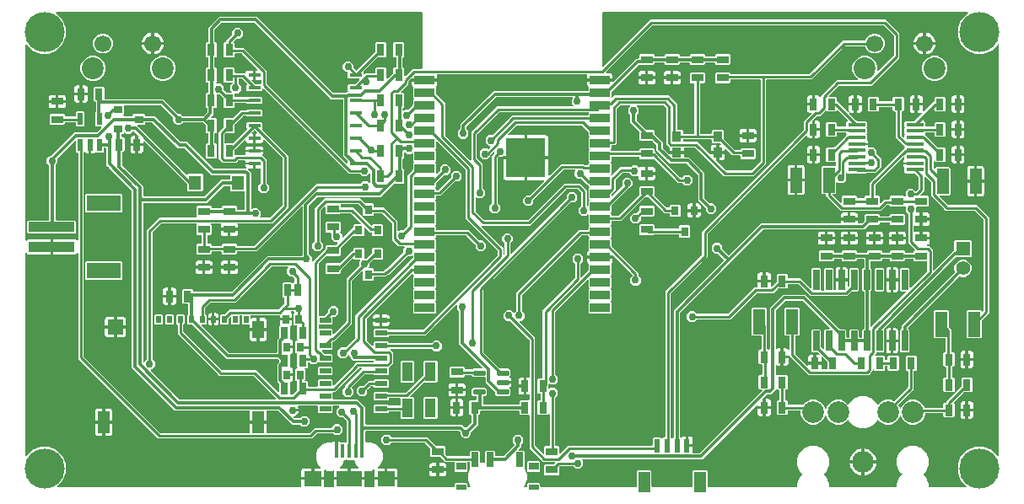
<source format=gbr>
G04 EAGLE Gerber RS-274X export*
G75*
%MOMM*%
%FSLAX34Y34*%
%LPD*%
%INBottom Copper*%
%IPPOS*%
%AMOC8*
5,1,8,0,0,1.08239X$1,22.5*%
G01*
%ADD10R,2.000000X0.900000*%
%ADD11R,4.000000X4.000000*%
%ADD12R,1.200000X0.800000*%
%ADD13R,0.800000X1.200000*%
%ADD14R,1.270000X1.470000*%
%ADD15R,4.600000X1.000000*%
%ADD16R,3.400000X1.600000*%
%ADD17R,0.900000X0.800000*%
%ADD18R,0.700000X1.500000*%
%ADD19R,1.000000X0.600000*%
%ADD20R,1.000000X0.800000*%
%ADD21R,0.800000X0.900000*%
%ADD22R,0.500000X0.750000*%
%ADD23R,1.200000X1.800000*%
%ADD24R,1.200000X2.200000*%
%ADD25R,1.600000X1.500000*%
%ADD26R,1.200000X0.600000*%
%ADD27R,0.550000X1.200000*%
%ADD28R,0.635000X1.270000*%
%ADD29C,0.254000*%
%ADD30R,0.900000X1.000000*%
%ADD31R,1.750000X0.400000*%
%ADD32R,1.200000X2.500000*%
%ADD33C,4.016000*%
%ADD34C,2.184400*%
%ADD35C,2.200000*%
%ADD36C,1.700000*%
%ADD37R,0.660400X2.032000*%
%ADD38R,1.270000X0.419100*%
%ADD39C,0.275000*%
%ADD40C,0.762000*%
%ADD41R,1.100000X1.900000*%
%ADD42R,0.400000X1.450000*%
%ADD43R,1.800000X1.500000*%
%ADD44R,2.500000X1.500000*%
%ADD45R,1.200000X2.000000*%
%ADD46R,0.600000X1.350000*%
%ADD47R,1.422400X1.422400*%
%ADD48C,1.422400*%
%ADD49R,0.700000X0.900000*%
%ADD50C,0.304800*%
%ADD51C,0.756400*%
%ADD52C,0.355600*%

G36*
X287566Y11450D02*
X287566Y11450D01*
X287685Y11468D01*
X287689Y11470D01*
X287693Y11470D01*
X287796Y11525D01*
X287903Y11581D01*
X287906Y11584D01*
X287910Y11586D01*
X287991Y11671D01*
X288075Y11757D01*
X288076Y11761D01*
X288079Y11764D01*
X288130Y11872D01*
X288181Y11979D01*
X288181Y11983D01*
X288183Y11987D01*
X288196Y12106D01*
X288210Y12223D01*
X288210Y12228D01*
X288210Y12231D01*
X288207Y12245D01*
X288185Y12389D01*
X288159Y12485D01*
X288159Y18797D01*
X298938Y18797D01*
X298958Y18800D01*
X298977Y18798D01*
X299079Y18820D01*
X299181Y18837D01*
X299198Y18846D01*
X299218Y18850D01*
X299307Y18903D01*
X299398Y18952D01*
X299412Y18966D01*
X299429Y18976D01*
X299496Y19055D01*
X299567Y19130D01*
X299576Y19148D01*
X299589Y19163D01*
X299628Y19259D01*
X299671Y19353D01*
X299673Y19373D01*
X299681Y19391D01*
X299699Y19558D01*
X299699Y20321D01*
X299701Y20321D01*
X299701Y19558D01*
X299704Y19538D01*
X299702Y19519D01*
X299724Y19417D01*
X299741Y19315D01*
X299750Y19298D01*
X299754Y19278D01*
X299807Y19189D01*
X299856Y19098D01*
X299870Y19084D01*
X299880Y19067D01*
X299959Y19000D01*
X300034Y18929D01*
X300052Y18920D01*
X300067Y18907D01*
X300163Y18868D01*
X300257Y18825D01*
X300277Y18823D01*
X300295Y18815D01*
X300462Y18797D01*
X311241Y18797D01*
X311241Y12485D01*
X311215Y12389D01*
X311203Y12271D01*
X311190Y12153D01*
X311191Y12148D01*
X311190Y12144D01*
X311217Y12029D01*
X311242Y11912D01*
X311244Y11909D01*
X311245Y11905D01*
X311307Y11803D01*
X311368Y11701D01*
X311372Y11698D01*
X311374Y11695D01*
X311465Y11619D01*
X311555Y11541D01*
X311559Y11540D01*
X311562Y11537D01*
X311672Y11494D01*
X311783Y11449D01*
X311788Y11449D01*
X311791Y11447D01*
X311805Y11447D01*
X311950Y11431D01*
X320800Y11431D01*
X320916Y11450D01*
X321035Y11468D01*
X321039Y11470D01*
X321043Y11470D01*
X321146Y11525D01*
X321253Y11581D01*
X321256Y11584D01*
X321260Y11586D01*
X321341Y11671D01*
X321425Y11757D01*
X321426Y11761D01*
X321429Y11764D01*
X321480Y11872D01*
X321531Y11979D01*
X321531Y11983D01*
X321533Y11987D01*
X321546Y12106D01*
X321560Y12223D01*
X321560Y12228D01*
X321560Y12231D01*
X321557Y12245D01*
X321535Y12389D01*
X321509Y12485D01*
X321509Y18797D01*
X335788Y18797D01*
X335808Y18800D01*
X335827Y18798D01*
X335929Y18820D01*
X336031Y18837D01*
X336048Y18846D01*
X336068Y18850D01*
X336157Y18903D01*
X336248Y18952D01*
X336262Y18966D01*
X336279Y18976D01*
X336346Y19055D01*
X336417Y19130D01*
X336426Y19148D01*
X336439Y19163D01*
X336478Y19259D01*
X336521Y19353D01*
X336523Y19373D01*
X336531Y19391D01*
X336549Y19558D01*
X336549Y20321D01*
X336551Y20321D01*
X336551Y19558D01*
X336554Y19538D01*
X336552Y19519D01*
X336574Y19417D01*
X336591Y19315D01*
X336600Y19298D01*
X336604Y19278D01*
X336657Y19189D01*
X336706Y19098D01*
X336720Y19084D01*
X336730Y19067D01*
X336809Y19000D01*
X336884Y18929D01*
X336902Y18920D01*
X336917Y18907D01*
X337013Y18868D01*
X337107Y18825D01*
X337127Y18823D01*
X337145Y18815D01*
X337312Y18797D01*
X351591Y18797D01*
X351591Y12485D01*
X351565Y12389D01*
X351553Y12271D01*
X351540Y12153D01*
X351541Y12148D01*
X351540Y12144D01*
X351567Y12029D01*
X351592Y11912D01*
X351594Y11909D01*
X351595Y11905D01*
X351657Y11803D01*
X351718Y11701D01*
X351722Y11698D01*
X351724Y11695D01*
X351815Y11619D01*
X351905Y11541D01*
X351909Y11540D01*
X351912Y11537D01*
X352022Y11494D01*
X352133Y11449D01*
X352138Y11449D01*
X352141Y11447D01*
X352155Y11447D01*
X352300Y11431D01*
X361150Y11431D01*
X361266Y11450D01*
X361385Y11468D01*
X361389Y11470D01*
X361393Y11470D01*
X361496Y11525D01*
X361603Y11581D01*
X361606Y11584D01*
X361610Y11586D01*
X361691Y11671D01*
X361775Y11757D01*
X361776Y11761D01*
X361779Y11764D01*
X361830Y11872D01*
X361881Y11979D01*
X361881Y11983D01*
X361883Y11987D01*
X361896Y12106D01*
X361910Y12223D01*
X361910Y12228D01*
X361910Y12231D01*
X361907Y12245D01*
X361885Y12389D01*
X361859Y12485D01*
X361859Y18797D01*
X372638Y18797D01*
X372658Y18800D01*
X372677Y18798D01*
X372779Y18820D01*
X372881Y18837D01*
X372898Y18846D01*
X372918Y18850D01*
X373007Y18903D01*
X373098Y18952D01*
X373112Y18966D01*
X373129Y18976D01*
X373196Y19055D01*
X373267Y19130D01*
X373276Y19148D01*
X373289Y19163D01*
X373328Y19259D01*
X373371Y19353D01*
X373373Y19373D01*
X373381Y19391D01*
X373399Y19558D01*
X373399Y20321D01*
X373401Y20321D01*
X373401Y19558D01*
X373404Y19538D01*
X373402Y19519D01*
X373424Y19417D01*
X373441Y19315D01*
X373450Y19298D01*
X373454Y19278D01*
X373507Y19189D01*
X373556Y19098D01*
X373570Y19084D01*
X373580Y19067D01*
X373659Y19000D01*
X373734Y18929D01*
X373752Y18920D01*
X373767Y18907D01*
X373863Y18868D01*
X373957Y18825D01*
X373977Y18823D01*
X373995Y18815D01*
X374162Y18797D01*
X384941Y18797D01*
X384941Y12485D01*
X384915Y12389D01*
X384903Y12271D01*
X384890Y12153D01*
X384891Y12148D01*
X384890Y12144D01*
X384917Y12029D01*
X384942Y11912D01*
X384944Y11909D01*
X384945Y11905D01*
X385007Y11803D01*
X385068Y11701D01*
X385072Y11698D01*
X385074Y11695D01*
X385165Y11619D01*
X385255Y11541D01*
X385259Y11540D01*
X385262Y11537D01*
X385372Y11494D01*
X385483Y11449D01*
X385488Y11449D01*
X385491Y11447D01*
X385505Y11447D01*
X385650Y11431D01*
X441354Y11431D01*
X441374Y11434D01*
X441393Y11432D01*
X441495Y11454D01*
X441597Y11470D01*
X441614Y11480D01*
X441634Y11484D01*
X441723Y11537D01*
X441814Y11586D01*
X441828Y11600D01*
X441845Y11610D01*
X441912Y11689D01*
X441984Y11764D01*
X441992Y11782D01*
X442005Y11797D01*
X442044Y11893D01*
X442087Y11987D01*
X442089Y12007D01*
X442097Y12025D01*
X442115Y12192D01*
X442115Y15222D01*
X443008Y16115D01*
X454272Y16115D01*
X455165Y15222D01*
X455165Y12192D01*
X455168Y12172D01*
X455166Y12153D01*
X455188Y12051D01*
X455204Y11949D01*
X455214Y11932D01*
X455218Y11912D01*
X455271Y11823D01*
X455320Y11732D01*
X455334Y11718D01*
X455344Y11701D01*
X455423Y11634D01*
X455498Y11562D01*
X455516Y11554D01*
X455531Y11541D01*
X455627Y11502D01*
X455721Y11459D01*
X455741Y11457D01*
X455759Y11449D01*
X455926Y11431D01*
X457728Y11431D01*
X457799Y11442D01*
X457870Y11444D01*
X457919Y11462D01*
X457971Y11470D01*
X458034Y11504D01*
X458102Y11529D01*
X458142Y11561D01*
X458188Y11586D01*
X458237Y11637D01*
X458294Y11682D01*
X458322Y11726D01*
X458358Y11764D01*
X458388Y11829D01*
X458427Y11889D01*
X458439Y11940D01*
X458461Y11987D01*
X458469Y12058D01*
X458487Y12128D01*
X458483Y12180D01*
X458488Y12231D01*
X458473Y12302D01*
X458467Y12373D01*
X458447Y12421D01*
X458436Y12472D01*
X458399Y12533D01*
X458371Y12599D01*
X458326Y12655D01*
X458310Y12683D01*
X458292Y12698D01*
X458266Y12730D01*
X457711Y13285D01*
X455479Y18674D01*
X455479Y24506D01*
X457731Y29941D01*
X457740Y29956D01*
X457800Y30040D01*
X457806Y30059D01*
X457817Y30076D01*
X457842Y30176D01*
X457873Y30275D01*
X457872Y30295D01*
X457877Y30314D01*
X457869Y30417D01*
X457866Y30521D01*
X457860Y30540D01*
X457858Y30560D01*
X457818Y30655D01*
X457782Y30752D01*
X457769Y30768D01*
X457762Y30786D01*
X457657Y30917D01*
X457615Y30958D01*
X457615Y36068D01*
X457612Y36088D01*
X457614Y36107D01*
X457592Y36208D01*
X457576Y36311D01*
X457566Y36328D01*
X457562Y36348D01*
X457509Y36437D01*
X457460Y36528D01*
X457446Y36542D01*
X457436Y36559D01*
X457357Y36626D01*
X457282Y36698D01*
X457264Y36706D01*
X457249Y36719D01*
X457153Y36758D01*
X457059Y36801D01*
X457039Y36803D01*
X457021Y36811D01*
X456854Y36829D01*
X455926Y36829D01*
X455906Y36826D01*
X455887Y36828D01*
X455785Y36806D01*
X455683Y36790D01*
X455666Y36780D01*
X455646Y36776D01*
X455557Y36723D01*
X455466Y36674D01*
X455452Y36660D01*
X455435Y36650D01*
X455368Y36571D01*
X455296Y36496D01*
X455288Y36478D01*
X455275Y36463D01*
X455236Y36367D01*
X455193Y36273D01*
X455191Y36253D01*
X455183Y36235D01*
X455165Y36068D01*
X455165Y27958D01*
X454272Y27065D01*
X443008Y27065D01*
X442115Y27958D01*
X442115Y36068D01*
X442112Y36088D01*
X442114Y36107D01*
X442092Y36208D01*
X442076Y36311D01*
X442066Y36328D01*
X442062Y36348D01*
X442009Y36437D01*
X441960Y36528D01*
X441946Y36542D01*
X441936Y36559D01*
X441857Y36626D01*
X441782Y36698D01*
X441764Y36706D01*
X441749Y36719D01*
X441653Y36758D01*
X441559Y36801D01*
X441539Y36803D01*
X441521Y36811D01*
X441354Y36829D01*
X432913Y36829D01*
X432866Y36822D01*
X432818Y36823D01*
X432745Y36802D01*
X432692Y36793D01*
X432639Y36858D01*
X432626Y36877D01*
X432621Y36881D01*
X432615Y36889D01*
X428151Y41352D01*
X428077Y41405D01*
X428008Y41465D01*
X427978Y41477D01*
X427952Y41496D01*
X427865Y41523D01*
X427780Y41557D01*
X427739Y41561D01*
X427717Y41568D01*
X427684Y41567D01*
X427613Y41575D01*
X418818Y41575D01*
X417925Y42468D01*
X417925Y50247D01*
X417911Y50337D01*
X417903Y50428D01*
X417891Y50458D01*
X417886Y50490D01*
X417866Y50526D01*
X417865Y50534D01*
X417843Y50571D01*
X417807Y50654D01*
X417781Y50686D01*
X417770Y50707D01*
X417749Y50727D01*
X417738Y50745D01*
X417725Y50757D01*
X417702Y50785D01*
X412577Y55910D01*
X412503Y55963D01*
X412434Y56023D01*
X412404Y56035D01*
X412378Y56054D01*
X412291Y56081D01*
X412206Y56115D01*
X412165Y56119D01*
X412143Y56126D01*
X412110Y56125D01*
X412039Y56133D01*
X378913Y56133D01*
X378823Y56119D01*
X378732Y56111D01*
X378703Y56099D01*
X378671Y56094D01*
X378590Y56051D01*
X378506Y56015D01*
X378474Y55989D01*
X378453Y55978D01*
X378431Y55955D01*
X378375Y55910D01*
X376086Y53621D01*
X371690Y53621D01*
X368581Y56730D01*
X368581Y61126D01*
X371690Y64235D01*
X376086Y64235D01*
X378375Y61946D01*
X378449Y61893D01*
X378519Y61833D01*
X378549Y61821D01*
X378575Y61802D01*
X378662Y61775D01*
X378747Y61741D01*
X378788Y61737D01*
X378810Y61730D01*
X378842Y61731D01*
X378913Y61723D01*
X414670Y61723D01*
X423545Y52848D01*
X423619Y52795D01*
X423688Y52735D01*
X423718Y52723D01*
X423744Y52704D01*
X423831Y52677D01*
X423916Y52643D01*
X423957Y52639D01*
X423979Y52632D01*
X424012Y52633D01*
X424083Y52625D01*
X432082Y52625D01*
X432975Y51732D01*
X432975Y44749D01*
X432989Y44659D01*
X432997Y44568D01*
X433009Y44538D01*
X433014Y44506D01*
X433057Y44426D01*
X433093Y44342D01*
X433119Y44310D01*
X433130Y44289D01*
X433153Y44267D01*
X433198Y44211D01*
X434767Y42642D01*
X434841Y42589D01*
X434910Y42529D01*
X434940Y42517D01*
X434966Y42498D01*
X435053Y42471D01*
X435138Y42437D01*
X435179Y42433D01*
X435201Y42426D01*
X435234Y42427D01*
X435305Y42419D01*
X456854Y42419D01*
X456874Y42422D01*
X456893Y42420D01*
X456995Y42442D01*
X457097Y42458D01*
X457114Y42468D01*
X457134Y42472D01*
X457223Y42525D01*
X457314Y42574D01*
X457328Y42588D01*
X457345Y42598D01*
X457412Y42677D01*
X457484Y42752D01*
X457492Y42770D01*
X457505Y42785D01*
X457544Y42881D01*
X457587Y42975D01*
X457589Y42995D01*
X457597Y43013D01*
X457615Y43180D01*
X457615Y47222D01*
X458508Y48115D01*
X466772Y48115D01*
X467665Y47222D01*
X467665Y37012D01*
X467668Y36992D01*
X467666Y36973D01*
X467688Y36871D01*
X467704Y36769D01*
X467714Y36752D01*
X467718Y36732D01*
X467771Y36643D01*
X467820Y36552D01*
X467834Y36538D01*
X467844Y36521D01*
X467923Y36454D01*
X467998Y36382D01*
X468016Y36374D01*
X468031Y36361D01*
X468127Y36322D01*
X468221Y36279D01*
X468241Y36277D01*
X468259Y36269D01*
X468426Y36251D01*
X471854Y36251D01*
X471874Y36254D01*
X471893Y36252D01*
X471995Y36274D01*
X472097Y36290D01*
X472114Y36300D01*
X472134Y36304D01*
X472223Y36357D01*
X472314Y36406D01*
X472328Y36420D01*
X472345Y36430D01*
X472412Y36509D01*
X472484Y36584D01*
X472492Y36602D01*
X472505Y36617D01*
X472544Y36713D01*
X472587Y36807D01*
X472589Y36827D01*
X472597Y36845D01*
X472615Y37012D01*
X472615Y47222D01*
X473508Y48115D01*
X481772Y48115D01*
X482665Y47222D01*
X482665Y43434D01*
X482668Y43414D01*
X482666Y43395D01*
X482688Y43293D01*
X482704Y43191D01*
X482714Y43174D01*
X482718Y43154D01*
X482771Y43065D01*
X482820Y42974D01*
X482834Y42960D01*
X482844Y42943D01*
X482923Y42876D01*
X482998Y42804D01*
X483016Y42796D01*
X483031Y42783D01*
X483127Y42744D01*
X483221Y42701D01*
X483241Y42699D01*
X483259Y42691D01*
X483426Y42673D01*
X491182Y42673D01*
X491272Y42687D01*
X491363Y42695D01*
X491393Y42707D01*
X491425Y42712D01*
X491505Y42755D01*
X491589Y42791D01*
X491621Y42817D01*
X491642Y42828D01*
X491664Y42851D01*
X491720Y42896D01*
X502316Y53491D01*
X502327Y53507D01*
X502343Y53520D01*
X502399Y53607D01*
X502459Y53691D01*
X502465Y53710D01*
X502476Y53727D01*
X502501Y53827D01*
X502531Y53926D01*
X502531Y53946D01*
X502536Y53965D01*
X502528Y54068D01*
X502525Y54172D01*
X502518Y54191D01*
X502517Y54210D01*
X502476Y54305D01*
X502441Y54403D01*
X502428Y54418D01*
X502420Y54437D01*
X502316Y54568D01*
X500407Y56476D01*
X500407Y60872D01*
X503516Y63981D01*
X507912Y63981D01*
X511021Y60872D01*
X511021Y56476D01*
X508986Y54441D01*
X508933Y54367D01*
X508873Y54297D01*
X508861Y54267D01*
X508842Y54241D01*
X508815Y54154D01*
X508781Y54069D01*
X508777Y54028D01*
X508770Y54006D01*
X508771Y53974D01*
X508763Y53903D01*
X508763Y51315D01*
X506862Y49414D01*
X506820Y49356D01*
X506771Y49304D01*
X506749Y49257D01*
X506718Y49215D01*
X506697Y49146D01*
X506667Y49081D01*
X506661Y49029D01*
X506646Y48979D01*
X506648Y48908D01*
X506640Y48837D01*
X506651Y48786D01*
X506652Y48734D01*
X506677Y48666D01*
X506692Y48596D01*
X506719Y48551D01*
X506737Y48503D01*
X506782Y48447D01*
X506818Y48385D01*
X506858Y48351D01*
X506890Y48311D01*
X506951Y48272D01*
X507005Y48225D01*
X507054Y48206D01*
X507097Y48178D01*
X507167Y48160D01*
X507233Y48133D01*
X507305Y48125D01*
X507336Y48117D01*
X507359Y48119D01*
X507400Y48115D01*
X511772Y48115D01*
X512665Y47222D01*
X512665Y30958D01*
X512623Y30917D01*
X512612Y30901D01*
X512596Y30888D01*
X512540Y30801D01*
X512480Y30717D01*
X512474Y30698D01*
X512463Y30681D01*
X512438Y30581D01*
X512407Y30482D01*
X512408Y30462D01*
X512403Y30443D01*
X512411Y30340D01*
X512414Y30236D01*
X512420Y30217D01*
X512422Y30198D01*
X512462Y30103D01*
X512498Y30005D01*
X512511Y29990D01*
X512518Y29971D01*
X512557Y29923D01*
X514801Y24506D01*
X514801Y18674D01*
X512569Y13285D01*
X512014Y12730D01*
X511972Y12672D01*
X511922Y12620D01*
X511901Y12573D01*
X511870Y12531D01*
X511849Y12462D01*
X511819Y12397D01*
X511813Y12345D01*
X511798Y12295D01*
X511800Y12224D01*
X511792Y12153D01*
X511803Y12102D01*
X511804Y12050D01*
X511829Y11982D01*
X511844Y11912D01*
X511871Y11867D01*
X511889Y11819D01*
X511933Y11763D01*
X511970Y11701D01*
X512010Y11667D01*
X512042Y11627D01*
X512103Y11588D01*
X512157Y11541D01*
X512205Y11522D01*
X512249Y11494D01*
X512319Y11476D01*
X512385Y11449D01*
X512457Y11441D01*
X512488Y11433D01*
X512511Y11435D01*
X512552Y11431D01*
X514354Y11431D01*
X514374Y11434D01*
X514393Y11432D01*
X514495Y11454D01*
X514597Y11470D01*
X514614Y11480D01*
X514634Y11484D01*
X514723Y11537D01*
X514814Y11586D01*
X514828Y11600D01*
X514845Y11610D01*
X514912Y11689D01*
X514984Y11764D01*
X514992Y11782D01*
X515005Y11797D01*
X515044Y11893D01*
X515087Y11987D01*
X515089Y12007D01*
X515097Y12025D01*
X515115Y12192D01*
X515115Y15222D01*
X516008Y16115D01*
X527272Y16115D01*
X528165Y15222D01*
X528165Y12192D01*
X528168Y12172D01*
X528166Y12153D01*
X528188Y12051D01*
X528204Y11949D01*
X528214Y11932D01*
X528218Y11912D01*
X528271Y11823D01*
X528320Y11732D01*
X528334Y11718D01*
X528344Y11701D01*
X528423Y11634D01*
X528498Y11562D01*
X528516Y11554D01*
X528531Y11541D01*
X528627Y11502D01*
X528721Y11459D01*
X528741Y11457D01*
X528759Y11449D01*
X528926Y11431D01*
X624114Y11431D01*
X624134Y11434D01*
X624153Y11432D01*
X624255Y11454D01*
X624357Y11470D01*
X624374Y11480D01*
X624394Y11484D01*
X624483Y11537D01*
X624574Y11586D01*
X624588Y11600D01*
X624605Y11610D01*
X624672Y11689D01*
X624744Y11764D01*
X624752Y11782D01*
X624765Y11797D01*
X624804Y11893D01*
X624847Y11987D01*
X624849Y12007D01*
X624857Y12025D01*
X624875Y12192D01*
X624875Y27222D01*
X625768Y28115D01*
X639032Y28115D01*
X639925Y27222D01*
X639925Y12192D01*
X639928Y12172D01*
X639926Y12153D01*
X639948Y12051D01*
X639964Y11949D01*
X639974Y11932D01*
X639978Y11912D01*
X640031Y11823D01*
X640080Y11732D01*
X640094Y11718D01*
X640104Y11701D01*
X640183Y11634D01*
X640258Y11562D01*
X640276Y11554D01*
X640291Y11541D01*
X640387Y11502D01*
X640481Y11459D01*
X640501Y11457D01*
X640519Y11449D01*
X640686Y11431D01*
X680114Y11431D01*
X680134Y11434D01*
X680153Y11432D01*
X680255Y11454D01*
X680357Y11470D01*
X680374Y11480D01*
X680394Y11484D01*
X680483Y11537D01*
X680574Y11586D01*
X680588Y11600D01*
X680605Y11610D01*
X680672Y11689D01*
X680744Y11764D01*
X680752Y11782D01*
X680765Y11797D01*
X680804Y11893D01*
X680847Y11987D01*
X680849Y12007D01*
X680857Y12025D01*
X680875Y12192D01*
X680875Y27222D01*
X681768Y28115D01*
X695032Y28115D01*
X695925Y27222D01*
X695925Y12192D01*
X695928Y12172D01*
X695926Y12153D01*
X695948Y12051D01*
X695964Y11949D01*
X695974Y11932D01*
X695978Y11912D01*
X696031Y11823D01*
X696080Y11732D01*
X696094Y11718D01*
X696104Y11701D01*
X696183Y11634D01*
X696258Y11562D01*
X696276Y11554D01*
X696291Y11541D01*
X696387Y11502D01*
X696481Y11459D01*
X696501Y11457D01*
X696519Y11449D01*
X696686Y11431D01*
X785248Y11431D01*
X785268Y11434D01*
X785287Y11432D01*
X785389Y11454D01*
X785491Y11470D01*
X785508Y11480D01*
X785528Y11484D01*
X785617Y11537D01*
X785708Y11586D01*
X785722Y11600D01*
X785739Y11610D01*
X785806Y11689D01*
X785878Y11764D01*
X785886Y11782D01*
X785899Y11797D01*
X785938Y11893D01*
X785981Y11987D01*
X785983Y12007D01*
X785991Y12025D01*
X786009Y12192D01*
X786009Y15045D01*
X788470Y20984D01*
X791277Y23792D01*
X791289Y23808D01*
X791304Y23820D01*
X791360Y23908D01*
X791421Y23991D01*
X791426Y24010D01*
X791437Y24027D01*
X791462Y24128D01*
X791493Y24227D01*
X791492Y24246D01*
X791497Y24266D01*
X791489Y24369D01*
X791487Y24472D01*
X791480Y24491D01*
X791478Y24511D01*
X791438Y24606D01*
X791402Y24703D01*
X791390Y24719D01*
X791382Y24737D01*
X791277Y24868D01*
X788470Y27676D01*
X786009Y33615D01*
X786009Y40045D01*
X788470Y45984D01*
X793016Y50530D01*
X798955Y52991D01*
X805385Y52991D01*
X811324Y50530D01*
X815870Y45984D01*
X818331Y40045D01*
X818331Y33615D01*
X815870Y27676D01*
X813063Y24868D01*
X813051Y24852D01*
X813036Y24840D01*
X812980Y24752D01*
X812919Y24669D01*
X812914Y24650D01*
X812903Y24633D01*
X812878Y24532D01*
X812847Y24433D01*
X812848Y24414D01*
X812843Y24394D01*
X812851Y24291D01*
X812853Y24188D01*
X812860Y24169D01*
X812862Y24149D01*
X812902Y24054D01*
X812938Y23957D01*
X812950Y23941D01*
X812958Y23923D01*
X813063Y23792D01*
X815870Y20984D01*
X818331Y15045D01*
X818331Y12192D01*
X818334Y12172D01*
X818332Y12153D01*
X818354Y12051D01*
X818370Y11949D01*
X818380Y11932D01*
X818384Y11912D01*
X818437Y11823D01*
X818486Y11732D01*
X818500Y11718D01*
X818510Y11701D01*
X818589Y11634D01*
X818664Y11562D01*
X818682Y11554D01*
X818697Y11541D01*
X818793Y11502D01*
X818887Y11459D01*
X818907Y11457D01*
X818925Y11449D01*
X819092Y11431D01*
X885248Y11431D01*
X885268Y11434D01*
X885287Y11432D01*
X885389Y11454D01*
X885491Y11470D01*
X885508Y11480D01*
X885528Y11484D01*
X885617Y11537D01*
X885708Y11586D01*
X885722Y11600D01*
X885739Y11610D01*
X885806Y11689D01*
X885878Y11764D01*
X885886Y11782D01*
X885899Y11797D01*
X885938Y11893D01*
X885981Y11987D01*
X885983Y12007D01*
X885991Y12025D01*
X886009Y12192D01*
X886009Y15045D01*
X888470Y20984D01*
X891277Y23792D01*
X891289Y23808D01*
X891304Y23820D01*
X891360Y23908D01*
X891421Y23991D01*
X891426Y24010D01*
X891437Y24027D01*
X891462Y24128D01*
X891493Y24227D01*
X891492Y24246D01*
X891497Y24266D01*
X891489Y24369D01*
X891487Y24472D01*
X891480Y24491D01*
X891478Y24511D01*
X891438Y24606D01*
X891402Y24703D01*
X891390Y24719D01*
X891382Y24737D01*
X891277Y24868D01*
X888470Y27676D01*
X886009Y33615D01*
X886009Y40045D01*
X888470Y45984D01*
X893016Y50530D01*
X898955Y52991D01*
X905385Y52991D01*
X911324Y50530D01*
X915870Y45984D01*
X918331Y40045D01*
X918331Y33615D01*
X915870Y27676D01*
X913063Y24868D01*
X913051Y24852D01*
X913036Y24840D01*
X912980Y24752D01*
X912919Y24669D01*
X912914Y24650D01*
X912903Y24633D01*
X912878Y24532D01*
X912847Y24433D01*
X912848Y24414D01*
X912843Y24394D01*
X912851Y24291D01*
X912853Y24188D01*
X912860Y24169D01*
X912862Y24149D01*
X912902Y24054D01*
X912938Y23957D01*
X912950Y23941D01*
X912958Y23923D01*
X913063Y23792D01*
X915870Y20984D01*
X918331Y15045D01*
X918331Y12192D01*
X918334Y12172D01*
X918332Y12153D01*
X918354Y12051D01*
X918370Y11949D01*
X918380Y11932D01*
X918384Y11912D01*
X918437Y11823D01*
X918486Y11732D01*
X918500Y11718D01*
X918510Y11701D01*
X918589Y11634D01*
X918664Y11562D01*
X918682Y11554D01*
X918697Y11541D01*
X918793Y11502D01*
X918887Y11459D01*
X918907Y11457D01*
X918925Y11449D01*
X919092Y11431D01*
X955668Y11431D01*
X955738Y11442D01*
X955810Y11444D01*
X955859Y11462D01*
X955911Y11470D01*
X955974Y11504D01*
X956041Y11529D01*
X956082Y11561D01*
X956128Y11586D01*
X956177Y11638D01*
X956233Y11682D01*
X956261Y11726D01*
X956297Y11764D01*
X956327Y11829D01*
X956366Y11889D01*
X956379Y11940D01*
X956401Y11987D01*
X956409Y12058D01*
X956426Y12128D01*
X956422Y12180D01*
X956428Y12231D01*
X956413Y12302D01*
X956407Y12373D01*
X956387Y12421D01*
X956376Y12472D01*
X956339Y12533D01*
X956311Y12599D01*
X956266Y12655D01*
X956250Y12683D01*
X956232Y12698D01*
X956206Y12730D01*
X950694Y18242D01*
X947405Y26183D01*
X947405Y34777D01*
X950694Y42718D01*
X956772Y48796D01*
X964713Y52085D01*
X973307Y52085D01*
X981248Y48796D01*
X987270Y42774D01*
X987328Y42732D01*
X987380Y42683D01*
X987427Y42661D01*
X987469Y42630D01*
X987538Y42609D01*
X987603Y42579D01*
X987655Y42573D01*
X987705Y42558D01*
X987776Y42560D01*
X987847Y42552D01*
X987898Y42563D01*
X987950Y42564D01*
X988018Y42589D01*
X988088Y42604D01*
X988133Y42631D01*
X988181Y42649D01*
X988237Y42694D01*
X988299Y42730D01*
X988333Y42770D01*
X988373Y42803D01*
X988412Y42863D01*
X988459Y42917D01*
X988478Y42966D01*
X988506Y43009D01*
X988524Y43079D01*
X988551Y43146D01*
X988559Y43217D01*
X988567Y43248D01*
X988565Y43271D01*
X988569Y43312D01*
X988569Y455798D01*
X988558Y455868D01*
X988556Y455940D01*
X988538Y455989D01*
X988530Y456041D01*
X988496Y456104D01*
X988471Y456171D01*
X988439Y456212D01*
X988414Y456258D01*
X988362Y456307D01*
X988318Y456363D01*
X988274Y456391D01*
X988236Y456427D01*
X988171Y456457D01*
X988111Y456496D01*
X988060Y456509D01*
X988013Y456531D01*
X987942Y456539D01*
X987872Y456556D01*
X987820Y456552D01*
X987769Y456558D01*
X987698Y456543D01*
X987627Y456537D01*
X987579Y456517D01*
X987528Y456506D01*
X987467Y456469D01*
X987401Y456441D01*
X987345Y456396D01*
X987317Y456380D01*
X987302Y456362D01*
X987270Y456336D01*
X981248Y450314D01*
X973307Y447025D01*
X964713Y447025D01*
X956772Y450314D01*
X950694Y456392D01*
X947405Y464333D01*
X947405Y472927D01*
X950694Y480868D01*
X956772Y486946D01*
X957156Y487105D01*
X957239Y487156D01*
X957325Y487202D01*
X957343Y487221D01*
X957365Y487234D01*
X957427Y487309D01*
X957494Y487380D01*
X957505Y487404D01*
X957522Y487424D01*
X957557Y487515D01*
X957598Y487603D01*
X957601Y487629D01*
X957610Y487653D01*
X957614Y487751D01*
X957625Y487847D01*
X957619Y487873D01*
X957621Y487899D01*
X957593Y487993D01*
X957573Y488088D01*
X957559Y488110D01*
X957552Y488135D01*
X957496Y488215D01*
X957447Y488299D01*
X957427Y488316D01*
X957412Y488337D01*
X957334Y488395D01*
X957260Y488459D01*
X957235Y488469D01*
X957214Y488484D01*
X957122Y488514D01*
X957031Y488551D01*
X956999Y488554D01*
X956981Y488560D01*
X956947Y488560D01*
X956865Y488569D01*
X591066Y488569D01*
X591046Y488566D01*
X591026Y488568D01*
X590925Y488546D01*
X590823Y488530D01*
X590806Y488520D01*
X590786Y488516D01*
X590697Y488463D01*
X590606Y488414D01*
X590592Y488400D01*
X590575Y488390D01*
X590508Y488311D01*
X590436Y488236D01*
X590428Y488218D01*
X590415Y488203D01*
X590376Y488107D01*
X590333Y488013D01*
X590331Y487993D01*
X590323Y487975D01*
X590305Y487808D01*
X590305Y434551D01*
X590316Y434480D01*
X590318Y434408D01*
X590336Y434359D01*
X590344Y434308D01*
X590378Y434245D01*
X590402Y434177D01*
X590435Y434137D01*
X590459Y434091D01*
X590511Y434041D01*
X590556Y433985D01*
X590600Y433957D01*
X590638Y433921D01*
X590703Y433891D01*
X590763Y433852D01*
X590814Y433840D01*
X590861Y433818D01*
X590932Y433810D01*
X591002Y433792D01*
X591054Y433796D01*
X591105Y433791D01*
X591175Y433806D01*
X591247Y433811D01*
X591295Y433832D01*
X591346Y433843D01*
X591407Y433880D01*
X591473Y433908D01*
X591529Y433952D01*
X591557Y433969D01*
X591572Y433987D01*
X591604Y434012D01*
X638668Y481077D01*
X874918Y481077D01*
X888747Y467248D01*
X888747Y442834D01*
X886887Y440974D01*
X860694Y414781D01*
X828497Y414781D01*
X828407Y414767D01*
X828316Y414759D01*
X828286Y414747D01*
X828254Y414742D01*
X828174Y414699D01*
X828090Y414663D01*
X828058Y414637D01*
X828037Y414626D01*
X828015Y414603D01*
X827959Y414558D01*
X818465Y405064D01*
X818423Y405006D01*
X818373Y404954D01*
X818351Y404907D01*
X818321Y404865D01*
X818300Y404796D01*
X818270Y404731D01*
X818264Y404679D01*
X818249Y404629D01*
X818251Y404558D01*
X818243Y404487D01*
X818254Y404436D01*
X818255Y404384D01*
X818280Y404316D01*
X818295Y404246D01*
X818322Y404201D01*
X818340Y404153D01*
X818384Y404097D01*
X818421Y404035D01*
X818461Y404001D01*
X818493Y403961D01*
X818554Y403922D01*
X818608Y403875D01*
X818656Y403856D01*
X818700Y403828D01*
X818770Y403810D01*
X818836Y403783D01*
X818908Y403775D01*
X818939Y403767D01*
X818962Y403769D01*
X819003Y403765D01*
X825162Y403765D01*
X826055Y402872D01*
X826055Y399445D01*
X826069Y399355D01*
X826077Y399264D01*
X826089Y399234D01*
X826094Y399202D01*
X826137Y399122D01*
X826173Y399038D01*
X826199Y399006D01*
X826210Y398985D01*
X826233Y398963D01*
X826278Y398907D01*
X836917Y388267D01*
X836937Y388253D01*
X836952Y388234D01*
X837036Y388182D01*
X837117Y388124D01*
X837140Y388117D01*
X837160Y388104D01*
X837257Y388081D01*
X837352Y388051D01*
X837376Y388052D01*
X837400Y388046D01*
X837498Y388055D01*
X837598Y388058D01*
X837620Y388066D01*
X837645Y388068D01*
X837735Y388108D01*
X837829Y388142D01*
X837848Y388157D01*
X837870Y388167D01*
X837943Y388234D01*
X838021Y388296D01*
X838034Y388316D01*
X838052Y388332D01*
X838100Y388419D01*
X838154Y388503D01*
X838160Y388526D01*
X838172Y388547D01*
X838190Y388645D01*
X838214Y388741D01*
X838212Y388765D01*
X838217Y388789D01*
X838203Y388887D01*
X838195Y388986D01*
X838185Y389009D01*
X838182Y389032D01*
X838115Y389186D01*
X838072Y389259D01*
X837899Y389906D01*
X837899Y394717D01*
X842917Y394717D01*
X842917Y387699D01*
X840106Y387699D01*
X839459Y387872D01*
X839386Y387915D01*
X839363Y387923D01*
X839344Y387937D01*
X839249Y387966D01*
X839156Y388002D01*
X839132Y388003D01*
X839109Y388010D01*
X839010Y388007D01*
X838910Y388011D01*
X838887Y388004D01*
X838863Y388003D01*
X838770Y387969D01*
X838674Y387941D01*
X838655Y387927D01*
X838632Y387919D01*
X838554Y387857D01*
X838473Y387800D01*
X838459Y387780D01*
X838440Y387765D01*
X838386Y387681D01*
X838327Y387601D01*
X838320Y387578D01*
X838307Y387558D01*
X838283Y387462D01*
X838252Y387367D01*
X838253Y387343D01*
X838247Y387320D01*
X838255Y387221D01*
X838256Y387121D01*
X838264Y387098D01*
X838266Y387074D01*
X838305Y386983D01*
X838338Y386889D01*
X838353Y386870D01*
X838362Y386848D01*
X838467Y386717D01*
X845627Y379558D01*
X845701Y379505D01*
X845770Y379445D01*
X845800Y379433D01*
X845826Y379414D01*
X845913Y379387D01*
X845998Y379353D01*
X846039Y379349D01*
X846061Y379342D01*
X846094Y379343D01*
X846165Y379335D01*
X855212Y379335D01*
X856105Y378442D01*
X856105Y373178D01*
X856025Y373098D01*
X856013Y373082D01*
X855997Y373070D01*
X855941Y372982D01*
X855881Y372899D01*
X855875Y372880D01*
X855864Y372863D01*
X855839Y372762D01*
X855809Y372663D01*
X855809Y372643D01*
X855804Y372624D01*
X855812Y372521D01*
X855815Y372418D01*
X855822Y372399D01*
X855823Y372379D01*
X855864Y372284D01*
X855899Y372187D01*
X855912Y372171D01*
X855920Y372153D01*
X856025Y372022D01*
X856105Y371942D01*
X856105Y366678D01*
X856025Y366598D01*
X856013Y366582D01*
X855997Y366570D01*
X855941Y366482D01*
X855881Y366399D01*
X855875Y366380D01*
X855864Y366363D01*
X855839Y366262D01*
X855809Y366163D01*
X855809Y366143D01*
X855804Y366124D01*
X855812Y366021D01*
X855815Y365918D01*
X855822Y365899D01*
X855823Y365879D01*
X855864Y365784D01*
X855899Y365687D01*
X855912Y365671D01*
X855920Y365653D01*
X856025Y365522D01*
X856105Y365442D01*
X856105Y360694D01*
X856119Y360604D01*
X856127Y360513D01*
X856139Y360483D01*
X856144Y360451D01*
X856187Y360370D01*
X856223Y360286D01*
X856249Y360254D01*
X856260Y360234D01*
X856283Y360211D01*
X856328Y360155D01*
X856613Y359870D01*
X856948Y359291D01*
X857121Y358644D01*
X857121Y357309D01*
X846068Y357309D01*
X846049Y357306D01*
X846029Y357308D01*
X845927Y357286D01*
X845825Y357270D01*
X845808Y357260D01*
X845788Y357256D01*
X845699Y357203D01*
X845608Y357154D01*
X845594Y357140D01*
X845577Y357130D01*
X845510Y357051D01*
X845439Y356976D01*
X845430Y356958D01*
X845417Y356943D01*
X845379Y356847D01*
X845335Y356753D01*
X845333Y356733D01*
X845325Y356715D01*
X845307Y356548D01*
X845307Y356072D01*
X845310Y356052D01*
X845308Y356032D01*
X845330Y355931D01*
X845347Y355829D01*
X845356Y355812D01*
X845360Y355792D01*
X845413Y355703D01*
X845462Y355612D01*
X845476Y355598D01*
X845486Y355581D01*
X845565Y355514D01*
X845640Y355442D01*
X845658Y355434D01*
X845673Y355421D01*
X845770Y355382D01*
X845863Y355339D01*
X845883Y355337D01*
X845901Y355329D01*
X846068Y355311D01*
X857121Y355311D01*
X857121Y353976D01*
X856967Y353400D01*
X856962Y353353D01*
X856948Y353307D01*
X856950Y353231D01*
X856942Y353156D01*
X856953Y353109D01*
X856954Y353061D01*
X856980Y352990D01*
X856997Y352916D01*
X857022Y352875D01*
X857039Y352830D01*
X857086Y352771D01*
X857125Y352706D01*
X857162Y352675D01*
X857192Y352638D01*
X857256Y352597D01*
X857314Y352548D01*
X857359Y352531D01*
X857399Y352505D01*
X857473Y352486D01*
X857543Y352459D01*
X857591Y352457D01*
X857638Y352445D01*
X857713Y352451D01*
X857789Y352447D01*
X857835Y352460D01*
X857883Y352464D01*
X857953Y352494D01*
X858026Y352514D01*
X858065Y352541D01*
X858109Y352560D01*
X858210Y352641D01*
X858228Y352653D01*
X858232Y352659D01*
X858240Y352665D01*
X858354Y352779D01*
X862750Y352779D01*
X865859Y349670D01*
X865859Y346433D01*
X865873Y346343D01*
X865881Y346252D01*
X865893Y346222D01*
X865898Y346190D01*
X865941Y346110D01*
X865977Y346026D01*
X866003Y345994D01*
X866014Y345973D01*
X866037Y345951D01*
X866082Y345895D01*
X870459Y341518D01*
X870459Y333106D01*
X864758Y327405D01*
X856147Y327405D01*
X856057Y327391D01*
X855966Y327383D01*
X855936Y327371D01*
X855904Y327366D01*
X855823Y327323D01*
X855740Y327287D01*
X855707Y327261D01*
X855687Y327250D01*
X855665Y327227D01*
X855609Y327182D01*
X855212Y326785D01*
X836448Y326785D01*
X836198Y327035D01*
X836140Y327077D01*
X836088Y327127D01*
X836041Y327149D01*
X835999Y327179D01*
X835930Y327200D01*
X835865Y327230D01*
X835813Y327236D01*
X835763Y327251D01*
X835692Y327249D01*
X835621Y327257D01*
X835570Y327246D01*
X835518Y327245D01*
X835450Y327220D01*
X835380Y327205D01*
X835335Y327178D01*
X835287Y327161D01*
X835231Y327116D01*
X835169Y327079D01*
X835135Y327039D01*
X835095Y327007D01*
X835056Y326947D01*
X835009Y326892D01*
X834990Y326844D01*
X834962Y326800D01*
X834944Y326731D01*
X834917Y326664D01*
X834909Y326593D01*
X834901Y326561D01*
X834903Y326538D01*
X834899Y326497D01*
X834899Y325065D01*
X834902Y325046D01*
X834900Y325026D01*
X834915Y324956D01*
X834921Y324884D01*
X834933Y324855D01*
X834938Y324823D01*
X834948Y324805D01*
X834952Y324786D01*
X834988Y324725D01*
X835017Y324658D01*
X835043Y324626D01*
X835054Y324605D01*
X835068Y324591D01*
X835078Y324575D01*
X835095Y324560D01*
X835122Y324527D01*
X835379Y324270D01*
X835379Y319874D01*
X832270Y316765D01*
X827874Y316765D01*
X826694Y317945D01*
X826636Y317987D01*
X826584Y318036D01*
X826537Y318058D01*
X826495Y318088D01*
X826426Y318110D01*
X826361Y318140D01*
X826309Y318145D01*
X826259Y318161D01*
X826188Y318159D01*
X826117Y318167D01*
X826066Y318156D01*
X826014Y318154D01*
X825946Y318130D01*
X825876Y318115D01*
X825831Y318088D01*
X825783Y318070D01*
X825727Y318025D01*
X825665Y317988D01*
X825631Y317949D01*
X825591Y317916D01*
X825552Y317856D01*
X825505Y317801D01*
X825486Y317753D01*
X825458Y317709D01*
X825440Y317640D01*
X825413Y317573D01*
X825405Y317502D01*
X825397Y317471D01*
X825399Y317448D01*
X825395Y317407D01*
X825395Y306908D01*
X824502Y306015D01*
X822455Y306015D01*
X822384Y306004D01*
X822312Y306002D01*
X822263Y305984D01*
X822212Y305976D01*
X822149Y305942D01*
X822081Y305917D01*
X822041Y305885D01*
X821995Y305860D01*
X821945Y305809D01*
X821889Y305764D01*
X821861Y305720D01*
X821825Y305682D01*
X821795Y305617D01*
X821756Y305557D01*
X821744Y305506D01*
X821722Y305459D01*
X821714Y305388D01*
X821696Y305318D01*
X821700Y305266D01*
X821695Y305215D01*
X821710Y305144D01*
X821715Y305073D01*
X821736Y305025D01*
X821747Y304974D01*
X821784Y304913D01*
X821812Y304847D01*
X821857Y304791D01*
X821873Y304763D01*
X821891Y304748D01*
X821917Y304716D01*
X829376Y297257D01*
X829434Y297215D01*
X829486Y297165D01*
X829533Y297143D01*
X829575Y297113D01*
X829644Y297092D01*
X829709Y297062D01*
X829761Y297056D01*
X829811Y297041D01*
X829882Y297043D01*
X829953Y297035D01*
X830004Y297046D01*
X830056Y297047D01*
X830124Y297072D01*
X830194Y297087D01*
X830238Y297114D01*
X830287Y297132D01*
X830343Y297176D01*
X830405Y297213D01*
X830439Y297253D01*
X830479Y297285D01*
X830518Y297346D01*
X830565Y297400D01*
X830584Y297448D01*
X830612Y297492D01*
X830630Y297562D01*
X830657Y297628D01*
X830665Y297700D01*
X830673Y297731D01*
X830671Y297754D01*
X830675Y297795D01*
X830675Y303192D01*
X831568Y304085D01*
X844832Y304085D01*
X845725Y303192D01*
X845725Y302260D01*
X845728Y302240D01*
X845726Y302221D01*
X845748Y302119D01*
X845764Y302017D01*
X845774Y302000D01*
X845778Y301980D01*
X845831Y301891D01*
X845880Y301800D01*
X845894Y301786D01*
X845904Y301769D01*
X845983Y301702D01*
X846058Y301630D01*
X846076Y301622D01*
X846091Y301609D01*
X846187Y301570D01*
X846281Y301527D01*
X846301Y301525D01*
X846319Y301517D01*
X846486Y301499D01*
X852774Y301499D01*
X852794Y301502D01*
X852813Y301500D01*
X852915Y301522D01*
X853017Y301538D01*
X853034Y301548D01*
X853054Y301552D01*
X853143Y301605D01*
X853234Y301654D01*
X853248Y301668D01*
X853265Y301678D01*
X853332Y301757D01*
X853404Y301832D01*
X853412Y301850D01*
X853425Y301865D01*
X853464Y301961D01*
X853507Y302055D01*
X853509Y302075D01*
X853517Y302093D01*
X853535Y302260D01*
X853535Y303192D01*
X854428Y304085D01*
X858012Y304085D01*
X858032Y304088D01*
X858051Y304086D01*
X858153Y304108D01*
X858255Y304124D01*
X858272Y304134D01*
X858292Y304138D01*
X858381Y304191D01*
X858472Y304240D01*
X858486Y304254D01*
X858503Y304264D01*
X858570Y304343D01*
X858642Y304418D01*
X858650Y304436D01*
X858663Y304451D01*
X858702Y304547D01*
X858745Y304641D01*
X858747Y304661D01*
X858755Y304679D01*
X858773Y304846D01*
X858773Y317134D01*
X893732Y352093D01*
X893785Y352167D01*
X893845Y352236D01*
X893857Y352266D01*
X893876Y352292D01*
X893903Y352379D01*
X893909Y352395D01*
X894035Y352522D01*
X894047Y352538D01*
X894063Y352550D01*
X894119Y352638D01*
X894179Y352721D01*
X894185Y352740D01*
X894196Y352757D01*
X894221Y352858D01*
X894251Y352957D01*
X894251Y352977D01*
X894256Y352996D01*
X894248Y353099D01*
X894245Y353202D01*
X894238Y353221D01*
X894237Y353241D01*
X894196Y353336D01*
X894161Y353433D01*
X894148Y353449D01*
X894140Y353467D01*
X894035Y353598D01*
X893918Y353716D01*
X893916Y353732D01*
X893873Y353812D01*
X893837Y353896D01*
X893811Y353928D01*
X893800Y353949D01*
X893777Y353971D01*
X893732Y354027D01*
X885189Y362570D01*
X885189Y387954D01*
X885186Y387974D01*
X885188Y387993D01*
X885166Y388095D01*
X885150Y388197D01*
X885140Y388214D01*
X885136Y388234D01*
X885083Y388323D01*
X885034Y388414D01*
X885020Y388428D01*
X885010Y388445D01*
X884931Y388512D01*
X884856Y388584D01*
X884838Y388592D01*
X884823Y388605D01*
X884727Y388644D01*
X884633Y388687D01*
X884613Y388689D01*
X884595Y388697D01*
X884428Y388715D01*
X882988Y388715D01*
X882095Y389608D01*
X882095Y392684D01*
X882092Y392704D01*
X882094Y392723D01*
X882072Y392825D01*
X882056Y392927D01*
X882046Y392944D01*
X882042Y392964D01*
X881989Y393053D01*
X881940Y393144D01*
X881926Y393158D01*
X881916Y393175D01*
X881837Y393242D01*
X881762Y393314D01*
X881744Y393322D01*
X881729Y393335D01*
X881633Y393374D01*
X881539Y393417D01*
X881519Y393419D01*
X881501Y393427D01*
X881334Y393445D01*
X868726Y393445D01*
X868706Y393442D01*
X868687Y393444D01*
X868585Y393422D01*
X868483Y393406D01*
X868466Y393396D01*
X868446Y393392D01*
X868357Y393339D01*
X868266Y393290D01*
X868252Y393276D01*
X868235Y393266D01*
X868168Y393187D01*
X868096Y393112D01*
X868088Y393094D01*
X868075Y393079D01*
X868036Y392983D01*
X867993Y392889D01*
X867991Y392869D01*
X867983Y392851D01*
X867965Y392684D01*
X867965Y389608D01*
X867072Y388715D01*
X857808Y388715D01*
X856915Y389608D01*
X856915Y402872D01*
X857808Y403765D01*
X867072Y403765D01*
X867965Y402872D01*
X867965Y399796D01*
X867968Y399776D01*
X867966Y399757D01*
X867988Y399655D01*
X868004Y399553D01*
X868014Y399536D01*
X868018Y399516D01*
X868071Y399427D01*
X868120Y399336D01*
X868134Y399322D01*
X868144Y399305D01*
X868223Y399238D01*
X868298Y399166D01*
X868316Y399158D01*
X868331Y399145D01*
X868427Y399106D01*
X868521Y399063D01*
X868541Y399061D01*
X868559Y399053D01*
X868726Y399035D01*
X881334Y399035D01*
X881354Y399038D01*
X881373Y399036D01*
X881475Y399058D01*
X881577Y399074D01*
X881594Y399084D01*
X881614Y399088D01*
X881703Y399141D01*
X881794Y399190D01*
X881808Y399204D01*
X881825Y399214D01*
X881892Y399293D01*
X881964Y399368D01*
X881972Y399386D01*
X881985Y399401D01*
X882024Y399497D01*
X882067Y399591D01*
X882069Y399611D01*
X882077Y399629D01*
X882095Y399796D01*
X882095Y402872D01*
X882988Y403765D01*
X892252Y403765D01*
X893145Y402872D01*
X893145Y389608D01*
X892252Y388715D01*
X891540Y388715D01*
X891520Y388712D01*
X891501Y388714D01*
X891399Y388692D01*
X891297Y388676D01*
X891280Y388666D01*
X891260Y388662D01*
X891171Y388609D01*
X891080Y388560D01*
X891066Y388546D01*
X891049Y388536D01*
X890982Y388457D01*
X890910Y388382D01*
X890902Y388364D01*
X890889Y388349D01*
X890850Y388253D01*
X890807Y388159D01*
X890805Y388139D01*
X890797Y388121D01*
X890779Y387954D01*
X890779Y365201D01*
X890793Y365111D01*
X890801Y365020D01*
X890813Y364990D01*
X890818Y364958D01*
X890861Y364878D01*
X890897Y364794D01*
X890923Y364761D01*
X890934Y364741D01*
X890957Y364719D01*
X891002Y364663D01*
X892656Y363009D01*
X892714Y362967D01*
X892766Y362917D01*
X892813Y362895D01*
X892855Y362865D01*
X892924Y362844D01*
X892989Y362814D01*
X893041Y362808D01*
X893091Y362793D01*
X893162Y362795D01*
X893233Y362787D01*
X893284Y362798D01*
X893336Y362799D01*
X893404Y362824D01*
X893474Y362839D01*
X893519Y362866D01*
X893567Y362884D01*
X893623Y362928D01*
X893685Y362965D01*
X893719Y363005D01*
X893759Y363037D01*
X893798Y363098D01*
X893845Y363152D01*
X893864Y363200D01*
X893892Y363244D01*
X893910Y363314D01*
X893937Y363380D01*
X893945Y363452D01*
X893953Y363483D01*
X893951Y363506D01*
X893955Y363547D01*
X893955Y365442D01*
X894035Y365522D01*
X894047Y365538D01*
X894063Y365550D01*
X894119Y365637D01*
X894179Y365721D01*
X894185Y365740D01*
X894196Y365757D01*
X894221Y365858D01*
X894251Y365956D01*
X894251Y365976D01*
X894256Y365996D01*
X894248Y366099D01*
X894245Y366202D01*
X894238Y366221D01*
X894237Y366241D01*
X894196Y366336D01*
X894161Y366433D01*
X894148Y366449D01*
X894140Y366467D01*
X894035Y366598D01*
X893955Y366678D01*
X893955Y371942D01*
X894035Y372022D01*
X894047Y372038D01*
X894063Y372050D01*
X894119Y372138D01*
X894179Y372221D01*
X894185Y372240D01*
X894196Y372257D01*
X894221Y372358D01*
X894251Y372457D01*
X894251Y372477D01*
X894256Y372496D01*
X894248Y372599D01*
X894245Y372702D01*
X894238Y372721D01*
X894237Y372741D01*
X894196Y372836D01*
X894161Y372933D01*
X894148Y372949D01*
X894140Y372967D01*
X894035Y373098D01*
X893955Y373178D01*
X893955Y378442D01*
X894848Y379335D01*
X903387Y379335D01*
X903477Y379349D01*
X903568Y379357D01*
X903598Y379369D01*
X903630Y379374D01*
X903710Y379417D01*
X903794Y379453D01*
X903826Y379479D01*
X903847Y379490D01*
X903869Y379513D01*
X903925Y379558D01*
X910831Y386464D01*
X910859Y386503D01*
X910894Y386535D01*
X910931Y386602D01*
X910975Y386663D01*
X910989Y386709D01*
X911012Y386751D01*
X911025Y386826D01*
X911047Y386898D01*
X911046Y386946D01*
X911054Y386994D01*
X911043Y387069D01*
X911041Y387144D01*
X911024Y387189D01*
X911017Y387237D01*
X910982Y387304D01*
X910956Y387375D01*
X910926Y387413D01*
X910904Y387455D01*
X910850Y387508D01*
X910803Y387567D01*
X910762Y387593D01*
X910728Y387627D01*
X910659Y387659D01*
X910596Y387700D01*
X910549Y387712D01*
X910506Y387733D01*
X910431Y387742D01*
X910357Y387760D01*
X910309Y387757D01*
X910262Y387762D01*
X910134Y387743D01*
X910112Y387741D01*
X910106Y387739D01*
X910096Y387737D01*
X909955Y387699D01*
X907143Y387699D01*
X907143Y394717D01*
X912161Y394717D01*
X912161Y389905D01*
X912123Y389764D01*
X912118Y389716D01*
X912104Y389671D01*
X912106Y389595D01*
X912098Y389519D01*
X912109Y389473D01*
X912110Y389425D01*
X912136Y389353D01*
X912153Y389280D01*
X912178Y389239D01*
X912195Y389194D01*
X912242Y389134D01*
X912282Y389070D01*
X912318Y389039D01*
X912348Y389002D01*
X912412Y388961D01*
X912470Y388912D01*
X912515Y388895D01*
X912555Y388869D01*
X912629Y388850D01*
X912699Y388823D01*
X912747Y388820D01*
X912794Y388809D01*
X912869Y388814D01*
X912945Y388811D01*
X912991Y388824D01*
X913039Y388828D01*
X913109Y388857D01*
X913182Y388878D01*
X913221Y388905D01*
X913265Y388924D01*
X913366Y389004D01*
X913385Y389017D01*
X913389Y389023D01*
X913396Y389029D01*
X923433Y399066D01*
X923487Y399074D01*
X923504Y399084D01*
X923524Y399088D01*
X923613Y399141D01*
X923704Y399190D01*
X923718Y399204D01*
X923735Y399214D01*
X923802Y399293D01*
X923874Y399368D01*
X923882Y399386D01*
X923895Y399401D01*
X923934Y399497D01*
X923977Y399591D01*
X923979Y399611D01*
X923987Y399629D01*
X924005Y399796D01*
X924005Y402872D01*
X924898Y403765D01*
X934162Y403765D01*
X935055Y402872D01*
X935055Y389608D01*
X934162Y388715D01*
X924898Y388715D01*
X924005Y389608D01*
X924005Y389895D01*
X923994Y389966D01*
X923992Y390038D01*
X923974Y390087D01*
X923966Y390138D01*
X923932Y390201D01*
X923907Y390269D01*
X923875Y390309D01*
X923850Y390355D01*
X923799Y390405D01*
X923754Y390461D01*
X923710Y390489D01*
X923672Y390525D01*
X923607Y390555D01*
X923547Y390594D01*
X923496Y390606D01*
X923449Y390628D01*
X923378Y390636D01*
X923308Y390654D01*
X923256Y390650D01*
X923205Y390655D01*
X923134Y390640D01*
X923063Y390635D01*
X923015Y390614D01*
X922964Y390603D01*
X922903Y390566D01*
X922837Y390538D01*
X922781Y390493D01*
X922753Y390477D01*
X922738Y390459D01*
X922706Y390433D01*
X912907Y380634D01*
X912865Y380576D01*
X912815Y380524D01*
X912793Y380477D01*
X912763Y380435D01*
X912742Y380366D01*
X912712Y380301D01*
X912706Y380249D01*
X912691Y380199D01*
X912693Y380128D01*
X912685Y380057D01*
X912696Y380006D01*
X912697Y379954D01*
X912722Y379886D01*
X912737Y379816D01*
X912764Y379772D01*
X912782Y379723D01*
X912826Y379667D01*
X912863Y379605D01*
X912903Y379571D01*
X912935Y379531D01*
X912996Y379492D01*
X913050Y379445D01*
X913098Y379426D01*
X913142Y379398D01*
X913212Y379380D01*
X913278Y379353D01*
X913350Y379345D01*
X913381Y379337D01*
X913404Y379339D01*
X913445Y379335D01*
X913612Y379335D01*
X914505Y378442D01*
X914505Y374396D01*
X914508Y374376D01*
X914506Y374357D01*
X914528Y374255D01*
X914544Y374153D01*
X914554Y374136D01*
X914558Y374116D01*
X914611Y374027D01*
X914660Y373936D01*
X914674Y373922D01*
X914684Y373905D01*
X914763Y373838D01*
X914838Y373766D01*
X914856Y373758D01*
X914871Y373745D01*
X914967Y373706D01*
X915061Y373663D01*
X915081Y373661D01*
X915099Y373653D01*
X915266Y373635D01*
X923244Y373635D01*
X923264Y373638D01*
X923283Y373636D01*
X923385Y373658D01*
X923487Y373674D01*
X923504Y373684D01*
X923524Y373688D01*
X923613Y373741D01*
X923704Y373790D01*
X923718Y373804D01*
X923735Y373814D01*
X923802Y373893D01*
X923874Y373968D01*
X923882Y373986D01*
X923895Y374001D01*
X923934Y374097D01*
X923977Y374191D01*
X923979Y374211D01*
X923987Y374229D01*
X924005Y374396D01*
X924005Y377472D01*
X924898Y378365D01*
X934162Y378365D01*
X935055Y377472D01*
X935055Y364208D01*
X934162Y363315D01*
X924898Y363315D01*
X924005Y364208D01*
X924005Y367284D01*
X924002Y367304D01*
X924004Y367323D01*
X923982Y367425D01*
X923966Y367527D01*
X923956Y367544D01*
X923952Y367564D01*
X923899Y367653D01*
X923850Y367744D01*
X923836Y367758D01*
X923826Y367775D01*
X923747Y367842D01*
X923672Y367914D01*
X923654Y367922D01*
X923639Y367935D01*
X923543Y367974D01*
X923449Y368017D01*
X923429Y368019D01*
X923411Y368027D01*
X923244Y368045D01*
X915266Y368045D01*
X915246Y368042D01*
X915227Y368044D01*
X915125Y368022D01*
X915023Y368006D01*
X915006Y367996D01*
X914986Y367992D01*
X914897Y367939D01*
X914806Y367890D01*
X914792Y367876D01*
X914775Y367866D01*
X914708Y367787D01*
X914636Y367712D01*
X914628Y367694D01*
X914615Y367679D01*
X914576Y367583D01*
X914533Y367489D01*
X914531Y367469D01*
X914523Y367451D01*
X914505Y367284D01*
X914505Y366678D01*
X914476Y366649D01*
X914464Y366633D01*
X914448Y366621D01*
X914392Y366533D01*
X914332Y366450D01*
X914326Y366431D01*
X914315Y366414D01*
X914290Y366313D01*
X914260Y366214D01*
X914260Y366195D01*
X914255Y366175D01*
X914263Y366072D01*
X914266Y365969D01*
X914273Y365950D01*
X914274Y365930D01*
X914315Y365835D01*
X914351Y365738D01*
X914363Y365722D01*
X914371Y365704D01*
X914476Y365573D01*
X916402Y363647D01*
X926861Y353188D01*
X926935Y353135D01*
X927004Y353075D01*
X927034Y353063D01*
X927060Y353044D01*
X927147Y353017D01*
X927232Y352983D01*
X927273Y352979D01*
X927295Y352972D01*
X927328Y352973D01*
X927399Y352965D01*
X934162Y352965D01*
X935055Y352072D01*
X935055Y338808D01*
X934162Y337915D01*
X924898Y337915D01*
X924082Y338731D01*
X924024Y338773D01*
X923972Y338823D01*
X923925Y338845D01*
X923883Y338875D01*
X923814Y338896D01*
X923749Y338926D01*
X923697Y338932D01*
X923647Y338947D01*
X923576Y338945D01*
X923505Y338953D01*
X923454Y338942D01*
X923402Y338941D01*
X923334Y338916D01*
X923264Y338901D01*
X923219Y338874D01*
X923171Y338857D01*
X923115Y338812D01*
X923053Y338775D01*
X923019Y338735D01*
X922979Y338703D01*
X922940Y338643D01*
X922893Y338588D01*
X922874Y338540D01*
X922846Y338496D01*
X922828Y338426D01*
X922801Y338360D01*
X922793Y338289D01*
X922785Y338257D01*
X922787Y338234D01*
X922783Y338193D01*
X922783Y332181D01*
X922797Y332091D01*
X922805Y332000D01*
X922817Y331970D01*
X922822Y331938D01*
X922865Y331858D01*
X922901Y331774D01*
X922927Y331741D01*
X922938Y331721D01*
X922961Y331699D01*
X923006Y331643D01*
X923366Y331283D01*
X923424Y331241D01*
X923476Y331191D01*
X923523Y331169D01*
X923565Y331139D01*
X923634Y331118D01*
X923699Y331088D01*
X923751Y331082D01*
X923801Y331067D01*
X923872Y331069D01*
X923943Y331061D01*
X923994Y331072D01*
X924046Y331073D01*
X924114Y331098D01*
X924184Y331113D01*
X924229Y331140D01*
X924277Y331158D01*
X924333Y331202D01*
X924395Y331239D01*
X924429Y331279D01*
X924469Y331311D01*
X924508Y331371D01*
X924555Y331426D01*
X924574Y331474D01*
X924602Y331518D01*
X924620Y331588D01*
X924647Y331654D01*
X924655Y331725D01*
X924663Y331757D01*
X924661Y331780D01*
X924665Y331821D01*
X924665Y331902D01*
X925558Y332795D01*
X938822Y332795D01*
X939715Y331902D01*
X939715Y305638D01*
X938822Y304745D01*
X929554Y304745D01*
X929483Y304734D01*
X929411Y304732D01*
X929362Y304714D01*
X929311Y304706D01*
X929247Y304672D01*
X929180Y304647D01*
X929139Y304615D01*
X929093Y304590D01*
X929044Y304538D01*
X928988Y304494D01*
X928960Y304450D01*
X928924Y304412D01*
X928894Y304347D01*
X928855Y304287D01*
X928842Y304236D01*
X928820Y304189D01*
X928813Y304118D01*
X928795Y304048D01*
X928799Y303996D01*
X928793Y303945D01*
X928809Y303874D01*
X928814Y303803D01*
X928835Y303755D01*
X928846Y303704D01*
X928882Y303643D01*
X928910Y303577D01*
X928955Y303521D01*
X928972Y303493D01*
X928990Y303478D01*
X929015Y303446D01*
X937343Y295118D01*
X937417Y295065D01*
X937487Y295005D01*
X937517Y294993D01*
X937543Y294974D01*
X937630Y294947D01*
X937715Y294913D01*
X937756Y294909D01*
X937778Y294902D01*
X937810Y294903D01*
X937882Y294895D01*
X966358Y294895D01*
X978663Y282590D01*
X978663Y186050D01*
X971668Y179055D01*
X971615Y178981D01*
X971555Y178912D01*
X971543Y178882D01*
X971524Y178856D01*
X971497Y178769D01*
X971463Y178684D01*
X971459Y178643D01*
X971452Y178621D01*
X971453Y178588D01*
X971445Y178517D01*
X971445Y162128D01*
X970552Y161235D01*
X957288Y161235D01*
X956395Y162128D01*
X956395Y188392D01*
X957288Y189285D01*
X970552Y189285D01*
X971481Y188356D01*
X971484Y188332D01*
X971518Y188269D01*
X971543Y188201D01*
X971575Y188161D01*
X971600Y188115D01*
X971652Y188065D01*
X971696Y188009D01*
X971740Y187981D01*
X971778Y187945D01*
X971843Y187915D01*
X971903Y187876D01*
X971954Y187864D01*
X972001Y187842D01*
X972072Y187834D01*
X972142Y187816D01*
X972194Y187820D01*
X972245Y187815D01*
X972316Y187830D01*
X972387Y187835D01*
X972435Y187856D01*
X972486Y187867D01*
X972547Y187904D01*
X972613Y187932D01*
X972669Y187977D01*
X972697Y187993D01*
X972712Y188011D01*
X972744Y188037D01*
X972850Y188143D01*
X972904Y188217D01*
X972963Y188286D01*
X972975Y188316D01*
X972994Y188343D01*
X973021Y188429D01*
X973055Y188514D01*
X973059Y188555D01*
X973066Y188578D01*
X973065Y188609D01*
X973073Y188681D01*
X973073Y279959D01*
X973059Y280049D01*
X973051Y280140D01*
X973039Y280170D01*
X973034Y280202D01*
X972991Y280282D01*
X972955Y280366D01*
X972929Y280398D01*
X972918Y280419D01*
X972895Y280441D01*
X972850Y280497D01*
X964265Y289082D01*
X964191Y289135D01*
X964122Y289195D01*
X964092Y289207D01*
X964066Y289226D01*
X963979Y289253D01*
X963894Y289287D01*
X963853Y289291D01*
X963831Y289298D01*
X963798Y289297D01*
X963727Y289305D01*
X935086Y289305D01*
X933428Y290963D01*
X933427Y290973D01*
X933415Y291003D01*
X933410Y291034D01*
X933367Y291115D01*
X933331Y291199D01*
X933305Y291231D01*
X933294Y291252D01*
X933271Y291274D01*
X933258Y291290D01*
X933252Y291300D01*
X933245Y291306D01*
X933226Y291330D01*
X920601Y303955D01*
X920601Y317191D01*
X920587Y317281D01*
X920579Y317372D01*
X920567Y317402D01*
X920562Y317434D01*
X920519Y317514D01*
X920483Y317598D01*
X920457Y317630D01*
X920446Y317651D01*
X920423Y317673D01*
X920378Y317729D01*
X914938Y323169D01*
X914880Y323211D01*
X914828Y323261D01*
X914781Y323283D01*
X914739Y323313D01*
X914670Y323334D01*
X914605Y323364D01*
X914553Y323370D01*
X914503Y323385D01*
X914432Y323383D01*
X914361Y323391D01*
X914310Y323380D01*
X914258Y323379D01*
X914190Y323354D01*
X914120Y323339D01*
X914075Y323312D01*
X914027Y323294D01*
X913971Y323250D01*
X913909Y323213D01*
X913875Y323173D01*
X913835Y323141D01*
X913796Y323080D01*
X913749Y323026D01*
X913730Y322978D01*
X913702Y322934D01*
X913684Y322864D01*
X913657Y322798D01*
X913649Y322726D01*
X913641Y322695D01*
X913643Y322672D01*
X913639Y322631D01*
X913639Y308976D01*
X910047Y305384D01*
X910005Y305326D01*
X909955Y305274D01*
X909933Y305227D01*
X909903Y305185D01*
X909882Y305116D01*
X909852Y305051D01*
X909846Y304999D01*
X909831Y304949D01*
X909833Y304878D01*
X909825Y304807D01*
X909836Y304756D01*
X909837Y304704D01*
X909862Y304636D01*
X909877Y304566D01*
X909904Y304521D01*
X909922Y304473D01*
X909966Y304417D01*
X910003Y304355D01*
X910043Y304321D01*
X910075Y304281D01*
X910136Y304242D01*
X910190Y304195D01*
X910238Y304176D01*
X910282Y304148D01*
X910352Y304130D01*
X910418Y304103D01*
X910490Y304095D01*
X910521Y304087D01*
X910544Y304089D01*
X910585Y304085D01*
X917222Y304085D01*
X918115Y303192D01*
X918115Y293928D01*
X917222Y293035D01*
X906244Y293035D01*
X906224Y293032D01*
X906205Y293034D01*
X906103Y293012D01*
X906001Y292996D01*
X905984Y292986D01*
X905964Y292982D01*
X905875Y292929D01*
X905784Y292880D01*
X905770Y292866D01*
X905753Y292856D01*
X905686Y292777D01*
X905614Y292702D01*
X905606Y292684D01*
X905593Y292669D01*
X905554Y292573D01*
X905511Y292479D01*
X905509Y292459D01*
X905501Y292441D01*
X905483Y292274D01*
X905483Y288369D01*
X905463Y288342D01*
X905414Y288290D01*
X905392Y288243D01*
X905362Y288201D01*
X905340Y288132D01*
X905310Y288067D01*
X905305Y288015D01*
X905289Y287966D01*
X905291Y287894D01*
X905283Y287823D01*
X905294Y287772D01*
X905296Y287720D01*
X905320Y287652D01*
X905335Y287582D01*
X905362Y287537D01*
X905380Y287489D01*
X905425Y287433D01*
X905462Y287371D01*
X905501Y287337D01*
X905534Y287297D01*
X905594Y287258D01*
X905649Y287211D01*
X905697Y287192D01*
X905741Y287164D01*
X905810Y287146D01*
X905877Y287119D01*
X905948Y287111D01*
X905979Y287103D01*
X906002Y287105D01*
X906043Y287101D01*
X909067Y287101D01*
X909067Y281322D01*
X909070Y281302D01*
X909068Y281283D01*
X909090Y281181D01*
X909107Y281079D01*
X909116Y281062D01*
X909120Y281042D01*
X909173Y280953D01*
X909222Y280862D01*
X909236Y280848D01*
X909246Y280831D01*
X909325Y280764D01*
X909400Y280693D01*
X909418Y280684D01*
X909433Y280671D01*
X909529Y280632D01*
X909623Y280589D01*
X909643Y280587D01*
X909661Y280579D01*
X909828Y280561D01*
X910591Y280561D01*
X910591Y280559D01*
X909828Y280559D01*
X909808Y280556D01*
X909789Y280558D01*
X909687Y280536D01*
X909585Y280519D01*
X909568Y280510D01*
X909548Y280506D01*
X909459Y280453D01*
X909368Y280404D01*
X909354Y280390D01*
X909337Y280380D01*
X909270Y280301D01*
X909199Y280226D01*
X909190Y280208D01*
X909177Y280193D01*
X909138Y280097D01*
X909095Y280003D01*
X909093Y279983D01*
X909085Y279965D01*
X909067Y279798D01*
X909067Y274019D01*
X904256Y274019D01*
X903929Y274107D01*
X903810Y274119D01*
X903693Y274132D01*
X903688Y274131D01*
X903684Y274131D01*
X903569Y274105D01*
X903452Y274079D01*
X903449Y274077D01*
X903445Y274076D01*
X903343Y274014D01*
X903241Y273953D01*
X903238Y273950D01*
X903235Y273948D01*
X903159Y273857D01*
X903081Y273766D01*
X903080Y273762D01*
X903077Y273759D01*
X903034Y273650D01*
X902989Y273538D01*
X902989Y273533D01*
X902987Y273530D01*
X902987Y273517D01*
X902971Y273371D01*
X902971Y268919D01*
X902990Y268802D01*
X903008Y268684D01*
X903010Y268680D01*
X903010Y268676D01*
X903066Y268571D01*
X903121Y268465D01*
X903124Y268462D01*
X903126Y268458D01*
X903211Y268377D01*
X903297Y268294D01*
X903301Y268292D01*
X903304Y268289D01*
X903411Y268239D01*
X903519Y268188D01*
X903523Y268187D01*
X903527Y268185D01*
X903645Y268172D01*
X903763Y268158D01*
X903768Y268159D01*
X903771Y268158D01*
X903785Y268161D01*
X903929Y268183D01*
X904256Y268271D01*
X909067Y268271D01*
X909067Y262492D01*
X909070Y262472D01*
X909068Y262453D01*
X909090Y262351D01*
X909107Y262249D01*
X909116Y262232D01*
X909120Y262212D01*
X909173Y262123D01*
X909222Y262032D01*
X909236Y262018D01*
X909246Y262001D01*
X909325Y261934D01*
X909400Y261863D01*
X909418Y261854D01*
X909433Y261841D01*
X909529Y261802D01*
X909623Y261759D01*
X909643Y261757D01*
X909661Y261749D01*
X909828Y261731D01*
X910591Y261731D01*
X910591Y260968D01*
X910594Y260948D01*
X910592Y260929D01*
X910614Y260827D01*
X910631Y260725D01*
X910640Y260708D01*
X910644Y260688D01*
X910697Y260599D01*
X910746Y260508D01*
X910760Y260494D01*
X910770Y260477D01*
X910849Y260410D01*
X910924Y260339D01*
X910942Y260330D01*
X910957Y260317D01*
X911053Y260278D01*
X911147Y260235D01*
X911167Y260233D01*
X911185Y260225D01*
X911352Y260207D01*
X919131Y260207D01*
X919131Y257396D01*
X918958Y256749D01*
X918623Y256170D01*
X918150Y255697D01*
X917571Y255362D01*
X917126Y255243D01*
X917104Y255233D01*
X917080Y255229D01*
X916993Y255183D01*
X916902Y255142D01*
X916884Y255126D01*
X916863Y255114D01*
X916794Y255042D01*
X916722Y254975D01*
X916710Y254954D01*
X916694Y254936D01*
X916652Y254846D01*
X916604Y254759D01*
X916600Y254735D01*
X916590Y254713D01*
X916579Y254614D01*
X916562Y254516D01*
X916566Y254492D01*
X916563Y254469D01*
X916584Y254372D01*
X916599Y254273D01*
X916610Y254252D01*
X916615Y254228D01*
X916666Y254143D01*
X916712Y254054D01*
X916729Y254038D01*
X916741Y254017D01*
X916817Y253952D01*
X916888Y253883D01*
X916910Y253873D01*
X916928Y253857D01*
X917021Y253820D01*
X917110Y253777D01*
X917134Y253774D01*
X917156Y253765D01*
X917323Y253747D01*
X918606Y253747D01*
X922275Y250078D01*
X922275Y229924D01*
X922286Y229853D01*
X922288Y229782D01*
X922306Y229733D01*
X922314Y229681D01*
X922348Y229618D01*
X922373Y229551D01*
X922405Y229510D01*
X922430Y229464D01*
X922481Y229415D01*
X922526Y229359D01*
X922570Y229330D01*
X922608Y229295D01*
X922673Y229264D01*
X922733Y229226D01*
X922784Y229213D01*
X922831Y229191D01*
X922902Y229183D01*
X922972Y229166D01*
X923024Y229170D01*
X923075Y229164D01*
X923146Y229179D01*
X923217Y229185D01*
X923265Y229205D01*
X923316Y229216D01*
X923377Y229253D01*
X923443Y229281D01*
X923499Y229326D01*
X923527Y229342D01*
X923542Y229360D01*
X923574Y229386D01*
X940937Y246749D01*
X940950Y246766D01*
X940966Y246780D01*
X941021Y246866D01*
X941081Y246949D01*
X941087Y246969D01*
X941099Y246987D01*
X941147Y247147D01*
X941163Y247229D01*
X941913Y247743D01*
X941934Y247763D01*
X942021Y247833D01*
X942665Y248476D01*
X942748Y248476D01*
X942769Y248480D01*
X942790Y248477D01*
X942890Y248500D01*
X942990Y248516D01*
X943009Y248526D01*
X943030Y248530D01*
X943178Y248609D01*
X943532Y248852D01*
X943560Y248879D01*
X943593Y248898D01*
X943648Y248963D01*
X943710Y249022D01*
X943728Y249056D01*
X943753Y249085D01*
X943785Y249165D01*
X943824Y249240D01*
X943830Y249278D01*
X943845Y249314D01*
X943863Y249480D01*
X943863Y259044D01*
X944756Y259937D01*
X960244Y259937D01*
X961137Y259044D01*
X961137Y243556D01*
X960244Y242663D01*
X945790Y242663D01*
X945700Y242649D01*
X945609Y242641D01*
X945579Y242629D01*
X945547Y242624D01*
X945467Y242581D01*
X945383Y242545D01*
X945351Y242519D01*
X945330Y242508D01*
X945308Y242485D01*
X945252Y242440D01*
X873341Y170530D01*
X873330Y170513D01*
X873314Y170501D01*
X873258Y170414D01*
X873198Y170330D01*
X873192Y170311D01*
X873181Y170294D01*
X873156Y170194D01*
X873125Y170095D01*
X873126Y170075D01*
X873121Y170056D01*
X873129Y169953D01*
X873132Y169849D01*
X873139Y169830D01*
X873140Y169810D01*
X873180Y169715D01*
X873216Y169618D01*
X873229Y169602D01*
X873236Y169584D01*
X873341Y169453D01*
X873507Y169288D01*
X873507Y147704D01*
X872614Y146811D01*
X866140Y146811D01*
X866120Y146808D01*
X866101Y146810D01*
X865999Y146788D01*
X865897Y146772D01*
X865880Y146762D01*
X865860Y146758D01*
X865771Y146705D01*
X865680Y146656D01*
X865666Y146642D01*
X865649Y146632D01*
X865582Y146553D01*
X865510Y146478D01*
X865502Y146460D01*
X865489Y146445D01*
X865450Y146349D01*
X865407Y146255D01*
X865405Y146235D01*
X865397Y146217D01*
X865393Y146176D01*
X863931Y144714D01*
X863889Y144656D01*
X863839Y144604D01*
X863817Y144557D01*
X863787Y144515D01*
X863766Y144446D01*
X863736Y144381D01*
X863730Y144329D01*
X863715Y144279D01*
X863717Y144208D01*
X863709Y144137D01*
X863720Y144086D01*
X863721Y144034D01*
X863746Y143966D01*
X863761Y143896D01*
X863788Y143851D01*
X863806Y143803D01*
X863850Y143747D01*
X863887Y143685D01*
X863927Y143651D01*
X863959Y143611D01*
X864020Y143572D01*
X864074Y143525D01*
X864122Y143506D01*
X864166Y143478D01*
X864236Y143460D01*
X864302Y143433D01*
X864374Y143425D01*
X864405Y143417D01*
X864428Y143419D01*
X864469Y143415D01*
X873422Y143415D01*
X874315Y142522D01*
X874315Y139700D01*
X874318Y139680D01*
X874316Y139661D01*
X874338Y139559D01*
X874354Y139457D01*
X874364Y139440D01*
X874368Y139420D01*
X874421Y139331D01*
X874470Y139240D01*
X874484Y139226D01*
X874494Y139209D01*
X874573Y139142D01*
X874648Y139070D01*
X874666Y139062D01*
X874681Y139049D01*
X874777Y139010D01*
X874871Y138967D01*
X874891Y138965D01*
X874909Y138957D01*
X875076Y138939D01*
X876254Y138939D01*
X876274Y138942D01*
X876293Y138940D01*
X876395Y138962D01*
X876497Y138978D01*
X876514Y138988D01*
X876534Y138992D01*
X876623Y139045D01*
X876714Y139094D01*
X876728Y139108D01*
X876745Y139118D01*
X876812Y139197D01*
X876884Y139272D01*
X876892Y139290D01*
X876905Y139305D01*
X876944Y139401D01*
X876987Y139495D01*
X876989Y139515D01*
X876997Y139533D01*
X877015Y139700D01*
X877015Y142522D01*
X877908Y143415D01*
X887172Y143415D01*
X888065Y142522D01*
X888065Y129258D01*
X887172Y128365D01*
X877908Y128365D01*
X877015Y129258D01*
X877015Y132588D01*
X877012Y132608D01*
X877014Y132627D01*
X876992Y132729D01*
X876976Y132831D01*
X876966Y132848D01*
X876962Y132868D01*
X876909Y132957D01*
X876860Y133048D01*
X876846Y133062D01*
X876836Y133079D01*
X876757Y133146D01*
X876682Y133218D01*
X876664Y133226D01*
X876649Y133239D01*
X876553Y133278D01*
X876459Y133321D01*
X876439Y133323D01*
X876421Y133331D01*
X876254Y133349D01*
X875076Y133349D01*
X875056Y133346D01*
X875037Y133348D01*
X874935Y133326D01*
X874833Y133310D01*
X874816Y133300D01*
X874796Y133296D01*
X874707Y133243D01*
X874616Y133194D01*
X874602Y133180D01*
X874585Y133170D01*
X874518Y133091D01*
X874446Y133016D01*
X874438Y132998D01*
X874425Y132983D01*
X874386Y132887D01*
X874343Y132793D01*
X874341Y132773D01*
X874333Y132755D01*
X874315Y132588D01*
X874315Y129258D01*
X873422Y128365D01*
X864158Y128365D01*
X863122Y129401D01*
X863064Y129443D01*
X863012Y129493D01*
X862965Y129515D01*
X862923Y129545D01*
X862854Y129566D01*
X862789Y129596D01*
X862737Y129602D01*
X862687Y129617D01*
X862616Y129615D01*
X862545Y129623D01*
X862494Y129612D01*
X862442Y129611D01*
X862374Y129586D01*
X862304Y129571D01*
X862259Y129544D01*
X862211Y129527D01*
X862155Y129482D01*
X862093Y129445D01*
X862059Y129405D01*
X862019Y129373D01*
X861980Y129313D01*
X861933Y129258D01*
X861914Y129210D01*
X861886Y129166D01*
X861868Y129096D01*
X861841Y129030D01*
X861833Y128959D01*
X861825Y128927D01*
X861827Y128904D01*
X861823Y128863D01*
X861823Y128382D01*
X859963Y126522D01*
X859506Y126065D01*
X857646Y124205D01*
X797418Y124205D01*
X778488Y143136D01*
X778486Y143143D01*
X778470Y143245D01*
X778460Y143262D01*
X778456Y143282D01*
X778403Y143371D01*
X778354Y143462D01*
X778340Y143476D01*
X778330Y143493D01*
X778251Y143560D01*
X778176Y143631D01*
X778158Y143640D01*
X778143Y143653D01*
X778047Y143692D01*
X777953Y143735D01*
X777933Y143737D01*
X777915Y143745D01*
X777748Y143763D01*
X772523Y143763D01*
X772523Y150781D01*
X775334Y150781D01*
X775981Y150608D01*
X776560Y150273D01*
X777033Y149800D01*
X777089Y149704D01*
X777119Y149667D01*
X777142Y149624D01*
X777196Y149572D01*
X777244Y149513D01*
X777285Y149488D01*
X777320Y149455D01*
X777389Y149423D01*
X777453Y149383D01*
X777499Y149371D01*
X777543Y149351D01*
X777618Y149343D01*
X777692Y149325D01*
X777740Y149329D01*
X777787Y149324D01*
X777861Y149340D01*
X777937Y149347D01*
X777981Y149366D01*
X778028Y149376D01*
X778093Y149415D01*
X778162Y149446D01*
X778198Y149478D01*
X778239Y149502D01*
X778288Y149560D01*
X778344Y149611D01*
X778368Y149653D01*
X778399Y149689D01*
X778427Y149760D01*
X778464Y149826D01*
X778473Y149873D01*
X778491Y149918D01*
X778505Y150046D01*
X778509Y150068D01*
X778508Y150074D01*
X778509Y150084D01*
X778509Y163014D01*
X778506Y163034D01*
X778508Y163053D01*
X778486Y163155D01*
X778470Y163257D01*
X778460Y163274D01*
X778456Y163294D01*
X778403Y163383D01*
X778354Y163474D01*
X778340Y163488D01*
X778330Y163505D01*
X778251Y163572D01*
X778176Y163644D01*
X778158Y163652D01*
X778143Y163665D01*
X778047Y163704D01*
X777953Y163747D01*
X777933Y163749D01*
X777915Y163757D01*
X777748Y163775D01*
X774408Y163775D01*
X773515Y164668D01*
X773515Y190932D01*
X774408Y191825D01*
X787672Y191825D01*
X788565Y190932D01*
X788565Y164668D01*
X787672Y163775D01*
X784860Y163775D01*
X784840Y163772D01*
X784821Y163774D01*
X784719Y163752D01*
X784617Y163736D01*
X784600Y163726D01*
X784580Y163722D01*
X784491Y163669D01*
X784400Y163620D01*
X784386Y163606D01*
X784369Y163596D01*
X784302Y163517D01*
X784230Y163442D01*
X784222Y163424D01*
X784209Y163409D01*
X784170Y163313D01*
X784127Y163219D01*
X784125Y163199D01*
X784117Y163181D01*
X784099Y163014D01*
X784099Y145745D01*
X784113Y145655D01*
X784121Y145564D01*
X784133Y145534D01*
X784138Y145502D01*
X784181Y145422D01*
X784217Y145338D01*
X784243Y145306D01*
X784254Y145285D01*
X784277Y145263D01*
X784322Y145207D01*
X795960Y133569D01*
X796018Y133527D01*
X796070Y133477D01*
X796117Y133455D01*
X796159Y133425D01*
X796228Y133404D01*
X796293Y133374D01*
X796345Y133368D01*
X796395Y133353D01*
X796466Y133355D01*
X796537Y133347D01*
X796588Y133358D01*
X796640Y133359D01*
X796708Y133384D01*
X796778Y133399D01*
X796823Y133426D01*
X796871Y133444D01*
X796927Y133488D01*
X796989Y133525D01*
X797023Y133565D01*
X797063Y133597D01*
X797102Y133658D01*
X797149Y133712D01*
X797168Y133760D01*
X797196Y133804D01*
X797214Y133874D01*
X797241Y133940D01*
X797249Y134012D01*
X797257Y134043D01*
X797255Y134066D01*
X797259Y134107D01*
X797259Y134367D01*
X803038Y134367D01*
X803058Y134370D01*
X803077Y134368D01*
X803179Y134390D01*
X803281Y134407D01*
X803298Y134416D01*
X803318Y134420D01*
X803407Y134473D01*
X803498Y134522D01*
X803512Y134536D01*
X803529Y134546D01*
X803596Y134625D01*
X803667Y134700D01*
X803676Y134718D01*
X803689Y134733D01*
X803728Y134829D01*
X803771Y134923D01*
X803773Y134943D01*
X803781Y134961D01*
X803799Y135128D01*
X803799Y135891D01*
X803801Y135891D01*
X803801Y135128D01*
X803804Y135108D01*
X803802Y135089D01*
X803824Y134987D01*
X803841Y134885D01*
X803850Y134868D01*
X803854Y134848D01*
X803907Y134759D01*
X803956Y134668D01*
X803970Y134654D01*
X803980Y134637D01*
X804059Y134570D01*
X804134Y134499D01*
X804152Y134490D01*
X804167Y134477D01*
X804263Y134438D01*
X804357Y134395D01*
X804377Y134393D01*
X804395Y134385D01*
X804562Y134367D01*
X810341Y134367D01*
X810341Y130556D01*
X810344Y130536D01*
X810342Y130517D01*
X810364Y130415D01*
X810380Y130313D01*
X810390Y130296D01*
X810394Y130276D01*
X810447Y130187D01*
X810496Y130096D01*
X810510Y130082D01*
X810520Y130065D01*
X810599Y129998D01*
X810674Y129926D01*
X810692Y129918D01*
X810707Y129905D01*
X810803Y129866D01*
X810897Y129823D01*
X810917Y129821D01*
X810935Y129813D01*
X811102Y129795D01*
X815514Y129795D01*
X815534Y129798D01*
X815553Y129796D01*
X815655Y129818D01*
X815757Y129834D01*
X815774Y129844D01*
X815794Y129848D01*
X815883Y129901D01*
X815974Y129950D01*
X815988Y129964D01*
X816005Y129974D01*
X816072Y130053D01*
X816144Y130128D01*
X816152Y130146D01*
X816165Y130161D01*
X816204Y130257D01*
X816247Y130351D01*
X816249Y130371D01*
X816257Y130389D01*
X816275Y130556D01*
X816275Y137545D01*
X816261Y137635D01*
X816253Y137726D01*
X816241Y137756D01*
X816236Y137788D01*
X816193Y137869D01*
X816157Y137952D01*
X816131Y137985D01*
X816120Y138005D01*
X816097Y138027D01*
X816052Y138083D01*
X811640Y142495D01*
X811582Y142537D01*
X811530Y142587D01*
X811483Y142609D01*
X811441Y142639D01*
X811372Y142660D01*
X811307Y142690D01*
X811255Y142696D01*
X811205Y142711D01*
X811134Y142709D01*
X811063Y142717D01*
X811012Y142706D01*
X810960Y142705D01*
X810892Y142680D01*
X810822Y142665D01*
X810778Y142638D01*
X810729Y142620D01*
X810673Y142576D01*
X810611Y142539D01*
X810577Y142499D01*
X810537Y142467D01*
X810498Y142406D01*
X810451Y142352D01*
X810432Y142304D01*
X810404Y142260D01*
X810386Y142190D01*
X810359Y142124D01*
X810351Y142052D01*
X810343Y142021D01*
X810345Y141998D01*
X810341Y141957D01*
X810341Y137413D01*
X805323Y137413D01*
X805323Y144431D01*
X807867Y144431D01*
X807938Y144442D01*
X808010Y144444D01*
X808059Y144462D01*
X808110Y144470D01*
X808173Y144504D01*
X808241Y144529D01*
X808281Y144561D01*
X808327Y144586D01*
X808377Y144637D01*
X808433Y144682D01*
X808461Y144726D01*
X808497Y144764D01*
X808527Y144829D01*
X808566Y144889D01*
X808578Y144940D01*
X808600Y144987D01*
X808608Y145058D01*
X808626Y145128D01*
X808622Y145180D01*
X808627Y145231D01*
X808612Y145302D01*
X808607Y145373D01*
X808586Y145421D01*
X808575Y145472D01*
X808538Y145533D01*
X808510Y145599D01*
X808465Y145655D01*
X808449Y145683D01*
X808431Y145698D01*
X808405Y145730D01*
X807547Y146588D01*
X807473Y146641D01*
X807404Y146701D01*
X807374Y146713D01*
X807348Y146732D01*
X807260Y146759D01*
X807176Y146793D01*
X807135Y146797D01*
X807112Y146804D01*
X807080Y146803D01*
X807009Y146811D01*
X801246Y146811D01*
X800353Y147704D01*
X800353Y169288D01*
X801246Y170181D01*
X809114Y170181D01*
X810007Y169288D01*
X810007Y152349D01*
X810021Y152259D01*
X810029Y152168D01*
X810041Y152138D01*
X810046Y152106D01*
X810089Y152026D01*
X810125Y151942D01*
X810151Y151909D01*
X810162Y151889D01*
X810185Y151867D01*
X810230Y151811D01*
X811754Y150287D01*
X811812Y150245D01*
X811864Y150195D01*
X811911Y150173D01*
X811953Y150143D01*
X812022Y150122D01*
X812087Y150092D01*
X812139Y150086D01*
X812189Y150071D01*
X812260Y150073D01*
X812331Y150065D01*
X812382Y150076D01*
X812434Y150077D01*
X812502Y150102D01*
X812572Y150117D01*
X812617Y150144D01*
X812665Y150162D01*
X812721Y150206D01*
X812783Y150243D01*
X812817Y150283D01*
X812857Y150315D01*
X812896Y150376D01*
X812943Y150430D01*
X812962Y150478D01*
X812990Y150522D01*
X813008Y150592D01*
X813035Y150658D01*
X813043Y150730D01*
X813051Y150761D01*
X813049Y150784D01*
X813053Y150825D01*
X813053Y169288D01*
X813946Y170181D01*
X818334Y170181D01*
X818405Y170192D01*
X818476Y170194D01*
X818525Y170212D01*
X818577Y170220D01*
X818640Y170254D01*
X818707Y170279D01*
X818748Y170311D01*
X818794Y170336D01*
X818843Y170388D01*
X818899Y170432D01*
X818928Y170476D01*
X818963Y170514D01*
X818994Y170579D01*
X819032Y170639D01*
X819045Y170690D01*
X819067Y170737D01*
X819075Y170808D01*
X819092Y170878D01*
X819088Y170930D01*
X819094Y170981D01*
X819079Y171052D01*
X819073Y171123D01*
X819053Y171171D01*
X819042Y171222D01*
X819005Y171283D01*
X818977Y171349D01*
X818932Y171405D01*
X818916Y171433D01*
X818898Y171448D01*
X818872Y171480D01*
X791948Y198404D01*
X791874Y198457D01*
X791805Y198517D01*
X791775Y198529D01*
X791748Y198548D01*
X791661Y198575D01*
X791577Y198609D01*
X791536Y198613D01*
X791513Y198620D01*
X791481Y198619D01*
X791410Y198627D01*
X774500Y198627D01*
X774410Y198613D01*
X774319Y198605D01*
X774289Y198593D01*
X774257Y198588D01*
X774177Y198545D01*
X774093Y198509D01*
X774061Y198483D01*
X774040Y198472D01*
X774018Y198449D01*
X773962Y198404D01*
X765018Y189460D01*
X764965Y189386D01*
X764905Y189317D01*
X764893Y189287D01*
X764874Y189260D01*
X764847Y189173D01*
X764813Y189089D01*
X764809Y189048D01*
X764802Y189025D01*
X764803Y188993D01*
X764795Y188922D01*
X764795Y151219D01*
X764810Y151125D01*
X764819Y151030D01*
X764830Y151004D01*
X764834Y150976D01*
X764879Y150892D01*
X764917Y150805D01*
X764936Y150784D01*
X764950Y150759D01*
X765019Y150693D01*
X765083Y150623D01*
X765107Y150609D01*
X765128Y150590D01*
X765214Y150549D01*
X765298Y150503D01*
X765325Y150498D01*
X765351Y150486D01*
X765446Y150475D01*
X765539Y150458D01*
X765567Y150462D01*
X765595Y150459D01*
X765689Y150479D01*
X765783Y150492D01*
X765815Y150507D01*
X765836Y150511D01*
X765864Y150528D01*
X765937Y150560D01*
X766019Y150608D01*
X766666Y150781D01*
X769477Y150781D01*
X769477Y143002D01*
X769480Y142982D01*
X769478Y142963D01*
X769500Y142861D01*
X769517Y142759D01*
X769526Y142742D01*
X769530Y142722D01*
X769583Y142633D01*
X769632Y142542D01*
X769646Y142528D01*
X769656Y142511D01*
X769735Y142444D01*
X769810Y142373D01*
X769828Y142364D01*
X769843Y142351D01*
X769939Y142312D01*
X770033Y142269D01*
X770053Y142267D01*
X770071Y142259D01*
X770238Y142241D01*
X771001Y142241D01*
X771001Y142239D01*
X770238Y142239D01*
X770218Y142236D01*
X770199Y142238D01*
X770097Y142216D01*
X769995Y142199D01*
X769978Y142190D01*
X769958Y142186D01*
X769869Y142133D01*
X769778Y142084D01*
X769764Y142070D01*
X769747Y142060D01*
X769680Y141981D01*
X769609Y141906D01*
X769600Y141888D01*
X769587Y141873D01*
X769548Y141777D01*
X769505Y141683D01*
X769503Y141663D01*
X769495Y141645D01*
X769477Y141478D01*
X769477Y133699D01*
X766666Y133699D01*
X766019Y133872D01*
X765937Y133920D01*
X765847Y133954D01*
X765761Y133994D01*
X765733Y133997D01*
X765707Y134007D01*
X765611Y134011D01*
X765517Y134021D01*
X765489Y134015D01*
X765461Y134016D01*
X765369Y133989D01*
X765276Y133969D01*
X765252Y133954D01*
X765225Y133946D01*
X765147Y133892D01*
X765065Y133843D01*
X765047Y133821D01*
X765024Y133805D01*
X764967Y133728D01*
X764905Y133656D01*
X764895Y133630D01*
X764878Y133607D01*
X764849Y133516D01*
X764813Y133428D01*
X764809Y133392D01*
X764803Y133373D01*
X764803Y133340D01*
X764795Y133261D01*
X764795Y124629D01*
X764806Y124558D01*
X764808Y124486D01*
X764826Y124437D01*
X764834Y124386D01*
X764868Y124323D01*
X764893Y124255D01*
X764925Y124215D01*
X764950Y124169D01*
X765002Y124119D01*
X765046Y124063D01*
X765090Y124035D01*
X765128Y123999D01*
X765193Y123969D01*
X765253Y123930D01*
X765304Y123918D01*
X765351Y123896D01*
X765422Y123888D01*
X765492Y123870D01*
X765544Y123874D01*
X765595Y123869D01*
X765666Y123884D01*
X765737Y123889D01*
X765785Y123910D01*
X765836Y123921D01*
X765897Y123958D01*
X765963Y123986D01*
X766019Y124031D01*
X766047Y124047D01*
X766062Y124065D01*
X766094Y124091D01*
X766368Y124365D01*
X775632Y124365D01*
X776525Y123472D01*
X776525Y110208D01*
X775632Y109315D01*
X774700Y109315D01*
X774680Y109312D01*
X774661Y109314D01*
X774559Y109292D01*
X774457Y109276D01*
X774440Y109266D01*
X774420Y109262D01*
X774331Y109209D01*
X774240Y109160D01*
X774226Y109146D01*
X774209Y109136D01*
X774142Y109057D01*
X774070Y108982D01*
X774062Y108964D01*
X774049Y108949D01*
X774010Y108853D01*
X773967Y108759D01*
X773965Y108739D01*
X773957Y108721D01*
X773939Y108554D01*
X773939Y99726D01*
X773941Y99710D01*
X773940Y99696D01*
X773940Y99693D01*
X773940Y99687D01*
X773962Y99585D01*
X773978Y99483D01*
X773988Y99466D01*
X773992Y99446D01*
X774045Y99357D01*
X774094Y99266D01*
X774108Y99252D01*
X774118Y99235D01*
X774197Y99168D01*
X774272Y99096D01*
X774290Y99088D01*
X774305Y99075D01*
X774401Y99036D01*
X774495Y98993D01*
X774515Y98991D01*
X774533Y98983D01*
X774700Y98965D01*
X775632Y98965D01*
X776525Y98072D01*
X776525Y94996D01*
X776528Y94976D01*
X776526Y94957D01*
X776548Y94855D01*
X776564Y94753D01*
X776574Y94736D01*
X776578Y94716D01*
X776631Y94627D01*
X776680Y94536D01*
X776694Y94522D01*
X776704Y94505D01*
X776783Y94438D01*
X776858Y94366D01*
X776876Y94358D01*
X776891Y94345D01*
X776987Y94306D01*
X777081Y94263D01*
X777101Y94261D01*
X777119Y94253D01*
X777286Y94235D01*
X791657Y94235D01*
X791747Y94249D01*
X791838Y94257D01*
X791868Y94269D01*
X791900Y94274D01*
X791980Y94317D01*
X792064Y94353D01*
X792096Y94379D01*
X792117Y94390D01*
X792139Y94413D01*
X792195Y94458D01*
X795119Y97382D01*
X799694Y99277D01*
X804646Y99277D01*
X809221Y97382D01*
X812722Y93881D01*
X813967Y90875D01*
X814005Y90814D01*
X814034Y90749D01*
X814069Y90710D01*
X814096Y90666D01*
X814152Y90620D01*
X814200Y90568D01*
X814246Y90542D01*
X814286Y90509D01*
X814353Y90484D01*
X814416Y90449D01*
X814467Y90440D01*
X814515Y90421D01*
X814587Y90418D01*
X814658Y90405D01*
X814709Y90413D01*
X814761Y90411D01*
X814830Y90431D01*
X814901Y90441D01*
X814947Y90465D01*
X814997Y90479D01*
X815056Y90520D01*
X815120Y90553D01*
X815157Y90590D01*
X815199Y90619D01*
X815242Y90677D01*
X815292Y90728D01*
X815327Y90791D01*
X815346Y90817D01*
X815353Y90839D01*
X815373Y90875D01*
X816618Y93881D01*
X820119Y97382D01*
X824694Y99277D01*
X829646Y99277D01*
X834221Y97382D01*
X836829Y94774D01*
X836866Y94747D01*
X836897Y94713D01*
X836965Y94675D01*
X837029Y94630D01*
X837072Y94617D01*
X837113Y94594D01*
X837189Y94581D01*
X837264Y94558D01*
X837309Y94559D01*
X837355Y94551D01*
X837432Y94562D01*
X837509Y94564D01*
X837553Y94580D01*
X837598Y94586D01*
X837667Y94622D01*
X837741Y94648D01*
X837776Y94677D01*
X837817Y94698D01*
X837872Y94754D01*
X837933Y94802D01*
X837957Y94841D01*
X837990Y94874D01*
X838055Y94993D01*
X838066Y95009D01*
X838067Y95014D01*
X838070Y95021D01*
X838470Y95984D01*
X843016Y100530D01*
X848955Y102991D01*
X855385Y102991D01*
X861324Y100530D01*
X865870Y95984D01*
X866270Y95021D01*
X866294Y94981D01*
X866310Y94938D01*
X866358Y94878D01*
X866399Y94811D01*
X866435Y94782D01*
X866463Y94746D01*
X866529Y94704D01*
X866589Y94655D01*
X866632Y94638D01*
X866670Y94613D01*
X866746Y94594D01*
X866818Y94566D01*
X866864Y94565D01*
X866909Y94553D01*
X866986Y94559D01*
X867064Y94556D01*
X867108Y94569D01*
X867154Y94572D01*
X867225Y94603D01*
X867300Y94625D01*
X867338Y94651D01*
X867380Y94669D01*
X867487Y94754D01*
X867502Y94765D01*
X867505Y94769D01*
X867511Y94774D01*
X870119Y97382D01*
X874694Y99277D01*
X879646Y99277D01*
X882790Y97975D01*
X882903Y97948D01*
X883017Y97919D01*
X883023Y97920D01*
X883029Y97918D01*
X883146Y97929D01*
X883262Y97938D01*
X883268Y97941D01*
X883274Y97941D01*
X883381Y97989D01*
X883488Y98035D01*
X883494Y98039D01*
X883499Y98041D01*
X883512Y98054D01*
X883619Y98140D01*
X897158Y111679D01*
X897211Y111753D01*
X897271Y111822D01*
X897283Y111852D01*
X897302Y111878D01*
X897329Y111965D01*
X897363Y112050D01*
X897367Y112091D01*
X897374Y112113D01*
X897373Y112146D01*
X897381Y112217D01*
X897381Y127604D01*
X897378Y127624D01*
X897380Y127643D01*
X897358Y127745D01*
X897342Y127847D01*
X897332Y127864D01*
X897328Y127884D01*
X897275Y127973D01*
X897226Y128064D01*
X897212Y128078D01*
X897202Y128095D01*
X897123Y128162D01*
X897048Y128234D01*
X897030Y128242D01*
X897015Y128255D01*
X896919Y128294D01*
X896825Y128337D01*
X896805Y128339D01*
X896787Y128347D01*
X896620Y128365D01*
X895908Y128365D01*
X895015Y129258D01*
X895015Y142522D01*
X895908Y143415D01*
X905172Y143415D01*
X906065Y142522D01*
X906065Y129258D01*
X905172Y128365D01*
X903732Y128365D01*
X903712Y128362D01*
X903693Y128364D01*
X903591Y128342D01*
X903489Y128326D01*
X903472Y128316D01*
X903452Y128312D01*
X903363Y128259D01*
X903272Y128210D01*
X903258Y128196D01*
X903241Y128186D01*
X903174Y128107D01*
X903102Y128032D01*
X903094Y128014D01*
X903081Y127999D01*
X903042Y127903D01*
X902999Y127809D01*
X902997Y127789D01*
X902989Y127771D01*
X902971Y127604D01*
X902971Y109586D01*
X887948Y94563D01*
X887880Y94469D01*
X887810Y94375D01*
X887808Y94369D01*
X887804Y94364D01*
X887770Y94253D01*
X887734Y94141D01*
X887734Y94134D01*
X887732Y94128D01*
X887735Y94012D01*
X887736Y93895D01*
X887738Y93888D01*
X887738Y93883D01*
X887745Y93865D01*
X887783Y93734D01*
X888967Y90875D01*
X889005Y90814D01*
X889034Y90749D01*
X889069Y90710D01*
X889096Y90666D01*
X889152Y90620D01*
X889200Y90568D01*
X889246Y90542D01*
X889286Y90509D01*
X889353Y90484D01*
X889416Y90449D01*
X889467Y90440D01*
X889515Y90421D01*
X889587Y90418D01*
X889658Y90405D01*
X889709Y90413D01*
X889761Y90411D01*
X889830Y90431D01*
X889901Y90441D01*
X889947Y90465D01*
X889997Y90479D01*
X890056Y90520D01*
X890120Y90553D01*
X890157Y90590D01*
X890199Y90619D01*
X890242Y90677D01*
X890292Y90728D01*
X890327Y90791D01*
X890346Y90817D01*
X890353Y90839D01*
X890373Y90875D01*
X891618Y93881D01*
X895119Y97382D01*
X899694Y99277D01*
X904646Y99277D01*
X909221Y97382D01*
X912722Y93881D01*
X913643Y91657D01*
X913705Y91557D01*
X913765Y91457D01*
X913769Y91453D01*
X913773Y91448D01*
X913862Y91373D01*
X913951Y91297D01*
X913957Y91295D01*
X913962Y91291D01*
X914070Y91249D01*
X914180Y91205D01*
X914187Y91204D01*
X914192Y91203D01*
X914210Y91202D01*
X914346Y91187D01*
X932134Y91187D01*
X932154Y91190D01*
X932173Y91188D01*
X932275Y91210D01*
X932377Y91226D01*
X932394Y91236D01*
X932414Y91240D01*
X932503Y91293D01*
X932594Y91342D01*
X932608Y91356D01*
X932625Y91366D01*
X932692Y91445D01*
X932764Y91520D01*
X932772Y91538D01*
X932785Y91553D01*
X932824Y91649D01*
X932867Y91743D01*
X932869Y91763D01*
X932877Y91781D01*
X932895Y91948D01*
X932895Y95532D01*
X933788Y96425D01*
X935228Y96425D01*
X935248Y96428D01*
X935267Y96426D01*
X935369Y96448D01*
X935471Y96464D01*
X935488Y96474D01*
X935508Y96478D01*
X935597Y96531D01*
X935688Y96580D01*
X935702Y96594D01*
X935719Y96604D01*
X935786Y96683D01*
X935858Y96758D01*
X935866Y96776D01*
X935879Y96791D01*
X935918Y96887D01*
X935961Y96981D01*
X935963Y97001D01*
X935971Y97019D01*
X935989Y97186D01*
X935989Y97678D01*
X943787Y105476D01*
X943829Y105534D01*
X943879Y105586D01*
X943901Y105633D01*
X943931Y105675D01*
X943952Y105744D01*
X943982Y105809D01*
X943988Y105861D01*
X944003Y105911D01*
X944001Y105982D01*
X944009Y106053D01*
X943998Y106104D01*
X943997Y106156D01*
X943972Y106224D01*
X943957Y106294D01*
X943930Y106339D01*
X943912Y106387D01*
X943868Y106443D01*
X943831Y106505D01*
X943791Y106539D01*
X943759Y106579D01*
X943698Y106618D01*
X943644Y106665D01*
X943596Y106684D01*
X943552Y106712D01*
X943482Y106730D01*
X943416Y106757D01*
X943344Y106765D01*
X943313Y106773D01*
X943290Y106771D01*
X943249Y106775D01*
X933788Y106775D01*
X932895Y107668D01*
X932895Y120932D01*
X933788Y121825D01*
X935228Y121825D01*
X935248Y121828D01*
X935267Y121826D01*
X935369Y121848D01*
X935471Y121864D01*
X935488Y121874D01*
X935508Y121878D01*
X935597Y121931D01*
X935688Y121980D01*
X935702Y121994D01*
X935719Y122004D01*
X935786Y122083D01*
X935858Y122158D01*
X935866Y122176D01*
X935879Y122191D01*
X935918Y122287D01*
X935961Y122381D01*
X935963Y122401D01*
X935971Y122419D01*
X935989Y122586D01*
X935989Y131414D01*
X935986Y131434D01*
X935988Y131453D01*
X935966Y131555D01*
X935950Y131657D01*
X935940Y131674D01*
X935936Y131694D01*
X935883Y131783D01*
X935834Y131874D01*
X935820Y131888D01*
X935810Y131905D01*
X935731Y131972D01*
X935656Y132044D01*
X935638Y132052D01*
X935623Y132065D01*
X935527Y132104D01*
X935433Y132147D01*
X935413Y132149D01*
X935395Y132157D01*
X935228Y132175D01*
X933788Y132175D01*
X932895Y133068D01*
X932895Y146332D01*
X933788Y147225D01*
X934212Y147225D01*
X934232Y147228D01*
X934251Y147226D01*
X934353Y147248D01*
X934455Y147264D01*
X934472Y147274D01*
X934492Y147278D01*
X934581Y147331D01*
X934672Y147380D01*
X934686Y147394D01*
X934703Y147404D01*
X934770Y147483D01*
X934842Y147558D01*
X934850Y147576D01*
X934863Y147591D01*
X934902Y147687D01*
X934945Y147781D01*
X934947Y147801D01*
X934955Y147819D01*
X934973Y147986D01*
X934973Y160474D01*
X934970Y160494D01*
X934972Y160513D01*
X934950Y160615D01*
X934934Y160717D01*
X934924Y160734D01*
X934920Y160754D01*
X934867Y160843D01*
X934818Y160934D01*
X934804Y160948D01*
X934794Y160965D01*
X934715Y161032D01*
X934640Y161104D01*
X934622Y161112D01*
X934607Y161125D01*
X934511Y161164D01*
X934417Y161207D01*
X934397Y161209D01*
X934379Y161217D01*
X934212Y161235D01*
X924288Y161235D01*
X923395Y162128D01*
X923395Y188392D01*
X924288Y189285D01*
X937552Y189285D01*
X938445Y188392D01*
X938445Y172247D01*
X938459Y172157D01*
X938467Y172066D01*
X938479Y172036D01*
X938484Y172004D01*
X938527Y171924D01*
X938563Y171840D01*
X938589Y171808D01*
X938600Y171787D01*
X938623Y171765D01*
X938668Y171709D01*
X940563Y169814D01*
X940563Y147986D01*
X940566Y147966D01*
X940564Y147947D01*
X940586Y147845D01*
X940602Y147743D01*
X940612Y147726D01*
X940616Y147706D01*
X940669Y147617D01*
X940718Y147526D01*
X940732Y147512D01*
X940742Y147495D01*
X940821Y147428D01*
X940896Y147356D01*
X940914Y147348D01*
X940929Y147335D01*
X941025Y147296D01*
X941119Y147253D01*
X941139Y147251D01*
X941157Y147243D01*
X941324Y147225D01*
X943052Y147225D01*
X943945Y146332D01*
X943945Y133068D01*
X943052Y132175D01*
X942340Y132175D01*
X942320Y132172D01*
X942301Y132174D01*
X942199Y132152D01*
X942097Y132136D01*
X942080Y132126D01*
X942060Y132122D01*
X941971Y132069D01*
X941880Y132020D01*
X941866Y132006D01*
X941849Y131996D01*
X941782Y131917D01*
X941710Y131842D01*
X941702Y131824D01*
X941689Y131809D01*
X941650Y131713D01*
X941607Y131619D01*
X941605Y131599D01*
X941597Y131581D01*
X941579Y131414D01*
X941579Y122586D01*
X941582Y122566D01*
X941580Y122547D01*
X941602Y122445D01*
X941618Y122343D01*
X941628Y122326D01*
X941632Y122306D01*
X941685Y122217D01*
X941734Y122126D01*
X941748Y122112D01*
X941758Y122095D01*
X941837Y122028D01*
X941912Y121956D01*
X941930Y121948D01*
X941945Y121935D01*
X942041Y121896D01*
X942135Y121853D01*
X942155Y121851D01*
X942173Y121843D01*
X942340Y121825D01*
X943052Y121825D01*
X943945Y120932D01*
X943945Y107471D01*
X943956Y107400D01*
X943958Y107328D01*
X943976Y107279D01*
X943984Y107228D01*
X944018Y107165D01*
X944043Y107097D01*
X944075Y107057D01*
X944100Y107011D01*
X944152Y106961D01*
X944196Y106905D01*
X944240Y106877D01*
X944278Y106841D01*
X944343Y106811D01*
X944403Y106772D01*
X944454Y106760D01*
X944501Y106738D01*
X944572Y106730D01*
X944642Y106712D01*
X944694Y106716D01*
X944745Y106711D01*
X944816Y106726D01*
X944887Y106731D01*
X944935Y106752D01*
X944986Y106763D01*
X945047Y106800D01*
X945113Y106828D01*
X945169Y106873D01*
X945197Y106889D01*
X945212Y106907D01*
X945244Y106933D01*
X950672Y112361D01*
X950725Y112435D01*
X950785Y112504D01*
X950797Y112534D01*
X950816Y112560D01*
X950843Y112647D01*
X950877Y112732D01*
X950881Y112773D01*
X950888Y112795D01*
X950887Y112828D01*
X950895Y112899D01*
X950895Y120932D01*
X951788Y121825D01*
X961052Y121825D01*
X961945Y120932D01*
X961945Y107668D01*
X961052Y106775D01*
X953307Y106775D01*
X953217Y106761D01*
X953126Y106753D01*
X953096Y106741D01*
X953064Y106736D01*
X952984Y106693D01*
X952900Y106657D01*
X952868Y106631D01*
X952847Y106620D01*
X952825Y106597D01*
X952769Y106552D01*
X943385Y97168D01*
X943373Y97152D01*
X943357Y97140D01*
X943301Y97052D01*
X943241Y96968D01*
X943235Y96949D01*
X943224Y96933D01*
X943199Y96832D01*
X943169Y96733D01*
X943169Y96713D01*
X943164Y96694D01*
X943172Y96591D01*
X943175Y96488D01*
X943182Y96469D01*
X943183Y96449D01*
X943224Y96354D01*
X943260Y96257D01*
X943272Y96241D01*
X943280Y96223D01*
X943385Y96092D01*
X943945Y95532D01*
X943945Y82268D01*
X943052Y81375D01*
X933788Y81375D01*
X932895Y82268D01*
X932895Y84836D01*
X932892Y84856D01*
X932894Y84875D01*
X932872Y84977D01*
X932856Y85079D01*
X932846Y85096D01*
X932842Y85116D01*
X932789Y85205D01*
X932740Y85296D01*
X932726Y85310D01*
X932716Y85327D01*
X932637Y85394D01*
X932562Y85466D01*
X932544Y85474D01*
X932529Y85487D01*
X932433Y85526D01*
X932339Y85569D01*
X932319Y85571D01*
X932301Y85579D01*
X932134Y85597D01*
X915378Y85597D01*
X915358Y85594D01*
X915339Y85596D01*
X915237Y85574D01*
X915135Y85558D01*
X915118Y85548D01*
X915098Y85544D01*
X915009Y85491D01*
X914918Y85442D01*
X914904Y85428D01*
X914887Y85418D01*
X914820Y85339D01*
X914748Y85264D01*
X914740Y85246D01*
X914727Y85231D01*
X914688Y85135D01*
X914645Y85041D01*
X914643Y85021D01*
X914635Y85003D01*
X914617Y84836D01*
X914617Y84354D01*
X912722Y79779D01*
X909221Y76278D01*
X904646Y74383D01*
X899694Y74383D01*
X895119Y76278D01*
X891618Y79779D01*
X890373Y82785D01*
X890335Y82846D01*
X890306Y82911D01*
X890271Y82950D01*
X890244Y82994D01*
X890188Y83040D01*
X890140Y83092D01*
X890094Y83118D01*
X890054Y83151D01*
X889987Y83176D01*
X889924Y83211D01*
X889873Y83220D01*
X889825Y83239D01*
X889753Y83242D01*
X889682Y83255D01*
X889631Y83247D01*
X889579Y83249D01*
X889510Y83229D01*
X889439Y83219D01*
X889393Y83195D01*
X889343Y83181D01*
X889284Y83140D01*
X889220Y83107D01*
X889183Y83070D01*
X889141Y83041D01*
X889098Y82983D01*
X889048Y82932D01*
X889013Y82869D01*
X888994Y82843D01*
X888987Y82821D01*
X888967Y82785D01*
X887722Y79779D01*
X884221Y76278D01*
X879646Y74383D01*
X874694Y74383D01*
X870119Y76278D01*
X867511Y78886D01*
X867474Y78913D01*
X867443Y78947D01*
X867375Y78985D01*
X867311Y79030D01*
X867268Y79043D01*
X867227Y79066D01*
X867151Y79079D01*
X867076Y79102D01*
X867031Y79101D01*
X866985Y79109D01*
X866908Y79098D01*
X866831Y79096D01*
X866787Y79080D01*
X866742Y79074D01*
X866673Y79038D01*
X866599Y79012D01*
X866564Y78983D01*
X866523Y78962D01*
X866468Y78906D01*
X866407Y78858D01*
X866383Y78819D01*
X866350Y78786D01*
X866285Y78667D01*
X866274Y78651D01*
X866273Y78646D01*
X866270Y78639D01*
X865870Y77676D01*
X861324Y73130D01*
X855385Y70669D01*
X848955Y70669D01*
X843016Y73130D01*
X838470Y77676D01*
X838070Y78639D01*
X838046Y78679D01*
X838030Y78722D01*
X837982Y78782D01*
X837941Y78849D01*
X837905Y78878D01*
X837877Y78914D01*
X837811Y78956D01*
X837751Y79005D01*
X837708Y79022D01*
X837670Y79047D01*
X837594Y79066D01*
X837522Y79094D01*
X837476Y79095D01*
X837431Y79107D01*
X837354Y79101D01*
X837276Y79104D01*
X837232Y79091D01*
X837186Y79088D01*
X837115Y79057D01*
X837040Y79035D01*
X837002Y79009D01*
X836960Y78991D01*
X836853Y78906D01*
X836838Y78895D01*
X836835Y78891D01*
X836829Y78886D01*
X834221Y76278D01*
X829646Y74383D01*
X824694Y74383D01*
X820119Y76278D01*
X816618Y79779D01*
X815373Y82785D01*
X815335Y82846D01*
X815306Y82911D01*
X815271Y82950D01*
X815244Y82994D01*
X815188Y83040D01*
X815140Y83092D01*
X815094Y83118D01*
X815054Y83151D01*
X814987Y83176D01*
X814924Y83211D01*
X814873Y83220D01*
X814825Y83239D01*
X814753Y83242D01*
X814682Y83255D01*
X814631Y83247D01*
X814579Y83249D01*
X814510Y83229D01*
X814439Y83219D01*
X814393Y83195D01*
X814343Y83181D01*
X814284Y83140D01*
X814220Y83107D01*
X814183Y83070D01*
X814141Y83041D01*
X814098Y82983D01*
X814048Y82932D01*
X814013Y82869D01*
X813994Y82843D01*
X813987Y82821D01*
X813967Y82785D01*
X812722Y79779D01*
X809221Y76278D01*
X804646Y74383D01*
X799694Y74383D01*
X795119Y76278D01*
X791618Y79779D01*
X789723Y84354D01*
X789723Y87884D01*
X789720Y87904D01*
X789722Y87923D01*
X789700Y88025D01*
X789684Y88127D01*
X789674Y88144D01*
X789670Y88164D01*
X789617Y88253D01*
X789568Y88344D01*
X789554Y88358D01*
X789544Y88375D01*
X789465Y88442D01*
X789390Y88514D01*
X789372Y88522D01*
X789357Y88535D01*
X789261Y88574D01*
X789167Y88617D01*
X789147Y88619D01*
X789129Y88627D01*
X788962Y88645D01*
X777286Y88645D01*
X777266Y88642D01*
X777247Y88644D01*
X777145Y88622D01*
X777043Y88606D01*
X777026Y88596D01*
X777006Y88592D01*
X776917Y88539D01*
X776826Y88490D01*
X776812Y88476D01*
X776795Y88466D01*
X776728Y88387D01*
X776656Y88312D01*
X776648Y88294D01*
X776635Y88279D01*
X776596Y88183D01*
X776553Y88089D01*
X776551Y88069D01*
X776543Y88051D01*
X776525Y87884D01*
X776525Y84808D01*
X775632Y83915D01*
X766368Y83915D01*
X765475Y84808D01*
X765475Y98072D01*
X766368Y98965D01*
X767588Y98965D01*
X767608Y98968D01*
X767627Y98966D01*
X767729Y98988D01*
X767831Y99004D01*
X767848Y99014D01*
X767868Y99018D01*
X767957Y99071D01*
X768048Y99120D01*
X768062Y99134D01*
X768079Y99144D01*
X768146Y99223D01*
X768218Y99298D01*
X768226Y99316D01*
X768239Y99331D01*
X768278Y99427D01*
X768321Y99521D01*
X768323Y99541D01*
X768331Y99559D01*
X768349Y99726D01*
X768349Y108554D01*
X768346Y108574D01*
X768348Y108593D01*
X768326Y108695D01*
X768310Y108797D01*
X768300Y108814D01*
X768296Y108834D01*
X768243Y108923D01*
X768194Y109014D01*
X768180Y109028D01*
X768170Y109045D01*
X768091Y109112D01*
X768016Y109184D01*
X767998Y109192D01*
X767983Y109205D01*
X767887Y109244D01*
X767793Y109287D01*
X767773Y109289D01*
X767755Y109297D01*
X767588Y109315D01*
X766368Y109315D01*
X766094Y109589D01*
X766036Y109631D01*
X765984Y109681D01*
X765937Y109703D01*
X765895Y109733D01*
X765826Y109754D01*
X765761Y109784D01*
X765709Y109790D01*
X765659Y109805D01*
X765588Y109803D01*
X765517Y109811D01*
X765466Y109800D01*
X765414Y109799D01*
X765346Y109774D01*
X765276Y109759D01*
X765231Y109732D01*
X765183Y109715D01*
X765127Y109670D01*
X765065Y109633D01*
X765031Y109593D01*
X764991Y109561D01*
X764952Y109501D01*
X764905Y109446D01*
X764886Y109398D01*
X764858Y109354D01*
X764840Y109285D01*
X764832Y109264D01*
X760215Y104647D01*
X756466Y104647D01*
X756376Y104633D01*
X756285Y104625D01*
X756255Y104613D01*
X756223Y104608D01*
X756143Y104565D01*
X756059Y104529D01*
X756027Y104503D01*
X756006Y104492D01*
X755984Y104469D01*
X755928Y104424D01*
X751700Y100196D01*
X751647Y100122D01*
X751587Y100053D01*
X751575Y100023D01*
X751556Y99996D01*
X751529Y99909D01*
X751495Y99825D01*
X751491Y99784D01*
X751484Y99761D01*
X751485Y99729D01*
X751477Y99658D01*
X751477Y92963D01*
X746459Y92963D01*
X746459Y93118D01*
X746448Y93189D01*
X746446Y93260D01*
X746428Y93309D01*
X746420Y93361D01*
X746386Y93424D01*
X746361Y93491D01*
X746329Y93532D01*
X746304Y93578D01*
X746253Y93627D01*
X746208Y93683D01*
X746164Y93712D01*
X746126Y93747D01*
X746061Y93778D01*
X746001Y93816D01*
X745950Y93829D01*
X745903Y93851D01*
X745832Y93859D01*
X745762Y93876D01*
X745710Y93872D01*
X745659Y93878D01*
X745588Y93863D01*
X745517Y93857D01*
X745469Y93837D01*
X745418Y93826D01*
X745357Y93789D01*
X745291Y93761D01*
X745235Y93716D01*
X745207Y93700D01*
X745192Y93682D01*
X745160Y93656D01*
X691127Y39623D01*
X571191Y39623D01*
X571121Y39612D01*
X571049Y39610D01*
X571000Y39592D01*
X570949Y39584D01*
X570885Y39550D01*
X570818Y39525D01*
X570777Y39493D01*
X570731Y39468D01*
X570682Y39416D01*
X570626Y39372D01*
X570598Y39328D01*
X570562Y39290D01*
X570532Y39225D01*
X570493Y39165D01*
X570480Y39114D01*
X570458Y39067D01*
X570450Y38996D01*
X570433Y38926D01*
X570437Y38874D01*
X570431Y38823D01*
X570446Y38752D01*
X570452Y38681D01*
X570472Y38633D01*
X570483Y38582D01*
X570520Y38521D01*
X570548Y38455D01*
X570593Y38399D01*
X570610Y38371D01*
X570627Y38356D01*
X570635Y38346D01*
X570636Y38345D01*
X570637Y38344D01*
X570653Y38324D01*
X571219Y37758D01*
X571219Y33362D01*
X568110Y30253D01*
X563714Y30253D01*
X561425Y32542D01*
X561351Y32595D01*
X561281Y32655D01*
X561251Y32667D01*
X561225Y32686D01*
X561138Y32713D01*
X561053Y32747D01*
X561012Y32751D01*
X560990Y32758D01*
X560958Y32757D01*
X560887Y32765D01*
X548081Y32765D01*
X547991Y32751D01*
X547900Y32743D01*
X547870Y32731D01*
X547838Y32726D01*
X547758Y32683D01*
X547674Y32647D01*
X547642Y32621D01*
X547621Y32610D01*
X547603Y32592D01*
X547601Y32591D01*
X547594Y32584D01*
X547543Y32542D01*
X547498Y32498D01*
X547452Y32434D01*
X547432Y32413D01*
X547428Y32404D01*
X547385Y32354D01*
X547373Y32324D01*
X547354Y32298D01*
X547327Y32211D01*
X547293Y32126D01*
X547289Y32085D01*
X547282Y32063D01*
X547283Y32031D01*
X547275Y31959D01*
X547275Y24468D01*
X546382Y23575D01*
X533118Y23575D01*
X532225Y24468D01*
X532225Y33732D01*
X533118Y34625D01*
X541405Y34625D01*
X541495Y34639D01*
X541586Y34647D01*
X541616Y34659D01*
X541648Y34664D01*
X541729Y34707D01*
X541812Y34743D01*
X541845Y34769D01*
X541865Y34780D01*
X541887Y34803D01*
X541943Y34848D01*
X542625Y35530D01*
X542667Y35588D01*
X542717Y35640D01*
X542739Y35687D01*
X542769Y35729D01*
X542790Y35798D01*
X542820Y35863D01*
X542826Y35915D01*
X542841Y35965D01*
X542839Y36036D01*
X542847Y36107D01*
X542836Y36158D01*
X542835Y36210D01*
X542810Y36278D01*
X542795Y36348D01*
X542768Y36392D01*
X542750Y36441D01*
X542706Y36497D01*
X542669Y36559D01*
X542629Y36593D01*
X542597Y36633D01*
X542536Y36672D01*
X542482Y36719D01*
X542434Y36738D01*
X542390Y36766D01*
X542320Y36784D01*
X542254Y36811D01*
X542182Y36819D01*
X542151Y36827D01*
X542128Y36825D01*
X542087Y36829D01*
X531226Y36829D01*
X517397Y50658D01*
X517397Y83154D01*
X517394Y83174D01*
X517396Y83193D01*
X517374Y83295D01*
X517358Y83397D01*
X517348Y83414D01*
X517344Y83434D01*
X517291Y83523D01*
X517242Y83614D01*
X517228Y83628D01*
X517218Y83645D01*
X517139Y83712D01*
X517064Y83784D01*
X517046Y83792D01*
X517031Y83805D01*
X516935Y83844D01*
X516841Y83887D01*
X516821Y83889D01*
X516803Y83897D01*
X516636Y83915D01*
X508338Y83915D01*
X507445Y84808D01*
X507445Y87376D01*
X507442Y87396D01*
X507444Y87415D01*
X507422Y87517D01*
X507406Y87619D01*
X507396Y87636D01*
X507392Y87656D01*
X507339Y87745D01*
X507290Y87836D01*
X507276Y87850D01*
X507266Y87867D01*
X507187Y87934D01*
X507112Y88006D01*
X507094Y88014D01*
X507079Y88027D01*
X506983Y88066D01*
X506889Y88109D01*
X506869Y88111D01*
X506851Y88119D01*
X506684Y88137D01*
X468676Y88137D01*
X468656Y88134D01*
X468637Y88136D01*
X468535Y88114D01*
X468433Y88098D01*
X468416Y88088D01*
X468396Y88084D01*
X468307Y88031D01*
X468216Y87982D01*
X468202Y87968D01*
X468185Y87958D01*
X468118Y87879D01*
X468046Y87804D01*
X468038Y87786D01*
X468025Y87771D01*
X467986Y87675D01*
X467943Y87581D01*
X467941Y87561D01*
X467933Y87543D01*
X467915Y87376D01*
X467915Y84808D01*
X467022Y83915D01*
X466454Y83915D01*
X466434Y83912D01*
X466415Y83914D01*
X466313Y83892D01*
X466211Y83876D01*
X466194Y83866D01*
X466174Y83862D01*
X466085Y83809D01*
X465994Y83760D01*
X465980Y83746D01*
X465963Y83736D01*
X465896Y83657D01*
X465824Y83582D01*
X465816Y83564D01*
X465803Y83549D01*
X465764Y83453D01*
X465721Y83359D01*
X465719Y83339D01*
X465711Y83321D01*
X465693Y83154D01*
X465693Y73672D01*
X458948Y66927D01*
X458895Y66853D01*
X458835Y66784D01*
X458823Y66753D01*
X458804Y66727D01*
X458777Y66640D01*
X458743Y66555D01*
X458739Y66514D01*
X458732Y66492D01*
X458733Y66460D01*
X458725Y66389D01*
X458725Y64979D01*
X457913Y63018D01*
X456412Y61517D01*
X454451Y60705D01*
X452329Y60705D01*
X450368Y61517D01*
X448867Y63018D01*
X448055Y64979D01*
X448055Y66389D01*
X448041Y66479D01*
X448033Y66570D01*
X448021Y66599D01*
X448016Y66631D01*
X447973Y66712D01*
X447937Y66796D01*
X447911Y66828D01*
X447900Y66849D01*
X447877Y66871D01*
X447832Y66927D01*
X447165Y67594D01*
X447091Y67647D01*
X447022Y67707D01*
X446991Y67719D01*
X446965Y67738D01*
X446878Y67765D01*
X446793Y67799D01*
X446752Y67803D01*
X446730Y67810D01*
X446698Y67809D01*
X446627Y67817D01*
X353614Y67817D01*
X353594Y67814D01*
X353575Y67816D01*
X353473Y67794D01*
X353371Y67778D01*
X353354Y67768D01*
X353334Y67764D01*
X353245Y67711D01*
X353154Y67662D01*
X353140Y67648D01*
X353123Y67638D01*
X353056Y67559D01*
X352984Y67484D01*
X352976Y67466D01*
X352963Y67451D01*
X352924Y67355D01*
X352881Y67261D01*
X352879Y67241D01*
X352871Y67223D01*
X352853Y67056D01*
X352853Y57492D01*
X352856Y57472D01*
X352854Y57453D01*
X352876Y57351D01*
X352892Y57249D01*
X352902Y57232D01*
X352906Y57212D01*
X352959Y57123D01*
X353008Y57032D01*
X353022Y57018D01*
X353032Y57001D01*
X353111Y56934D01*
X353186Y56862D01*
X353204Y56854D01*
X353219Y56841D01*
X353315Y56802D01*
X353409Y56759D01*
X353429Y56757D01*
X353447Y56749D01*
X353614Y56731D01*
X358416Y56731D01*
X363713Y54537D01*
X367767Y50483D01*
X369961Y45186D01*
X369961Y39454D01*
X367767Y34157D01*
X365270Y31660D01*
X365228Y31602D01*
X365179Y31550D01*
X365157Y31503D01*
X365127Y31461D01*
X365105Y31392D01*
X365075Y31327D01*
X365070Y31275D01*
X365054Y31225D01*
X365056Y31154D01*
X365048Y31083D01*
X365059Y31032D01*
X365061Y30980D01*
X365085Y30912D01*
X365100Y30842D01*
X365127Y30797D01*
X365145Y30749D01*
X365190Y30693D01*
X365227Y30631D01*
X365266Y30597D01*
X365299Y30557D01*
X365359Y30518D01*
X365414Y30471D01*
X365462Y30452D01*
X365506Y30424D01*
X365575Y30406D01*
X365642Y30379D01*
X365713Y30371D01*
X365744Y30363D01*
X365767Y30365D01*
X365808Y30361D01*
X371877Y30361D01*
X371877Y21843D01*
X361859Y21843D01*
X361859Y28196D01*
X361857Y28209D01*
X361858Y28218D01*
X361852Y28246D01*
X361854Y28287D01*
X361832Y28362D01*
X361820Y28439D01*
X361798Y28479D01*
X361785Y28523D01*
X361741Y28587D01*
X361704Y28656D01*
X361671Y28688D01*
X361645Y28725D01*
X361582Y28772D01*
X361526Y28826D01*
X361484Y28845D01*
X361448Y28872D01*
X361374Y28896D01*
X361303Y28929D01*
X361257Y28934D01*
X361214Y28948D01*
X361136Y28948D01*
X361059Y28956D01*
X361014Y28946D01*
X360968Y28946D01*
X360836Y28908D01*
X360818Y28904D01*
X360814Y28901D01*
X360807Y28899D01*
X358416Y27909D01*
X352684Y27909D01*
X352643Y27926D01*
X352599Y27936D01*
X352557Y27956D01*
X352480Y27964D01*
X352404Y27982D01*
X352358Y27978D01*
X352313Y27983D01*
X352236Y27966D01*
X352159Y27959D01*
X352117Y27940D01*
X352072Y27931D01*
X352005Y27891D01*
X351934Y27859D01*
X351900Y27828D01*
X351861Y27804D01*
X351810Y27745D01*
X351753Y27693D01*
X351731Y27652D01*
X351701Y27617D01*
X351672Y27545D01*
X351635Y27477D01*
X351626Y27432D01*
X351609Y27389D01*
X351594Y27253D01*
X351591Y27235D01*
X351592Y27230D01*
X351591Y27223D01*
X351591Y21843D01*
X338073Y21843D01*
X338073Y30361D01*
X345292Y30361D01*
X345362Y30372D01*
X345434Y30374D01*
X345483Y30392D01*
X345534Y30400D01*
X345598Y30434D01*
X345665Y30459D01*
X345706Y30491D01*
X345752Y30516D01*
X345801Y30568D01*
X345857Y30612D01*
X345885Y30656D01*
X345921Y30694D01*
X345951Y30759D01*
X345990Y30819D01*
X346003Y30870D01*
X346025Y30917D01*
X346033Y30988D01*
X346050Y31058D01*
X346046Y31110D01*
X346052Y31161D01*
X346037Y31232D01*
X346031Y31303D01*
X346011Y31351D01*
X346000Y31402D01*
X345963Y31463D01*
X345935Y31529D01*
X345890Y31585D01*
X345873Y31613D01*
X345856Y31628D01*
X345830Y31660D01*
X343333Y34157D01*
X341607Y38325D01*
X341545Y38425D01*
X341485Y38525D01*
X341480Y38529D01*
X341477Y38534D01*
X341387Y38609D01*
X341298Y38685D01*
X341292Y38687D01*
X341287Y38691D01*
X341179Y38733D01*
X341070Y38777D01*
X341062Y38778D01*
X341058Y38779D01*
X341040Y38780D01*
X340903Y38795D01*
X340418Y38795D01*
X340338Y38875D01*
X340322Y38887D01*
X340310Y38903D01*
X340222Y38959D01*
X340139Y39019D01*
X340120Y39025D01*
X340103Y39036D01*
X340002Y39061D01*
X339903Y39091D01*
X339883Y39091D01*
X339864Y39096D01*
X339761Y39088D01*
X339658Y39085D01*
X339639Y39078D01*
X339619Y39077D01*
X339524Y39036D01*
X339427Y39001D01*
X339411Y38988D01*
X339393Y38980D01*
X339262Y38875D01*
X339182Y38795D01*
X333918Y38795D01*
X333838Y38875D01*
X333822Y38887D01*
X333810Y38903D01*
X333723Y38959D01*
X333639Y39019D01*
X333620Y39025D01*
X333603Y39036D01*
X333502Y39061D01*
X333404Y39091D01*
X333384Y39091D01*
X333364Y39096D01*
X333261Y39088D01*
X333158Y39085D01*
X333139Y39078D01*
X333119Y39077D01*
X333024Y39036D01*
X332927Y39001D01*
X332911Y38988D01*
X332893Y38980D01*
X332762Y38875D01*
X332682Y38795D01*
X332197Y38795D01*
X332082Y38776D01*
X331966Y38759D01*
X331960Y38757D01*
X331954Y38756D01*
X331851Y38701D01*
X331747Y38648D01*
X331742Y38643D01*
X331737Y38640D01*
X331656Y38556D01*
X331574Y38472D01*
X331571Y38466D01*
X331567Y38462D01*
X331559Y38445D01*
X331493Y38325D01*
X329767Y34157D01*
X327270Y31660D01*
X327228Y31602D01*
X327179Y31550D01*
X327157Y31503D01*
X327127Y31461D01*
X327105Y31392D01*
X327075Y31327D01*
X327070Y31275D01*
X327054Y31225D01*
X327056Y31154D01*
X327048Y31083D01*
X327059Y31032D01*
X327061Y30980D01*
X327085Y30912D01*
X327100Y30842D01*
X327127Y30797D01*
X327145Y30749D01*
X327190Y30693D01*
X327227Y30631D01*
X327266Y30597D01*
X327299Y30557D01*
X327359Y30518D01*
X327414Y30471D01*
X327462Y30452D01*
X327506Y30424D01*
X327575Y30406D01*
X327642Y30379D01*
X327713Y30371D01*
X327744Y30363D01*
X327767Y30365D01*
X327808Y30361D01*
X335027Y30361D01*
X335027Y21843D01*
X321509Y21843D01*
X321509Y27223D01*
X321502Y27268D01*
X321504Y27314D01*
X321482Y27389D01*
X321470Y27465D01*
X321448Y27506D01*
X321435Y27550D01*
X321391Y27614D01*
X321354Y27683D01*
X321321Y27714D01*
X321295Y27752D01*
X321233Y27799D01*
X321176Y27852D01*
X321134Y27872D01*
X321098Y27899D01*
X321024Y27923D01*
X320953Y27956D01*
X320907Y27961D01*
X320864Y27975D01*
X320786Y27974D01*
X320709Y27983D01*
X320664Y27973D01*
X320618Y27973D01*
X320487Y27935D01*
X320468Y27931D01*
X320464Y27928D01*
X320457Y27926D01*
X320416Y27909D01*
X314684Y27909D01*
X312293Y28899D01*
X312249Y28910D01*
X312207Y28929D01*
X312130Y28938D01*
X312054Y28956D01*
X312008Y28951D01*
X311963Y28956D01*
X311886Y28940D01*
X311809Y28932D01*
X311767Y28914D01*
X311722Y28904D01*
X311655Y28864D01*
X311584Y28832D01*
X311550Y28801D01*
X311511Y28778D01*
X311460Y28719D01*
X311403Y28666D01*
X311381Y28626D01*
X311351Y28591D01*
X311322Y28519D01*
X311285Y28451D01*
X311276Y28405D01*
X311259Y28363D01*
X311244Y28227D01*
X311241Y28208D01*
X311242Y28203D01*
X311241Y28196D01*
X311241Y21843D01*
X301223Y21843D01*
X301223Y30361D01*
X307292Y30361D01*
X307362Y30372D01*
X307434Y30374D01*
X307483Y30392D01*
X307534Y30400D01*
X307598Y30434D01*
X307665Y30459D01*
X307706Y30491D01*
X307752Y30516D01*
X307801Y30568D01*
X307857Y30612D01*
X307885Y30656D01*
X307921Y30694D01*
X307951Y30759D01*
X307990Y30819D01*
X308003Y30870D01*
X308025Y30917D01*
X308033Y30988D01*
X308050Y31058D01*
X308046Y31110D01*
X308052Y31161D01*
X308037Y31232D01*
X308031Y31303D01*
X308011Y31351D01*
X308000Y31402D01*
X307963Y31463D01*
X307935Y31529D01*
X307890Y31585D01*
X307873Y31613D01*
X307856Y31628D01*
X307830Y31660D01*
X305333Y34157D01*
X303139Y39454D01*
X303139Y45186D01*
X305333Y50483D01*
X309387Y54537D01*
X314684Y56731D01*
X319574Y56731D01*
X319687Y56749D01*
X319801Y56765D01*
X319810Y56769D01*
X319817Y56770D01*
X319836Y56781D01*
X319955Y56833D01*
X320569Y57188D01*
X321216Y57361D01*
X322551Y57361D01*
X322551Y56355D01*
X322570Y56240D01*
X322587Y56124D01*
X322589Y56119D01*
X322590Y56113D01*
X322645Y56010D01*
X322698Y55905D01*
X322703Y55901D01*
X322706Y55895D01*
X322790Y55815D01*
X322874Y55733D01*
X322880Y55729D01*
X322884Y55726D01*
X322901Y55718D01*
X322940Y55696D01*
X322943Y55694D01*
X322950Y55691D01*
X323021Y55652D01*
X323497Y55455D01*
X323541Y55444D01*
X323583Y55425D01*
X323660Y55416D01*
X323736Y55399D01*
X323782Y55403D01*
X323827Y55398D01*
X323904Y55414D01*
X323981Y55422D01*
X324023Y55440D01*
X324068Y55450D01*
X324135Y55490D01*
X324206Y55522D01*
X324240Y55553D01*
X324279Y55576D01*
X324330Y55635D01*
X324387Y55688D01*
X324409Y55728D01*
X324439Y55763D01*
X324468Y55836D01*
X324505Y55904D01*
X324514Y55949D01*
X324531Y55991D01*
X324546Y56127D01*
X324549Y56146D01*
X324548Y56151D01*
X324549Y56158D01*
X324549Y57361D01*
X325884Y57361D01*
X326531Y57188D01*
X327110Y56853D01*
X327395Y56568D01*
X327469Y56515D01*
X327539Y56455D01*
X327569Y56443D01*
X327595Y56424D01*
X327682Y56397D01*
X327767Y56363D01*
X327808Y56359D01*
X327830Y56352D01*
X327862Y56353D01*
X327934Y56345D01*
X332994Y56345D01*
X333014Y56348D01*
X333033Y56346D01*
X333135Y56368D01*
X333237Y56384D01*
X333254Y56394D01*
X333274Y56398D01*
X333363Y56451D01*
X333454Y56500D01*
X333468Y56514D01*
X333485Y56524D01*
X333552Y56603D01*
X333624Y56678D01*
X333632Y56696D01*
X333645Y56711D01*
X333684Y56807D01*
X333727Y56901D01*
X333729Y56921D01*
X333737Y56939D01*
X333755Y57106D01*
X333755Y78029D01*
X333741Y78119D01*
X333733Y78210D01*
X333721Y78240D01*
X333716Y78272D01*
X333673Y78353D01*
X333637Y78437D01*
X333611Y78469D01*
X333600Y78489D01*
X333577Y78511D01*
X333532Y78567D01*
X330507Y81592D01*
X330433Y81645D01*
X330364Y81705D01*
X330334Y81717D01*
X330308Y81736D01*
X330220Y81763D01*
X330136Y81797D01*
X330095Y81801D01*
X330073Y81808D01*
X330040Y81807D01*
X329969Y81815D01*
X326732Y81815D01*
X323623Y84924D01*
X323623Y89320D01*
X326221Y91918D01*
X326263Y91976D01*
X326312Y92028D01*
X326334Y92075D01*
X326364Y92117D01*
X326386Y92186D01*
X326416Y92251D01*
X326421Y92303D01*
X326437Y92353D01*
X326435Y92424D01*
X326443Y92495D01*
X326432Y92546D01*
X326430Y92598D01*
X326406Y92666D01*
X326391Y92736D01*
X326364Y92781D01*
X326346Y92829D01*
X326301Y92885D01*
X326264Y92947D01*
X326225Y92981D01*
X326192Y93021D01*
X326132Y93060D01*
X326077Y93107D01*
X326029Y93126D01*
X325985Y93154D01*
X325916Y93172D01*
X325849Y93199D01*
X325778Y93207D01*
X325747Y93215D01*
X325724Y93213D01*
X325683Y93217D01*
X320646Y93217D01*
X320626Y93214D01*
X320607Y93216D01*
X320505Y93194D01*
X320403Y93178D01*
X320386Y93168D01*
X320366Y93164D01*
X320277Y93111D01*
X320186Y93062D01*
X320172Y93048D01*
X320155Y93038D01*
X320088Y92959D01*
X320016Y92884D01*
X320008Y92866D01*
X319995Y92851D01*
X319956Y92755D01*
X319913Y92661D01*
X319911Y92641D01*
X319903Y92623D01*
X319885Y92456D01*
X319885Y86538D01*
X318992Y85645D01*
X305728Y85645D01*
X304835Y86538D01*
X304835Y92456D01*
X304832Y92476D01*
X304834Y92495D01*
X304812Y92597D01*
X304796Y92699D01*
X304786Y92716D01*
X304782Y92736D01*
X304729Y92825D01*
X304680Y92916D01*
X304666Y92930D01*
X304656Y92947D01*
X304577Y93014D01*
X304502Y93086D01*
X304484Y93094D01*
X304469Y93107D01*
X304373Y93146D01*
X304279Y93189D01*
X304259Y93191D01*
X304241Y93199D01*
X304074Y93217D01*
X285577Y93217D01*
X285459Y93198D01*
X285340Y93179D01*
X285338Y93178D01*
X285335Y93178D01*
X285230Y93122D01*
X285122Y93066D01*
X285120Y93064D01*
X285117Y93062D01*
X285036Y92976D01*
X284951Y92889D01*
X284950Y92886D01*
X284948Y92884D01*
X284898Y92777D01*
X284846Y92667D01*
X284846Y92664D01*
X284844Y92661D01*
X284831Y92543D01*
X284817Y92423D01*
X284818Y92420D01*
X284817Y92417D01*
X284843Y92300D01*
X284867Y92182D01*
X284869Y92179D01*
X284869Y92176D01*
X284875Y92167D01*
X284945Y92033D01*
X285028Y91908D01*
X285507Y90752D01*
X285572Y90423D01*
X280162Y90423D01*
X280142Y90420D01*
X280123Y90422D01*
X280021Y90400D01*
X279919Y90383D01*
X279902Y90374D01*
X279882Y90370D01*
X279793Y90317D01*
X279702Y90268D01*
X279688Y90254D01*
X279671Y90244D01*
X279604Y90165D01*
X279533Y90090D01*
X279524Y90072D01*
X279511Y90057D01*
X279472Y89961D01*
X279429Y89867D01*
X279427Y89847D01*
X279419Y89829D01*
X279401Y89662D01*
X279401Y88138D01*
X279404Y88118D01*
X279402Y88099D01*
X279424Y87997D01*
X279441Y87895D01*
X279450Y87878D01*
X279454Y87858D01*
X279507Y87769D01*
X279556Y87678D01*
X279570Y87664D01*
X279580Y87647D01*
X279659Y87580D01*
X279734Y87509D01*
X279752Y87500D01*
X279767Y87487D01*
X279863Y87448D01*
X279957Y87405D01*
X279977Y87403D01*
X279995Y87395D01*
X280162Y87377D01*
X285572Y87377D01*
X285507Y87048D01*
X285028Y85892D01*
X284333Y84852D01*
X283448Y83967D01*
X282408Y83272D01*
X281252Y82793D01*
X280896Y82722D01*
X280784Y82680D01*
X280671Y82639D01*
X280668Y82637D01*
X280666Y82636D01*
X280572Y82560D01*
X280479Y82485D01*
X280477Y82483D01*
X280475Y82481D01*
X280411Y82380D01*
X280346Y82278D01*
X280345Y82275D01*
X280343Y82273D01*
X280315Y82156D01*
X280286Y82040D01*
X280286Y82037D01*
X280285Y82034D01*
X280296Y81914D01*
X280305Y81795D01*
X280306Y81792D01*
X280306Y81789D01*
X280355Y81677D01*
X280401Y81568D01*
X280404Y81566D01*
X280405Y81563D01*
X280412Y81555D01*
X280506Y81437D01*
X281202Y80742D01*
X281276Y80688D01*
X281345Y80629D01*
X281375Y80617D01*
X281402Y80598D01*
X281489Y80571D01*
X281573Y80537D01*
X281614Y80533D01*
X281637Y80526D01*
X281669Y80527D01*
X281740Y80519D01*
X286567Y80519D01*
X286657Y80533D01*
X286748Y80541D01*
X286777Y80553D01*
X286809Y80558D01*
X286890Y80601D01*
X286974Y80637D01*
X287006Y80663D01*
X287027Y80674D01*
X287049Y80697D01*
X287105Y80742D01*
X289140Y82777D01*
X293536Y82777D01*
X296645Y79668D01*
X296645Y75272D01*
X293536Y72163D01*
X289140Y72163D01*
X287105Y74198D01*
X287031Y74251D01*
X286961Y74311D01*
X286931Y74323D01*
X286905Y74342D01*
X286818Y74369D01*
X286733Y74403D01*
X286692Y74407D01*
X286670Y74414D01*
X286638Y74413D01*
X286567Y74421D01*
X278899Y74421D01*
X265152Y88168D01*
X265078Y88221D01*
X265009Y88281D01*
X264979Y88293D01*
X264952Y88312D01*
X264865Y88339D01*
X264781Y88373D01*
X264740Y88377D01*
X264717Y88384D01*
X264685Y88383D01*
X264614Y88391D01*
X254352Y88391D01*
X254332Y88388D01*
X254313Y88390D01*
X254211Y88368D01*
X254109Y88352D01*
X254092Y88342D01*
X254072Y88338D01*
X253983Y88285D01*
X253892Y88236D01*
X253878Y88222D01*
X253861Y88212D01*
X253794Y88133D01*
X253722Y88058D01*
X253714Y88040D01*
X253701Y88025D01*
X253662Y87929D01*
X253619Y87835D01*
X253617Y87815D01*
X253609Y87797D01*
X253591Y87630D01*
X253591Y78323D01*
X245812Y78323D01*
X245792Y78320D01*
X245773Y78322D01*
X245671Y78300D01*
X245569Y78283D01*
X245552Y78274D01*
X245532Y78270D01*
X245443Y78217D01*
X245352Y78168D01*
X245338Y78154D01*
X245321Y78144D01*
X245254Y78065D01*
X245183Y77990D01*
X245174Y77972D01*
X245161Y77957D01*
X245122Y77861D01*
X245079Y77767D01*
X245077Y77747D01*
X245069Y77729D01*
X245051Y77562D01*
X245051Y76038D01*
X245054Y76018D01*
X245052Y75999D01*
X245074Y75897D01*
X245091Y75795D01*
X245100Y75778D01*
X245104Y75758D01*
X245157Y75669D01*
X245206Y75578D01*
X245220Y75564D01*
X245230Y75547D01*
X245309Y75480D01*
X245384Y75409D01*
X245402Y75400D01*
X245417Y75387D01*
X245513Y75348D01*
X245607Y75305D01*
X245627Y75303D01*
X245645Y75295D01*
X245812Y75277D01*
X253591Y75277D01*
X253591Y66548D01*
X253594Y66528D01*
X253592Y66509D01*
X253614Y66407D01*
X253630Y66305D01*
X253640Y66288D01*
X253644Y66268D01*
X253697Y66179D01*
X253746Y66088D01*
X253760Y66074D01*
X253770Y66057D01*
X253849Y65990D01*
X253924Y65918D01*
X253942Y65910D01*
X253957Y65897D01*
X254053Y65858D01*
X254147Y65815D01*
X254167Y65813D01*
X254185Y65805D01*
X254352Y65787D01*
X296215Y65787D01*
X296305Y65801D01*
X296396Y65809D01*
X296426Y65821D01*
X296458Y65826D01*
X296538Y65869D01*
X296622Y65905D01*
X296654Y65931D01*
X296675Y65942D01*
X296697Y65965D01*
X296753Y66010D01*
X301610Y70867D01*
X318290Y70867D01*
X318310Y70870D01*
X318329Y70868D01*
X318431Y70890D01*
X318533Y70906D01*
X318550Y70916D01*
X318570Y70920D01*
X318659Y70973D01*
X318750Y71022D01*
X318764Y71036D01*
X318781Y71046D01*
X318848Y71125D01*
X318920Y71200D01*
X318928Y71218D01*
X318941Y71233D01*
X318980Y71329D01*
X319023Y71423D01*
X319025Y71443D01*
X319033Y71461D01*
X319040Y71529D01*
X322160Y74649D01*
X326556Y74649D01*
X329665Y71540D01*
X329665Y67144D01*
X326556Y64035D01*
X322160Y64035D01*
X321141Y65054D01*
X321067Y65107D01*
X320997Y65167D01*
X320967Y65179D01*
X320941Y65198D01*
X320854Y65225D01*
X320769Y65259D01*
X320728Y65263D01*
X320706Y65270D01*
X320674Y65269D01*
X320603Y65277D01*
X304241Y65277D01*
X304151Y65263D01*
X304060Y65255D01*
X304030Y65243D01*
X303998Y65238D01*
X303918Y65195D01*
X303834Y65159D01*
X303802Y65133D01*
X303781Y65122D01*
X303759Y65099D01*
X303703Y65054D01*
X298846Y60197D01*
X144638Y60197D01*
X64261Y140574D01*
X64261Y245790D01*
X64250Y245861D01*
X64248Y245933D01*
X64230Y245982D01*
X64222Y246033D01*
X64188Y246096D01*
X64163Y246164D01*
X64131Y246204D01*
X64106Y246250D01*
X64054Y246300D01*
X64010Y246356D01*
X63966Y246384D01*
X63928Y246420D01*
X63863Y246450D01*
X63803Y246489D01*
X63752Y246502D01*
X63705Y246523D01*
X63634Y246531D01*
X63564Y246549D01*
X63512Y246545D01*
X63461Y246551D01*
X63390Y246535D01*
X63319Y246530D01*
X63271Y246509D01*
X63220Y246498D01*
X63159Y246461D01*
X63093Y246433D01*
X63037Y246389D01*
X63009Y246372D01*
X62994Y246354D01*
X62962Y246329D01*
X62490Y245857D01*
X61911Y245522D01*
X61264Y245349D01*
X39453Y245349D01*
X39453Y252128D01*
X39450Y252148D01*
X39452Y252167D01*
X39430Y252269D01*
X39413Y252371D01*
X39404Y252388D01*
X39400Y252408D01*
X39347Y252497D01*
X39298Y252588D01*
X39284Y252602D01*
X39274Y252619D01*
X39195Y252686D01*
X39120Y252757D01*
X39102Y252766D01*
X39087Y252779D01*
X38991Y252818D01*
X38897Y252861D01*
X38877Y252863D01*
X38859Y252871D01*
X38692Y252889D01*
X37168Y252889D01*
X37148Y252886D01*
X37129Y252888D01*
X37027Y252866D01*
X36925Y252849D01*
X36908Y252840D01*
X36888Y252836D01*
X36799Y252783D01*
X36708Y252734D01*
X36694Y252720D01*
X36677Y252710D01*
X36610Y252631D01*
X36539Y252556D01*
X36530Y252538D01*
X36517Y252523D01*
X36478Y252427D01*
X36435Y252333D01*
X36433Y252313D01*
X36425Y252295D01*
X36407Y252128D01*
X36407Y245349D01*
X14596Y245349D01*
X13949Y245522D01*
X13370Y245857D01*
X12897Y246330D01*
X12851Y246409D01*
X12821Y246446D01*
X12798Y246489D01*
X12744Y246541D01*
X12696Y246599D01*
X12655Y246625D01*
X12620Y246658D01*
X12551Y246690D01*
X12487Y246730D01*
X12440Y246741D01*
X12397Y246762D01*
X12322Y246770D01*
X12248Y246788D01*
X12200Y246783D01*
X12153Y246789D01*
X12079Y246773D01*
X12003Y246766D01*
X11959Y246747D01*
X11912Y246736D01*
X11847Y246698D01*
X11778Y246667D01*
X11742Y246635D01*
X11701Y246610D01*
X11652Y246553D01*
X11596Y246502D01*
X11572Y246460D01*
X11541Y246423D01*
X11513Y246353D01*
X11476Y246287D01*
X11467Y246240D01*
X11449Y246195D01*
X11435Y246067D01*
X11431Y246045D01*
X11432Y246039D01*
X11431Y246028D01*
X11431Y43822D01*
X11442Y43752D01*
X11444Y43680D01*
X11462Y43631D01*
X11470Y43579D01*
X11504Y43516D01*
X11529Y43449D01*
X11561Y43408D01*
X11586Y43362D01*
X11638Y43313D01*
X11682Y43257D01*
X11726Y43229D01*
X11764Y43193D01*
X11829Y43163D01*
X11889Y43124D01*
X11940Y43111D01*
X11987Y43089D01*
X12058Y43081D01*
X12128Y43064D01*
X12180Y43068D01*
X12231Y43062D01*
X12302Y43077D01*
X12373Y43083D01*
X12421Y43103D01*
X12472Y43114D01*
X12533Y43151D01*
X12599Y43179D01*
X12655Y43224D01*
X12683Y43240D01*
X12698Y43258D01*
X12730Y43284D01*
X18242Y48796D01*
X26183Y52085D01*
X34777Y52085D01*
X42718Y48796D01*
X48796Y42718D01*
X52085Y34777D01*
X52085Y26183D01*
X48796Y18242D01*
X43284Y12730D01*
X43242Y12672D01*
X43193Y12620D01*
X43171Y12573D01*
X43140Y12531D01*
X43119Y12462D01*
X43089Y12397D01*
X43083Y12345D01*
X43068Y12295D01*
X43070Y12224D01*
X43062Y12153D01*
X43073Y12102D01*
X43074Y12050D01*
X43099Y11982D01*
X43114Y11912D01*
X43141Y11867D01*
X43159Y11819D01*
X43204Y11763D01*
X43240Y11701D01*
X43280Y11667D01*
X43313Y11627D01*
X43373Y11588D01*
X43427Y11541D01*
X43476Y11522D01*
X43519Y11494D01*
X43589Y11476D01*
X43656Y11449D01*
X43727Y11441D01*
X43758Y11433D01*
X43781Y11435D01*
X43822Y11431D01*
X287450Y11431D01*
X287566Y11450D01*
G37*
G36*
X548146Y45336D02*
X548146Y45336D01*
X548217Y45341D01*
X548265Y45362D01*
X548316Y45373D01*
X548377Y45410D01*
X548443Y45438D01*
X548499Y45483D01*
X548527Y45499D01*
X548542Y45517D01*
X548574Y45543D01*
X556118Y53087D01*
X640114Y53087D01*
X640134Y53090D01*
X640153Y53088D01*
X640255Y53110D01*
X640357Y53126D01*
X640374Y53136D01*
X640394Y53140D01*
X640483Y53193D01*
X640574Y53242D01*
X640588Y53256D01*
X640605Y53266D01*
X640672Y53345D01*
X640744Y53420D01*
X640752Y53438D01*
X640765Y53453D01*
X640804Y53549D01*
X640847Y53643D01*
X640849Y53663D01*
X640857Y53681D01*
X640875Y53848D01*
X640875Y60722D01*
X641768Y61615D01*
X649032Y61615D01*
X649862Y60785D01*
X649878Y60773D01*
X649890Y60757D01*
X649978Y60701D01*
X650061Y60641D01*
X650080Y60635D01*
X650097Y60624D01*
X650198Y60599D01*
X650297Y60569D01*
X650316Y60569D01*
X650336Y60564D01*
X650439Y60572D01*
X650542Y60575D01*
X650561Y60582D01*
X650581Y60583D01*
X650676Y60624D01*
X650773Y60659D01*
X650789Y60672D01*
X650807Y60680D01*
X650938Y60785D01*
X651768Y61615D01*
X652780Y61615D01*
X652800Y61618D01*
X652819Y61616D01*
X652921Y61638D01*
X653023Y61654D01*
X653040Y61664D01*
X653060Y61668D01*
X653149Y61721D01*
X653240Y61770D01*
X653254Y61784D01*
X653271Y61794D01*
X653338Y61873D01*
X653410Y61948D01*
X653418Y61966D01*
X653431Y61981D01*
X653470Y62077D01*
X653513Y62171D01*
X653515Y62191D01*
X653523Y62209D01*
X653541Y62376D01*
X653541Y207914D01*
X690402Y244775D01*
X690455Y244849D01*
X690515Y244918D01*
X690527Y244948D01*
X690546Y244974D01*
X690573Y245061D01*
X690607Y245146D01*
X690611Y245187D01*
X690618Y245209D01*
X690617Y245242D01*
X690625Y245313D01*
X690625Y268366D01*
X792510Y370251D01*
X792563Y370325D01*
X792623Y370394D01*
X792635Y370424D01*
X792654Y370450D01*
X792681Y370537D01*
X792715Y370622D01*
X792719Y370663D01*
X792726Y370685D01*
X792725Y370718D01*
X792733Y370789D01*
X792733Y379110D01*
X800023Y386400D01*
X800065Y386458D01*
X800115Y386510D01*
X800137Y386557D01*
X800167Y386599D01*
X800188Y386668D01*
X800218Y386733D01*
X800224Y386785D01*
X800239Y386835D01*
X800237Y386906D01*
X800245Y386977D01*
X800234Y387028D01*
X800233Y387080D01*
X800208Y387148D01*
X800193Y387218D01*
X800166Y387263D01*
X800148Y387311D01*
X800104Y387367D01*
X800067Y387429D01*
X800027Y387463D01*
X799995Y387503D01*
X799934Y387542D01*
X799880Y387589D01*
X799832Y387608D01*
X799788Y387636D01*
X799718Y387654D01*
X799652Y387681D01*
X799580Y387689D01*
X799549Y387697D01*
X799526Y387695D01*
X799485Y387699D01*
X798196Y387699D01*
X797549Y387872D01*
X796970Y388207D01*
X796497Y388680D01*
X796162Y389259D01*
X795989Y389906D01*
X795989Y394717D01*
X801768Y394717D01*
X801788Y394720D01*
X801807Y394718D01*
X801909Y394740D01*
X802011Y394757D01*
X802028Y394766D01*
X802048Y394770D01*
X802137Y394823D01*
X802228Y394872D01*
X802242Y394886D01*
X802259Y394896D01*
X802326Y394975D01*
X802397Y395050D01*
X802406Y395068D01*
X802419Y395083D01*
X802457Y395179D01*
X802501Y395273D01*
X802503Y395293D01*
X802511Y395311D01*
X802529Y395478D01*
X802529Y396241D01*
X803292Y396241D01*
X803312Y396244D01*
X803331Y396242D01*
X803433Y396264D01*
X803535Y396281D01*
X803552Y396290D01*
X803572Y396294D01*
X803661Y396347D01*
X803752Y396396D01*
X803766Y396410D01*
X803783Y396420D01*
X803850Y396499D01*
X803921Y396574D01*
X803930Y396592D01*
X803943Y396607D01*
X803982Y396703D01*
X804025Y396797D01*
X804027Y396817D01*
X804035Y396835D01*
X804053Y397002D01*
X804053Y404781D01*
X806864Y404781D01*
X807511Y404608D01*
X808090Y404273D01*
X808563Y403800D01*
X808585Y403763D01*
X808615Y403725D01*
X808638Y403683D01*
X808692Y403631D01*
X808740Y403572D01*
X808781Y403547D01*
X808816Y403514D01*
X808885Y403482D01*
X808949Y403441D01*
X808995Y403430D01*
X809039Y403410D01*
X809114Y403402D01*
X809188Y403384D01*
X809236Y403388D01*
X809283Y403383D01*
X809357Y403399D01*
X809433Y403406D01*
X809477Y403425D01*
X809524Y403435D01*
X809589Y403474D01*
X809658Y403504D01*
X809694Y403537D01*
X809735Y403561D01*
X809784Y403619D01*
X809840Y403670D01*
X809864Y403712D01*
X809895Y403748D01*
X809923Y403819D01*
X809960Y403885D01*
X809969Y403932D01*
X809987Y403976D01*
X810001Y404104D01*
X810005Y404126D01*
X810004Y404133D01*
X810005Y404143D01*
X810005Y404510D01*
X825866Y420371D01*
X846279Y420371D01*
X846350Y420382D01*
X846421Y420384D01*
X846470Y420402D01*
X846522Y420410D01*
X846585Y420444D01*
X846652Y420469D01*
X846693Y420501D01*
X846739Y420526D01*
X846788Y420578D01*
X846844Y420622D01*
X846872Y420666D01*
X846908Y420704D01*
X846938Y420769D01*
X846977Y420829D01*
X846990Y420880D01*
X847012Y420927D01*
X847020Y420998D01*
X847037Y421068D01*
X847033Y421120D01*
X847039Y421171D01*
X847024Y421242D01*
X847018Y421313D01*
X846998Y421361D01*
X846987Y421412D01*
X846950Y421473D01*
X846922Y421539D01*
X846877Y421595D01*
X846861Y421623D01*
X846843Y421638D01*
X846817Y421670D01*
X843382Y425105D01*
X841475Y429709D01*
X841475Y434691D01*
X843382Y439295D01*
X846905Y442818D01*
X851509Y444725D01*
X856491Y444725D01*
X861095Y442818D01*
X864618Y439295D01*
X866525Y434691D01*
X866525Y430355D01*
X866536Y430284D01*
X866538Y430212D01*
X866556Y430163D01*
X866564Y430112D01*
X866598Y430049D01*
X866623Y429981D01*
X866655Y429941D01*
X866680Y429895D01*
X866731Y429845D01*
X866776Y429789D01*
X866820Y429761D01*
X866858Y429725D01*
X866923Y429695D01*
X866983Y429656D01*
X867034Y429644D01*
X867081Y429622D01*
X867152Y429614D01*
X867222Y429596D01*
X867274Y429600D01*
X867325Y429595D01*
X867396Y429610D01*
X867467Y429615D01*
X867515Y429636D01*
X867566Y429647D01*
X867627Y429684D01*
X867693Y429712D01*
X867749Y429757D01*
X867777Y429773D01*
X867792Y429791D01*
X867824Y429817D01*
X882934Y444927D01*
X882987Y445001D01*
X883047Y445070D01*
X883059Y445100D01*
X883078Y445126D01*
X883105Y445213D01*
X883139Y445298D01*
X883143Y445339D01*
X883150Y445361D01*
X883149Y445394D01*
X883157Y445465D01*
X883157Y464617D01*
X883143Y464707D01*
X883135Y464798D01*
X883123Y464828D01*
X883118Y464860D01*
X883075Y464940D01*
X883039Y465024D01*
X883013Y465056D01*
X883002Y465077D01*
X882979Y465099D01*
X882934Y465155D01*
X872825Y475264D01*
X872751Y475317D01*
X872682Y475377D01*
X872652Y475389D01*
X872626Y475408D01*
X872539Y475435D01*
X872454Y475469D01*
X872413Y475473D01*
X872391Y475480D01*
X872358Y475479D01*
X872287Y475487D01*
X641299Y475487D01*
X641209Y475473D01*
X641118Y475465D01*
X641088Y475453D01*
X641056Y475448D01*
X640976Y475405D01*
X640892Y475369D01*
X640860Y475343D01*
X640839Y475332D01*
X640817Y475309D01*
X640761Y475264D01*
X594257Y428760D01*
X594215Y428702D01*
X594165Y428650D01*
X594143Y428603D01*
X594113Y428560D01*
X594092Y428492D01*
X594062Y428427D01*
X594056Y428375D01*
X594041Y428325D01*
X594043Y428254D01*
X594035Y428182D01*
X594046Y428132D01*
X594047Y428080D01*
X594072Y428012D01*
X594087Y427942D01*
X594114Y427897D01*
X594131Y427849D01*
X594176Y427793D01*
X594213Y427731D01*
X594253Y427697D01*
X594285Y427656D01*
X594346Y427618D01*
X594400Y427571D01*
X594448Y427552D01*
X594492Y427523D01*
X594562Y427506D01*
X594628Y427479D01*
X594699Y427471D01*
X594731Y427463D01*
X594754Y427465D01*
X594795Y427461D01*
X598435Y427461D01*
X599081Y427288D01*
X599660Y426953D01*
X600133Y426480D01*
X600468Y425901D01*
X600641Y425254D01*
X600641Y421943D01*
X588862Y421943D01*
X588842Y421940D01*
X588823Y421942D01*
X588721Y421920D01*
X588619Y421903D01*
X588602Y421894D01*
X588582Y421890D01*
X588493Y421837D01*
X588402Y421788D01*
X588388Y421774D01*
X588371Y421764D01*
X588304Y421685D01*
X588233Y421610D01*
X588224Y421592D01*
X588211Y421577D01*
X588172Y421481D01*
X588129Y421387D01*
X588127Y421367D01*
X588119Y421349D01*
X588101Y421182D01*
X588101Y419658D01*
X588104Y419638D01*
X588102Y419619D01*
X588124Y419517D01*
X588141Y419415D01*
X588150Y419398D01*
X588154Y419378D01*
X588207Y419289D01*
X588256Y419198D01*
X588270Y419184D01*
X588280Y419167D01*
X588359Y419100D01*
X588434Y419029D01*
X588452Y419020D01*
X588467Y419007D01*
X588563Y418968D01*
X588657Y418925D01*
X588677Y418923D01*
X588695Y418915D01*
X588862Y418897D01*
X601214Y418897D01*
X601304Y418912D01*
X601395Y418919D01*
X601425Y418931D01*
X601457Y418937D01*
X601537Y418979D01*
X601621Y419015D01*
X601653Y419041D01*
X601674Y419052D01*
X601696Y419075D01*
X601752Y419120D01*
X624593Y441961D01*
X626714Y441961D01*
X626734Y441964D01*
X626753Y441962D01*
X626855Y441984D01*
X626957Y442000D01*
X626974Y442010D01*
X626994Y442014D01*
X627083Y442067D01*
X627174Y442116D01*
X627188Y442130D01*
X627205Y442140D01*
X627272Y442219D01*
X627344Y442294D01*
X627352Y442312D01*
X627365Y442327D01*
X627404Y442423D01*
X627447Y442517D01*
X627449Y442537D01*
X627457Y442555D01*
X627475Y442722D01*
X627475Y445432D01*
X628368Y446325D01*
X641632Y446325D01*
X642525Y445432D01*
X642525Y444754D01*
X642528Y444734D01*
X642526Y444715D01*
X642548Y444613D01*
X642564Y444511D01*
X642574Y444494D01*
X642578Y444474D01*
X642631Y444385D01*
X642680Y444294D01*
X642694Y444280D01*
X642704Y444263D01*
X642783Y444196D01*
X642858Y444124D01*
X642876Y444116D01*
X642891Y444103D01*
X642987Y444064D01*
X643081Y444021D01*
X643101Y444019D01*
X643119Y444011D01*
X643286Y443993D01*
X652114Y443993D01*
X652134Y443996D01*
X652153Y443994D01*
X652255Y444016D01*
X652357Y444032D01*
X652374Y444042D01*
X652394Y444046D01*
X652483Y444099D01*
X652574Y444148D01*
X652588Y444162D01*
X652605Y444172D01*
X652672Y444251D01*
X652744Y444326D01*
X652752Y444344D01*
X652765Y444359D01*
X652804Y444455D01*
X652847Y444549D01*
X652849Y444569D01*
X652857Y444587D01*
X652875Y444754D01*
X652875Y445432D01*
X653768Y446325D01*
X667032Y446325D01*
X667925Y445432D01*
X667925Y444754D01*
X667928Y444734D01*
X667926Y444715D01*
X667948Y444613D01*
X667964Y444511D01*
X667974Y444494D01*
X667978Y444474D01*
X668031Y444385D01*
X668080Y444294D01*
X668094Y444280D01*
X668104Y444263D01*
X668183Y444196D01*
X668258Y444124D01*
X668276Y444116D01*
X668291Y444103D01*
X668387Y444064D01*
X668481Y444021D01*
X668501Y444019D01*
X668519Y444011D01*
X668686Y443993D01*
X677514Y443993D01*
X677534Y443996D01*
X677553Y443994D01*
X677655Y444016D01*
X677757Y444032D01*
X677774Y444042D01*
X677794Y444046D01*
X677883Y444099D01*
X677974Y444148D01*
X677988Y444162D01*
X678005Y444172D01*
X678072Y444251D01*
X678144Y444326D01*
X678152Y444344D01*
X678165Y444359D01*
X678204Y444455D01*
X678247Y444549D01*
X678249Y444569D01*
X678257Y444587D01*
X678275Y444754D01*
X678275Y445432D01*
X679168Y446325D01*
X692432Y446325D01*
X693325Y445432D01*
X693325Y444754D01*
X693328Y444734D01*
X693326Y444715D01*
X693348Y444613D01*
X693364Y444511D01*
X693374Y444494D01*
X693378Y444474D01*
X693431Y444385D01*
X693480Y444294D01*
X693494Y444280D01*
X693504Y444263D01*
X693583Y444196D01*
X693658Y444124D01*
X693676Y444116D01*
X693691Y444103D01*
X693787Y444064D01*
X693881Y444021D01*
X693901Y444019D01*
X693919Y444011D01*
X694086Y443993D01*
X702914Y443993D01*
X702934Y443996D01*
X702953Y443994D01*
X703055Y444016D01*
X703157Y444032D01*
X703174Y444042D01*
X703194Y444046D01*
X703283Y444099D01*
X703374Y444148D01*
X703388Y444162D01*
X703405Y444172D01*
X703472Y444251D01*
X703544Y444326D01*
X703552Y444344D01*
X703565Y444359D01*
X703604Y444455D01*
X703647Y444549D01*
X703649Y444569D01*
X703657Y444587D01*
X703675Y444754D01*
X703675Y445432D01*
X704568Y446325D01*
X717832Y446325D01*
X718725Y445432D01*
X718725Y436168D01*
X717832Y435275D01*
X704568Y435275D01*
X703675Y436168D01*
X703675Y437134D01*
X703672Y437154D01*
X703674Y437173D01*
X703652Y437275D01*
X703636Y437377D01*
X703626Y437394D01*
X703622Y437414D01*
X703569Y437503D01*
X703520Y437594D01*
X703506Y437608D01*
X703496Y437625D01*
X703417Y437692D01*
X703342Y437764D01*
X703324Y437772D01*
X703309Y437785D01*
X703213Y437824D01*
X703119Y437867D01*
X703099Y437869D01*
X703081Y437877D01*
X702914Y437895D01*
X694086Y437895D01*
X694066Y437892D01*
X694047Y437894D01*
X693945Y437872D01*
X693843Y437856D01*
X693826Y437846D01*
X693806Y437842D01*
X693717Y437789D01*
X693626Y437740D01*
X693612Y437726D01*
X693595Y437716D01*
X693528Y437637D01*
X693456Y437562D01*
X693448Y437544D01*
X693435Y437529D01*
X693396Y437433D01*
X693353Y437339D01*
X693351Y437319D01*
X693343Y437301D01*
X693325Y437134D01*
X693325Y436168D01*
X692432Y435275D01*
X679168Y435275D01*
X678275Y436168D01*
X678275Y437134D01*
X678272Y437154D01*
X678274Y437173D01*
X678252Y437275D01*
X678236Y437377D01*
X678226Y437394D01*
X678222Y437414D01*
X678169Y437503D01*
X678120Y437594D01*
X678106Y437608D01*
X678096Y437625D01*
X678017Y437692D01*
X677942Y437764D01*
X677924Y437772D01*
X677909Y437785D01*
X677813Y437824D01*
X677719Y437867D01*
X677699Y437869D01*
X677681Y437877D01*
X677514Y437895D01*
X668686Y437895D01*
X668666Y437892D01*
X668647Y437894D01*
X668545Y437872D01*
X668443Y437856D01*
X668426Y437846D01*
X668406Y437842D01*
X668317Y437789D01*
X668226Y437740D01*
X668212Y437726D01*
X668195Y437716D01*
X668128Y437637D01*
X668056Y437562D01*
X668048Y437544D01*
X668035Y437529D01*
X667996Y437433D01*
X667953Y437339D01*
X667951Y437319D01*
X667943Y437301D01*
X667925Y437134D01*
X667925Y436168D01*
X667032Y435275D01*
X653768Y435275D01*
X652875Y436168D01*
X652875Y437134D01*
X652872Y437154D01*
X652874Y437173D01*
X652852Y437275D01*
X652836Y437377D01*
X652826Y437394D01*
X652822Y437414D01*
X652769Y437503D01*
X652720Y437594D01*
X652706Y437608D01*
X652696Y437625D01*
X652617Y437692D01*
X652542Y437764D01*
X652524Y437772D01*
X652509Y437785D01*
X652413Y437824D01*
X652319Y437867D01*
X652299Y437869D01*
X652281Y437877D01*
X652114Y437895D01*
X643286Y437895D01*
X643266Y437892D01*
X643247Y437894D01*
X643145Y437872D01*
X643043Y437856D01*
X643026Y437846D01*
X643006Y437842D01*
X642917Y437789D01*
X642826Y437740D01*
X642812Y437726D01*
X642795Y437716D01*
X642728Y437637D01*
X642656Y437562D01*
X642648Y437544D01*
X642635Y437529D01*
X642596Y437433D01*
X642553Y437339D01*
X642551Y437319D01*
X642543Y437301D01*
X642525Y437134D01*
X642525Y436168D01*
X641632Y435275D01*
X628368Y435275D01*
X628003Y435640D01*
X627929Y435693D01*
X627860Y435753D01*
X627830Y435765D01*
X627804Y435784D01*
X627717Y435811D01*
X627632Y435845D01*
X627591Y435849D01*
X627569Y435856D01*
X627536Y435855D01*
X627505Y435859D01*
X627498Y435861D01*
X627493Y435860D01*
X627465Y435863D01*
X627434Y435863D01*
X627358Y435851D01*
X627323Y435850D01*
X627312Y435846D01*
X627253Y435841D01*
X627223Y435829D01*
X627191Y435824D01*
X627111Y435781D01*
X627027Y435745D01*
X626995Y435719D01*
X626974Y435708D01*
X626952Y435685D01*
X626896Y435640D01*
X599848Y408592D01*
X599795Y408518D01*
X599735Y408449D01*
X599723Y408419D01*
X599704Y408392D01*
X599677Y408305D01*
X599660Y408263D01*
X599653Y408247D01*
X599652Y408244D01*
X599643Y408221D01*
X599639Y408180D01*
X599632Y408157D01*
X599633Y408125D01*
X599625Y408054D01*
X599625Y403739D01*
X599636Y403668D01*
X599638Y403596D01*
X599656Y403547D01*
X599664Y403496D01*
X599698Y403433D01*
X599723Y403365D01*
X599755Y403325D01*
X599780Y403279D01*
X599832Y403229D01*
X599876Y403173D01*
X599920Y403145D01*
X599958Y403109D01*
X600023Y403079D01*
X600083Y403040D01*
X600134Y403028D01*
X600181Y403006D01*
X600252Y402998D01*
X600322Y402980D01*
X600374Y402984D01*
X600425Y402979D01*
X600496Y402994D01*
X600567Y402999D01*
X600615Y403020D01*
X600666Y403031D01*
X600727Y403068D01*
X600793Y403096D01*
X600849Y403141D01*
X600877Y403157D01*
X600892Y403175D01*
X600924Y403201D01*
X602600Y404877D01*
X657240Y404877D01*
X665555Y396562D01*
X665555Y370886D01*
X665558Y370866D01*
X665556Y370847D01*
X665578Y370745D01*
X665594Y370643D01*
X665604Y370626D01*
X665608Y370606D01*
X665661Y370517D01*
X665710Y370426D01*
X665724Y370412D01*
X665734Y370395D01*
X665813Y370328D01*
X665888Y370256D01*
X665906Y370248D01*
X665921Y370235D01*
X666017Y370196D01*
X666111Y370153D01*
X666131Y370151D01*
X666149Y370143D01*
X666316Y370125D01*
X670432Y370125D01*
X671325Y369232D01*
X671325Y367284D01*
X671328Y367264D01*
X671326Y367245D01*
X671348Y367143D01*
X671364Y367041D01*
X671374Y367024D01*
X671378Y367004D01*
X671431Y366915D01*
X671480Y366824D01*
X671494Y366810D01*
X671504Y366793D01*
X671583Y366726D01*
X671658Y366654D01*
X671676Y366646D01*
X671691Y366633D01*
X671787Y366594D01*
X671881Y366551D01*
X671901Y366549D01*
X671919Y366541D01*
X672086Y366523D01*
X682244Y366523D01*
X682264Y366526D01*
X682283Y366524D01*
X682385Y366546D01*
X682487Y366562D01*
X682504Y366572D01*
X682524Y366576D01*
X682613Y366629D01*
X682704Y366678D01*
X682718Y366692D01*
X682735Y366702D01*
X682802Y366781D01*
X682874Y366856D01*
X682882Y366874D01*
X682895Y366889D01*
X682934Y366985D01*
X682977Y367079D01*
X682979Y367099D01*
X682987Y367117D01*
X683005Y367284D01*
X683005Y416514D01*
X683002Y416534D01*
X683004Y416553D01*
X682982Y416654D01*
X682966Y416757D01*
X682956Y416774D01*
X682952Y416794D01*
X682899Y416883D01*
X682850Y416974D01*
X682836Y416988D01*
X682826Y417005D01*
X682747Y417072D01*
X682672Y417144D01*
X682654Y417152D01*
X682639Y417165D01*
X682543Y417204D01*
X682449Y417247D01*
X682429Y417249D01*
X682411Y417257D01*
X682244Y417275D01*
X679168Y417275D01*
X678275Y418168D01*
X678275Y427432D01*
X679168Y428325D01*
X692432Y428325D01*
X693325Y427432D01*
X693325Y418168D01*
X692432Y417275D01*
X689356Y417275D01*
X689336Y417272D01*
X689317Y417274D01*
X689215Y417252D01*
X689113Y417236D01*
X689096Y417226D01*
X689076Y417222D01*
X688987Y417169D01*
X688896Y417120D01*
X688882Y417106D01*
X688865Y417096D01*
X688798Y417017D01*
X688726Y416942D01*
X688718Y416924D01*
X688705Y416909D01*
X688666Y416813D01*
X688623Y416719D01*
X688621Y416699D01*
X688613Y416681D01*
X688595Y416514D01*
X688595Y367284D01*
X688598Y367264D01*
X688596Y367245D01*
X688618Y367143D01*
X688634Y367041D01*
X688644Y367024D01*
X688648Y367004D01*
X688701Y366915D01*
X688750Y366824D01*
X688764Y366810D01*
X688774Y366793D01*
X688853Y366726D01*
X688928Y366654D01*
X688946Y366646D01*
X688961Y366633D01*
X689057Y366594D01*
X689151Y366551D01*
X689171Y366549D01*
X689189Y366541D01*
X689356Y366523D01*
X699514Y366523D01*
X699534Y366526D01*
X699553Y366524D01*
X699655Y366546D01*
X699757Y366562D01*
X699774Y366572D01*
X699794Y366576D01*
X699883Y366629D01*
X699974Y366678D01*
X699988Y366692D01*
X700005Y366702D01*
X700072Y366781D01*
X700144Y366856D01*
X700152Y366874D01*
X700165Y366889D01*
X700204Y366985D01*
X700247Y367079D01*
X700249Y367099D01*
X700257Y367117D01*
X700275Y367284D01*
X700275Y369232D01*
X701168Y370125D01*
X711432Y370125D01*
X712325Y369232D01*
X712325Y361791D01*
X712339Y361701D01*
X712347Y361610D01*
X712359Y361580D01*
X712364Y361548D01*
X712407Y361468D01*
X712443Y361384D01*
X712469Y361352D01*
X712480Y361331D01*
X712503Y361309D01*
X712548Y361253D01*
X723311Y350490D01*
X723385Y350437D01*
X723454Y350377D01*
X723484Y350365D01*
X723510Y350346D01*
X723597Y350319D01*
X723682Y350285D01*
X723723Y350281D01*
X723745Y350274D01*
X723778Y350275D01*
X723849Y350267D01*
X728314Y350267D01*
X728334Y350270D01*
X728353Y350268D01*
X728455Y350290D01*
X728557Y350306D01*
X728574Y350316D01*
X728594Y350320D01*
X728683Y350373D01*
X728774Y350422D01*
X728788Y350436D01*
X728805Y350446D01*
X728872Y350525D01*
X728944Y350600D01*
X728952Y350618D01*
X728965Y350633D01*
X729004Y350729D01*
X729047Y350823D01*
X729049Y350843D01*
X729057Y350861D01*
X729075Y351028D01*
X729075Y351232D01*
X729968Y352125D01*
X743232Y352125D01*
X744125Y351232D01*
X744125Y341968D01*
X743232Y341075D01*
X729968Y341075D01*
X729075Y341968D01*
X729075Y343916D01*
X729072Y343936D01*
X729074Y343955D01*
X729052Y344057D01*
X729036Y344159D01*
X729026Y344176D01*
X729022Y344196D01*
X728969Y344285D01*
X728920Y344376D01*
X728906Y344390D01*
X728896Y344407D01*
X728817Y344474D01*
X728742Y344546D01*
X728724Y344554D01*
X728709Y344567D01*
X728613Y344606D01*
X728519Y344649D01*
X728499Y344651D01*
X728481Y344659D01*
X728314Y344677D01*
X721218Y344677D01*
X714640Y351255D01*
X714582Y351297D01*
X714530Y351347D01*
X714483Y351369D01*
X714441Y351399D01*
X714372Y351420D01*
X714307Y351450D01*
X714255Y351456D01*
X714205Y351471D01*
X714134Y351469D01*
X714063Y351477D01*
X714012Y351466D01*
X713960Y351465D01*
X713892Y351440D01*
X713822Y351425D01*
X713777Y351398D01*
X713729Y351380D01*
X713673Y351336D01*
X713611Y351299D01*
X713577Y351259D01*
X713537Y351227D01*
X713498Y351166D01*
X713451Y351112D01*
X713432Y351064D01*
X713404Y351020D01*
X713386Y350950D01*
X713359Y350884D01*
X713351Y350812D01*
X713343Y350781D01*
X713345Y350758D01*
X713341Y350717D01*
X713341Y349123D01*
X707823Y349123D01*
X707823Y355141D01*
X708917Y355141D01*
X708988Y355152D01*
X709060Y355154D01*
X709109Y355172D01*
X709160Y355180D01*
X709223Y355214D01*
X709291Y355239D01*
X709331Y355271D01*
X709377Y355296D01*
X709427Y355347D01*
X709483Y355392D01*
X709511Y355436D01*
X709547Y355474D01*
X709577Y355539D01*
X709616Y355599D01*
X709628Y355650D01*
X709650Y355697D01*
X709658Y355768D01*
X709676Y355838D01*
X709672Y355890D01*
X709677Y355941D01*
X709662Y356012D01*
X709657Y356083D01*
X709636Y356131D01*
X709625Y356182D01*
X709588Y356243D01*
X709560Y356309D01*
X709515Y356365D01*
X709499Y356393D01*
X709481Y356408D01*
X709455Y356440D01*
X709043Y356852D01*
X708969Y356906D01*
X708900Y356965D01*
X708870Y356977D01*
X708844Y356996D01*
X708756Y357023D01*
X708672Y357057D01*
X708631Y357061D01*
X708608Y357068D01*
X708576Y357067D01*
X708505Y357075D01*
X701168Y357075D01*
X700275Y357968D01*
X700275Y360172D01*
X700272Y360192D01*
X700274Y360211D01*
X700252Y360313D01*
X700236Y360415D01*
X700226Y360432D01*
X700222Y360452D01*
X700169Y360541D01*
X700120Y360632D01*
X700106Y360646D01*
X700096Y360663D01*
X700017Y360730D01*
X699942Y360802D01*
X699924Y360810D01*
X699909Y360823D01*
X699813Y360862D01*
X699719Y360905D01*
X699699Y360907D01*
X699681Y360915D01*
X699514Y360933D01*
X672086Y360933D01*
X672066Y360930D01*
X672047Y360932D01*
X671945Y360910D01*
X671843Y360894D01*
X671826Y360884D01*
X671806Y360880D01*
X671717Y360827D01*
X671626Y360778D01*
X671612Y360764D01*
X671595Y360754D01*
X671528Y360675D01*
X671456Y360600D01*
X671448Y360582D01*
X671435Y360567D01*
X671396Y360471D01*
X671353Y360377D01*
X671351Y360357D01*
X671343Y360339D01*
X671325Y360172D01*
X671325Y359156D01*
X671328Y359136D01*
X671326Y359117D01*
X671348Y359015D01*
X671364Y358913D01*
X671374Y358896D01*
X671378Y358876D01*
X671431Y358787D01*
X671480Y358696D01*
X671494Y358682D01*
X671504Y358665D01*
X671583Y358598D01*
X671658Y358526D01*
X671676Y358518D01*
X671691Y358505D01*
X671787Y358466D01*
X671881Y358423D01*
X671901Y358421D01*
X671919Y358413D01*
X672086Y358395D01*
X685942Y358395D01*
X698037Y346300D01*
X698111Y346247D01*
X698180Y346187D01*
X698210Y346175D01*
X698236Y346156D01*
X698323Y346129D01*
X698408Y346095D01*
X698449Y346091D01*
X698471Y346084D01*
X698504Y346085D01*
X698575Y346077D01*
X704777Y346077D01*
X704777Y339875D01*
X704792Y339785D01*
X704799Y339694D01*
X704811Y339664D01*
X704817Y339632D01*
X704859Y339551D01*
X704895Y339468D01*
X704921Y339435D01*
X704932Y339415D01*
X704955Y339393D01*
X705000Y339337D01*
X714675Y329662D01*
X714749Y329609D01*
X714818Y329549D01*
X714848Y329537D01*
X714874Y329518D01*
X714961Y329491D01*
X715046Y329457D01*
X715087Y329453D01*
X715109Y329446D01*
X715142Y329447D01*
X715213Y329439D01*
X739699Y329439D01*
X739789Y329453D01*
X739880Y329461D01*
X739910Y329473D01*
X739942Y329478D01*
X740022Y329521D01*
X740106Y329557D01*
X740138Y329583D01*
X740159Y329594D01*
X740181Y329617D01*
X740237Y329662D01*
X749076Y338501D01*
X749129Y338575D01*
X749189Y338644D01*
X749201Y338674D01*
X749220Y338700D01*
X749247Y338787D01*
X749281Y338872D01*
X749285Y338913D01*
X749292Y338935D01*
X749291Y338968D01*
X749299Y339039D01*
X749299Y420116D01*
X749296Y420136D01*
X749298Y420155D01*
X749276Y420257D01*
X749260Y420359D01*
X749250Y420376D01*
X749246Y420396D01*
X749193Y420485D01*
X749144Y420576D01*
X749130Y420590D01*
X749120Y420607D01*
X749041Y420674D01*
X748966Y420746D01*
X748948Y420754D01*
X748933Y420767D01*
X748837Y420806D01*
X748743Y420849D01*
X748723Y420851D01*
X748705Y420859D01*
X748538Y420877D01*
X719486Y420877D01*
X719466Y420874D01*
X719447Y420876D01*
X719345Y420854D01*
X719243Y420838D01*
X719226Y420828D01*
X719206Y420824D01*
X719117Y420771D01*
X719026Y420722D01*
X719012Y420708D01*
X718995Y420698D01*
X718928Y420619D01*
X718856Y420544D01*
X718848Y420526D01*
X718835Y420511D01*
X718796Y420415D01*
X718753Y420321D01*
X718751Y420301D01*
X718743Y420283D01*
X718725Y420116D01*
X718725Y418168D01*
X717832Y417275D01*
X704568Y417275D01*
X703675Y418168D01*
X703675Y427432D01*
X704568Y428325D01*
X717832Y428325D01*
X718725Y427432D01*
X718725Y427228D01*
X718728Y427208D01*
X718726Y427189D01*
X718748Y427087D01*
X718764Y426985D01*
X718774Y426968D01*
X718778Y426948D01*
X718831Y426859D01*
X718880Y426768D01*
X718894Y426754D01*
X718904Y426737D01*
X718983Y426670D01*
X719058Y426598D01*
X719076Y426590D01*
X719091Y426577D01*
X719187Y426538D01*
X719281Y426495D01*
X719301Y426493D01*
X719319Y426485D01*
X719486Y426467D01*
X798119Y426467D01*
X798209Y426481D01*
X798300Y426489D01*
X798330Y426501D01*
X798362Y426506D01*
X798442Y426549D01*
X798526Y426585D01*
X798558Y426611D01*
X798579Y426622D01*
X798601Y426645D01*
X798657Y426690D01*
X831962Y459995D01*
X853798Y459995D01*
X853913Y460014D01*
X854029Y460031D01*
X854035Y460033D01*
X854041Y460034D01*
X854144Y460089D01*
X854248Y460142D01*
X854253Y460147D01*
X854258Y460150D01*
X854338Y460234D01*
X854421Y460318D01*
X854424Y460324D01*
X854428Y460328D01*
X854436Y460345D01*
X854502Y460465D01*
X855501Y462879D01*
X858321Y465699D01*
X862006Y467225D01*
X865994Y467225D01*
X869679Y465699D01*
X872499Y462879D01*
X874025Y459194D01*
X874025Y455206D01*
X872499Y451521D01*
X869679Y448701D01*
X865994Y447175D01*
X862006Y447175D01*
X858321Y448701D01*
X855501Y451521D01*
X854502Y453935D01*
X854440Y454035D01*
X854380Y454135D01*
X854375Y454139D01*
X854372Y454144D01*
X854282Y454219D01*
X854193Y454295D01*
X854187Y454297D01*
X854182Y454301D01*
X854074Y454343D01*
X853965Y454387D01*
X853957Y454388D01*
X853953Y454389D01*
X853935Y454390D01*
X853798Y454405D01*
X834593Y454405D01*
X834503Y454391D01*
X834412Y454383D01*
X834382Y454371D01*
X834350Y454366D01*
X834270Y454323D01*
X834186Y454287D01*
X834154Y454261D01*
X834133Y454250D01*
X834111Y454227D01*
X834055Y454182D01*
X800750Y420877D01*
X755650Y420877D01*
X755630Y420874D01*
X755611Y420876D01*
X755509Y420854D01*
X755407Y420838D01*
X755390Y420828D01*
X755370Y420824D01*
X755281Y420771D01*
X755190Y420722D01*
X755176Y420708D01*
X755159Y420698D01*
X755092Y420619D01*
X755020Y420544D01*
X755012Y420526D01*
X754999Y420511D01*
X754960Y420415D01*
X754917Y420321D01*
X754915Y420301D01*
X754907Y420283D01*
X754889Y420116D01*
X754889Y336408D01*
X742330Y323849D01*
X712582Y323849D01*
X683849Y352582D01*
X683775Y352635D01*
X683706Y352695D01*
X683676Y352707D01*
X683650Y352726D01*
X683563Y352753D01*
X683478Y352787D01*
X683437Y352791D01*
X683415Y352798D01*
X683382Y352797D01*
X683311Y352805D01*
X673102Y352805D01*
X673082Y352802D01*
X673063Y352804D01*
X672961Y352782D01*
X672859Y352766D01*
X672842Y352756D01*
X672822Y352752D01*
X672733Y352699D01*
X672642Y352650D01*
X672628Y352636D01*
X672611Y352626D01*
X672544Y352547D01*
X672472Y352472D01*
X672464Y352454D01*
X672451Y352439D01*
X672412Y352343D01*
X672369Y352249D01*
X672367Y352229D01*
X672359Y352211D01*
X672341Y352044D01*
X672341Y349123D01*
X666062Y349123D01*
X666042Y349120D01*
X666023Y349122D01*
X665921Y349100D01*
X665819Y349083D01*
X665802Y349074D01*
X665782Y349070D01*
X665693Y349017D01*
X665602Y348968D01*
X665588Y348954D01*
X665571Y348944D01*
X665504Y348865D01*
X665433Y348790D01*
X665424Y348772D01*
X665411Y348757D01*
X665372Y348661D01*
X665329Y348567D01*
X665327Y348547D01*
X665319Y348529D01*
X665301Y348362D01*
X665301Y346838D01*
X665304Y346818D01*
X665302Y346799D01*
X665324Y346697D01*
X665341Y346595D01*
X665350Y346578D01*
X665354Y346558D01*
X665407Y346469D01*
X665456Y346378D01*
X665470Y346364D01*
X665480Y346347D01*
X665559Y346280D01*
X665634Y346209D01*
X665652Y346200D01*
X665667Y346187D01*
X665763Y346148D01*
X665857Y346105D01*
X665877Y346103D01*
X665895Y346095D01*
X666062Y346077D01*
X672341Y346077D01*
X672341Y343362D01*
X672344Y343342D01*
X672342Y343323D01*
X672364Y343221D01*
X672380Y343119D01*
X672390Y343102D01*
X672394Y343082D01*
X672447Y342993D01*
X672496Y342902D01*
X672510Y342888D01*
X672520Y342871D01*
X672599Y342804D01*
X672674Y342732D01*
X672692Y342724D01*
X672707Y342711D01*
X672803Y342672D01*
X672897Y342629D01*
X672917Y342627D01*
X672935Y342619D01*
X673102Y342601D01*
X677711Y342601D01*
X692913Y327399D01*
X692913Y302314D01*
X692927Y302224D01*
X692935Y302133D01*
X692947Y302103D01*
X692952Y302071D01*
X692995Y301991D01*
X693031Y301907D01*
X693057Y301875D01*
X693068Y301854D01*
X693091Y301832D01*
X693136Y301776D01*
X698298Y296614D01*
X698372Y296561D01*
X698441Y296501D01*
X698471Y296489D01*
X698498Y296470D01*
X698585Y296443D01*
X698669Y296409D01*
X698710Y296405D01*
X698733Y296398D01*
X698765Y296399D01*
X698836Y296391D01*
X701714Y296391D01*
X704823Y293282D01*
X704823Y288886D01*
X701714Y285777D01*
X697318Y285777D01*
X694209Y288886D01*
X694209Y291764D01*
X694195Y291854D01*
X694187Y291945D01*
X694175Y291975D01*
X694170Y292007D01*
X694127Y292087D01*
X694091Y292171D01*
X694065Y292203D01*
X694054Y292224D01*
X694031Y292246D01*
X693986Y292302D01*
X686815Y299473D01*
X686815Y324558D01*
X686801Y324648D01*
X686793Y324739D01*
X686781Y324769D01*
X686776Y324801D01*
X686733Y324881D01*
X686697Y324965D01*
X686671Y324997D01*
X686660Y325018D01*
X686637Y325040D01*
X686592Y325096D01*
X675408Y336280D01*
X675334Y336333D01*
X675265Y336393D01*
X675235Y336405D01*
X675208Y336424D01*
X675121Y336451D01*
X675037Y336485D01*
X674996Y336489D01*
X674973Y336496D01*
X674941Y336495D01*
X674870Y336503D01*
X658275Y336503D01*
X644905Y349873D01*
X644905Y355038D01*
X644891Y355128D01*
X644883Y355219D01*
X644871Y355249D01*
X644866Y355281D01*
X644823Y355361D01*
X644787Y355445D01*
X644761Y355477D01*
X644750Y355498D01*
X644727Y355520D01*
X644682Y355576D01*
X641406Y358852D01*
X641332Y358905D01*
X641263Y358965D01*
X641233Y358977D01*
X641206Y358996D01*
X641119Y359023D01*
X641035Y359057D01*
X640994Y359061D01*
X640971Y359068D01*
X640939Y359067D01*
X640868Y359075D01*
X628368Y359075D01*
X627475Y359968D01*
X627475Y368658D01*
X627461Y368748D01*
X627453Y368839D01*
X627441Y368869D01*
X627436Y368901D01*
X627393Y368981D01*
X627357Y369065D01*
X627331Y369097D01*
X627320Y369118D01*
X627297Y369140D01*
X627252Y369196D01*
X618743Y377705D01*
X618743Y384865D01*
X618729Y384955D01*
X618721Y385046D01*
X618709Y385075D01*
X618704Y385107D01*
X618661Y385188D01*
X618625Y385272D01*
X618599Y385304D01*
X618588Y385325D01*
X618565Y385347D01*
X618520Y385403D01*
X616485Y387438D01*
X616485Y391834D01*
X618575Y393924D01*
X618617Y393982D01*
X618666Y394034D01*
X618688Y394081D01*
X618718Y394123D01*
X618740Y394192D01*
X618770Y394257D01*
X618775Y394309D01*
X618791Y394359D01*
X618789Y394430D01*
X618797Y394501D01*
X618786Y394552D01*
X618784Y394604D01*
X618760Y394672D01*
X618745Y394742D01*
X618718Y394787D01*
X618700Y394835D01*
X618655Y394891D01*
X618618Y394953D01*
X618579Y394987D01*
X618546Y395027D01*
X618486Y395066D01*
X618431Y395113D01*
X618383Y395132D01*
X618339Y395160D01*
X618270Y395178D01*
X618203Y395205D01*
X618132Y395213D01*
X618101Y395221D01*
X618078Y395219D01*
X618037Y395223D01*
X608787Y395223D01*
X608697Y395209D01*
X608606Y395201D01*
X608576Y395189D01*
X608544Y395184D01*
X608464Y395141D01*
X608380Y395105D01*
X608348Y395079D01*
X608327Y395068D01*
X608305Y395045D01*
X608249Y395000D01*
X604998Y391749D01*
X604945Y391675D01*
X604885Y391606D01*
X604873Y391576D01*
X604854Y391550D01*
X604827Y391463D01*
X604793Y391378D01*
X604789Y391337D01*
X604782Y391315D01*
X604783Y391282D01*
X604775Y391211D01*
X604775Y356728D01*
X602884Y354837D01*
X600386Y354837D01*
X600366Y354834D01*
X600347Y354836D01*
X600245Y354814D01*
X600143Y354798D01*
X600126Y354788D01*
X600106Y354784D01*
X600017Y354731D01*
X599926Y354682D01*
X599912Y354668D01*
X599895Y354658D01*
X599828Y354579D01*
X599756Y354504D01*
X599748Y354486D01*
X599735Y354471D01*
X599696Y354374D01*
X599653Y354281D01*
X599651Y354261D01*
X599643Y354243D01*
X599625Y354076D01*
X599625Y351788D01*
X598945Y351108D01*
X598933Y351092D01*
X598917Y351080D01*
X598861Y350992D01*
X598801Y350909D01*
X598795Y350890D01*
X598784Y350873D01*
X598759Y350772D01*
X598729Y350673D01*
X598729Y350654D01*
X598724Y350634D01*
X598732Y350531D01*
X598735Y350428D01*
X598742Y350409D01*
X598743Y350389D01*
X598784Y350294D01*
X598819Y350197D01*
X598832Y350181D01*
X598840Y350163D01*
X598945Y350032D01*
X599503Y349474D01*
X599577Y349421D01*
X599646Y349361D01*
X599676Y349349D01*
X599702Y349330D01*
X599789Y349303D01*
X599874Y349269D01*
X599915Y349265D01*
X599937Y349258D01*
X599970Y349259D01*
X600041Y349251D01*
X626714Y349251D01*
X626734Y349254D01*
X626753Y349252D01*
X626855Y349274D01*
X626957Y349290D01*
X626974Y349300D01*
X626994Y349304D01*
X627083Y349357D01*
X627174Y349406D01*
X627188Y349420D01*
X627205Y349430D01*
X627272Y349509D01*
X627344Y349584D01*
X627352Y349602D01*
X627365Y349617D01*
X627404Y349713D01*
X627447Y349807D01*
X627449Y349827D01*
X627457Y349845D01*
X627475Y350012D01*
X627475Y351232D01*
X628368Y352125D01*
X641632Y352125D01*
X642525Y351232D01*
X642525Y349173D01*
X642528Y349153D01*
X642526Y349134D01*
X642548Y349032D01*
X642564Y348930D01*
X642574Y348913D01*
X642578Y348893D01*
X642631Y348804D01*
X642680Y348713D01*
X642694Y348699D01*
X642704Y348682D01*
X642783Y348615D01*
X642858Y348544D01*
X642876Y348535D01*
X642891Y348522D01*
X642987Y348483D01*
X643050Y348454D01*
X643071Y348433D01*
X643102Y348411D01*
X643127Y348382D01*
X643202Y348339D01*
X643271Y348289D01*
X643308Y348278D01*
X643340Y348259D01*
X643470Y348226D01*
X644018Y347497D01*
X644042Y347474D01*
X644088Y347416D01*
X668701Y322804D01*
X668775Y322751D01*
X668844Y322691D01*
X668874Y322679D01*
X668900Y322660D01*
X668987Y322633D01*
X669072Y322599D01*
X669113Y322595D01*
X669135Y322588D01*
X669168Y322589D01*
X669239Y322581D01*
X670615Y322581D01*
X670705Y322595D01*
X670796Y322603D01*
X670825Y322615D01*
X670857Y322620D01*
X670938Y322663D01*
X671022Y322699D01*
X671054Y322725D01*
X671075Y322736D01*
X671097Y322759D01*
X671153Y322804D01*
X673442Y325093D01*
X677838Y325093D01*
X680947Y321984D01*
X680947Y317588D01*
X677838Y314479D01*
X673442Y314479D01*
X671153Y316768D01*
X671079Y316821D01*
X671009Y316881D01*
X670979Y316893D01*
X670953Y316912D01*
X670866Y316939D01*
X670781Y316973D01*
X670740Y316977D01*
X670718Y316984D01*
X670686Y316983D01*
X670615Y316991D01*
X666608Y316991D01*
X642616Y340983D01*
X642600Y340995D01*
X642588Y341011D01*
X642500Y341067D01*
X642416Y341127D01*
X642397Y341133D01*
X642381Y341144D01*
X642280Y341169D01*
X642181Y341199D01*
X642161Y341199D01*
X642142Y341204D01*
X642039Y341196D01*
X641936Y341193D01*
X641917Y341186D01*
X641897Y341185D01*
X641802Y341144D01*
X641705Y341108D01*
X641689Y341096D01*
X641671Y341088D01*
X641654Y341075D01*
X628368Y341075D01*
X627475Y341968D01*
X627475Y342900D01*
X627472Y342920D01*
X627474Y342939D01*
X627452Y343041D01*
X627436Y343143D01*
X627426Y343160D01*
X627422Y343180D01*
X627369Y343268D01*
X627320Y343360D01*
X627306Y343374D01*
X627296Y343391D01*
X627217Y343458D01*
X627142Y343530D01*
X627124Y343538D01*
X627109Y343551D01*
X627013Y343590D01*
X626919Y343633D01*
X626899Y343635D01*
X626881Y343643D01*
X626714Y343661D01*
X600386Y343661D01*
X600366Y343658D01*
X600347Y343660D01*
X600245Y343638D01*
X600143Y343622D01*
X600126Y343612D01*
X600106Y343608D01*
X600017Y343555D01*
X599926Y343506D01*
X599912Y343492D01*
X599895Y343482D01*
X599828Y343403D01*
X599756Y343328D01*
X599748Y343310D01*
X599735Y343295D01*
X599696Y343199D01*
X599653Y343105D01*
X599651Y343085D01*
X599643Y343067D01*
X599625Y342900D01*
X599625Y339088D01*
X598945Y338408D01*
X598933Y338392D01*
X598917Y338380D01*
X598861Y338292D01*
X598801Y338209D01*
X598795Y338190D01*
X598784Y338173D01*
X598759Y338072D01*
X598729Y337973D01*
X598729Y337954D01*
X598724Y337934D01*
X598732Y337831D01*
X598735Y337728D01*
X598742Y337709D01*
X598743Y337689D01*
X598784Y337594D01*
X598819Y337497D01*
X598832Y337481D01*
X598840Y337463D01*
X598945Y337332D01*
X599625Y336652D01*
X599625Y326388D01*
X598945Y325708D01*
X598933Y325692D01*
X598918Y325680D01*
X598861Y325593D01*
X598801Y325509D01*
X598795Y325490D01*
X598785Y325473D01*
X598759Y325372D01*
X598729Y325273D01*
X598729Y325254D01*
X598724Y325235D01*
X598732Y325131D01*
X598735Y325028D01*
X598742Y325009D01*
X598743Y324989D01*
X598784Y324894D01*
X598819Y324797D01*
X598832Y324781D01*
X598840Y324763D01*
X598944Y324632D01*
X598973Y324603D01*
X598990Y324591D01*
X599002Y324575D01*
X599089Y324520D01*
X599173Y324459D01*
X599192Y324453D01*
X599209Y324442D01*
X599309Y324417D01*
X599408Y324387D01*
X599428Y324387D01*
X599448Y324382D01*
X599551Y324390D01*
X599654Y324393D01*
X599673Y324400D01*
X599693Y324401D01*
X599788Y324442D01*
X599885Y324477D01*
X599901Y324490D01*
X599919Y324498D01*
X600050Y324603D01*
X608442Y332995D01*
X618799Y332995D01*
X618889Y333009D01*
X618980Y333017D01*
X619009Y333029D01*
X619041Y333034D01*
X619122Y333077D01*
X619206Y333113D01*
X619238Y333139D01*
X619259Y333150D01*
X619281Y333173D01*
X619337Y333218D01*
X620610Y334491D01*
X625006Y334491D01*
X626725Y332772D01*
X626761Y332746D01*
X626790Y332714D01*
X626860Y332675D01*
X626925Y332628D01*
X626967Y332615D01*
X627005Y332594D01*
X627083Y332579D01*
X627160Y332556D01*
X627204Y332557D01*
X627247Y332549D01*
X627326Y332560D01*
X627406Y332562D01*
X627447Y332577D01*
X627490Y332583D01*
X627624Y332642D01*
X627637Y332647D01*
X627639Y332649D01*
X627644Y332651D01*
X628019Y332868D01*
X628666Y333041D01*
X633477Y333041D01*
X633477Y327262D01*
X633480Y327242D01*
X633478Y327223D01*
X633500Y327121D01*
X633517Y327019D01*
X633526Y327002D01*
X633530Y326982D01*
X633583Y326893D01*
X633632Y326802D01*
X633646Y326788D01*
X633656Y326771D01*
X633735Y326704D01*
X633810Y326633D01*
X633828Y326624D01*
X633843Y326611D01*
X633939Y326572D01*
X634033Y326529D01*
X634053Y326527D01*
X634071Y326519D01*
X634238Y326501D01*
X635001Y326501D01*
X635001Y326499D01*
X634238Y326499D01*
X634218Y326496D01*
X634199Y326498D01*
X634097Y326476D01*
X633995Y326459D01*
X633978Y326450D01*
X633958Y326446D01*
X633869Y326393D01*
X633778Y326344D01*
X633764Y326330D01*
X633747Y326320D01*
X633680Y326241D01*
X633609Y326166D01*
X633600Y326148D01*
X633587Y326133D01*
X633548Y326037D01*
X633505Y325943D01*
X633503Y325923D01*
X633495Y325905D01*
X633477Y325738D01*
X633477Y319959D01*
X628666Y319959D01*
X628019Y320132D01*
X627440Y320467D01*
X626967Y320940D01*
X626632Y321519D01*
X626459Y322166D01*
X626459Y323493D01*
X626448Y323563D01*
X626446Y323635D01*
X626428Y323684D01*
X626420Y323735D01*
X626386Y323799D01*
X626361Y323866D01*
X626329Y323907D01*
X626304Y323953D01*
X626253Y324002D01*
X626208Y324058D01*
X626164Y324086D01*
X626126Y324122D01*
X626061Y324152D01*
X626001Y324191D01*
X625950Y324204D01*
X625903Y324226D01*
X625832Y324234D01*
X625762Y324251D01*
X625710Y324247D01*
X625659Y324253D01*
X625588Y324238D01*
X625517Y324232D01*
X625469Y324212D01*
X625418Y324201D01*
X625357Y324164D01*
X625291Y324136D01*
X625235Y324091D01*
X625207Y324074D01*
X625192Y324057D01*
X625160Y324031D01*
X625006Y323877D01*
X620610Y323877D01*
X617305Y327182D01*
X617231Y327235D01*
X617161Y327295D01*
X617131Y327307D01*
X617105Y327326D01*
X617018Y327353D01*
X616933Y327387D01*
X616892Y327391D01*
X616870Y327398D01*
X616838Y327397D01*
X616767Y327405D01*
X611073Y327405D01*
X610983Y327391D01*
X610892Y327383D01*
X610862Y327371D01*
X610830Y327366D01*
X610750Y327323D01*
X610666Y327287D01*
X610634Y327261D01*
X610613Y327250D01*
X610591Y327227D01*
X610535Y327182D01*
X603911Y320558D01*
X603858Y320484D01*
X603798Y320415D01*
X603786Y320385D01*
X603767Y320359D01*
X603740Y320272D01*
X603706Y320187D01*
X603702Y320146D01*
X603695Y320124D01*
X603696Y320091D01*
X603688Y320020D01*
X603688Y310275D01*
X599848Y306435D01*
X599795Y306361D01*
X599735Y306292D01*
X599723Y306262D01*
X599704Y306236D01*
X599677Y306149D01*
X599643Y306064D01*
X599639Y306023D01*
X599632Y306001D01*
X599633Y305968D01*
X599625Y305897D01*
X599625Y304679D01*
X599636Y304608D01*
X599638Y304536D01*
X599656Y304487D01*
X599664Y304436D01*
X599698Y304373D01*
X599723Y304305D01*
X599755Y304265D01*
X599780Y304219D01*
X599832Y304169D01*
X599876Y304113D01*
X599920Y304085D01*
X599958Y304049D01*
X600023Y304019D01*
X600083Y303980D01*
X600134Y303968D01*
X600181Y303946D01*
X600252Y303938D01*
X600322Y303920D01*
X600374Y303924D01*
X600425Y303919D01*
X600496Y303934D01*
X600567Y303939D01*
X600615Y303960D01*
X600666Y303971D01*
X600727Y304008D01*
X600793Y304036D01*
X600849Y304081D01*
X600877Y304097D01*
X600892Y304115D01*
X600924Y304141D01*
X610445Y313661D01*
X610457Y313678D01*
X610472Y313690D01*
X610528Y313777D01*
X610589Y313861D01*
X610594Y313880D01*
X610605Y313897D01*
X610631Y313997D01*
X610661Y314096D01*
X610660Y314116D01*
X610665Y314136D01*
X610657Y314239D01*
X610655Y314342D01*
X610648Y314361D01*
X610646Y314381D01*
X610606Y314476D01*
X610570Y314573D01*
X610558Y314589D01*
X610550Y314607D01*
X610445Y314738D01*
X610389Y314794D01*
X610389Y319190D01*
X613498Y322299D01*
X617894Y322299D01*
X621003Y319190D01*
X621003Y314794D01*
X617894Y311685D01*
X616689Y311685D01*
X616599Y311671D01*
X616508Y311663D01*
X616478Y311651D01*
X616446Y311646D01*
X616366Y311603D01*
X616282Y311567D01*
X616250Y311541D01*
X616229Y311530D01*
X616207Y311507D01*
X616151Y311462D01*
X599848Y295159D01*
X599795Y295085D01*
X599782Y295070D01*
X599756Y295044D01*
X599754Y295037D01*
X599735Y295016D01*
X599723Y294986D01*
X599704Y294960D01*
X599678Y294875D01*
X599653Y294821D01*
X599651Y294808D01*
X599643Y294788D01*
X599639Y294747D01*
X599632Y294725D01*
X599633Y294692D01*
X599625Y294621D01*
X599625Y288288D01*
X598945Y287608D01*
X598933Y287592D01*
X598917Y287580D01*
X598861Y287492D01*
X598801Y287409D01*
X598795Y287390D01*
X598784Y287373D01*
X598759Y287272D01*
X598729Y287173D01*
X598729Y287154D01*
X598724Y287134D01*
X598732Y287031D01*
X598735Y286928D01*
X598742Y286909D01*
X598743Y286889D01*
X598784Y286794D01*
X598819Y286697D01*
X598832Y286681D01*
X598840Y286663D01*
X598945Y286532D01*
X599625Y285852D01*
X599625Y284988D01*
X599628Y284968D01*
X599626Y284949D01*
X599648Y284847D01*
X599664Y284745D01*
X599674Y284728D01*
X599678Y284708D01*
X599731Y284619D01*
X599780Y284528D01*
X599794Y284514D01*
X599804Y284497D01*
X599883Y284430D01*
X599958Y284358D01*
X599976Y284350D01*
X599991Y284337D01*
X600087Y284298D01*
X600181Y284255D01*
X600201Y284253D01*
X600219Y284245D01*
X600386Y284227D01*
X606459Y284227D01*
X606549Y284241D01*
X606640Y284249D01*
X606670Y284261D01*
X606702Y284266D01*
X606782Y284309D01*
X606866Y284345D01*
X606898Y284371D01*
X606919Y284382D01*
X606941Y284405D01*
X606997Y284450D01*
X627252Y304705D01*
X627305Y304779D01*
X627365Y304848D01*
X627377Y304878D01*
X627396Y304904D01*
X627423Y304991D01*
X627457Y305076D01*
X627461Y305117D01*
X627468Y305139D01*
X627467Y305172D01*
X627475Y305243D01*
X627475Y313132D01*
X628368Y314025D01*
X641632Y314025D01*
X642525Y313132D01*
X642525Y305243D01*
X642526Y305235D01*
X642526Y305234D01*
X642528Y305225D01*
X642539Y305153D01*
X642547Y305062D01*
X642559Y305032D01*
X642564Y305000D01*
X642607Y304920D01*
X642643Y304836D01*
X642669Y304804D01*
X642680Y304783D01*
X642703Y304761D01*
X642748Y304705D01*
X654875Y292578D01*
X654949Y292525D01*
X655018Y292465D01*
X655048Y292453D01*
X655074Y292434D01*
X655161Y292407D01*
X655246Y292373D01*
X655287Y292369D01*
X655309Y292362D01*
X655342Y292363D01*
X655413Y292355D01*
X657314Y292355D01*
X657334Y292358D01*
X657353Y292356D01*
X657455Y292378D01*
X657557Y292394D01*
X657574Y292404D01*
X657594Y292408D01*
X657683Y292461D01*
X657774Y292510D01*
X657788Y292524D01*
X657805Y292534D01*
X657872Y292613D01*
X657944Y292688D01*
X657952Y292706D01*
X657965Y292721D01*
X658004Y292817D01*
X658047Y292911D01*
X658049Y292931D01*
X658057Y292949D01*
X658075Y293116D01*
X658075Y294532D01*
X658968Y295425D01*
X668232Y295425D01*
X669125Y294532D01*
X669125Y284268D01*
X668232Y283375D01*
X658968Y283375D01*
X658075Y284268D01*
X658075Y286004D01*
X658072Y286024D01*
X658074Y286043D01*
X658052Y286145D01*
X658036Y286247D01*
X658026Y286264D01*
X658022Y286284D01*
X657969Y286373D01*
X657920Y286464D01*
X657906Y286478D01*
X657896Y286495D01*
X657817Y286562D01*
X657742Y286634D01*
X657724Y286642D01*
X657709Y286655D01*
X657613Y286694D01*
X657519Y286737D01*
X657499Y286739D01*
X657481Y286747D01*
X657314Y286765D01*
X652782Y286765D01*
X636795Y302752D01*
X636721Y302805D01*
X636652Y302865D01*
X636622Y302877D01*
X636596Y302896D01*
X636509Y302923D01*
X636424Y302957D01*
X636383Y302961D01*
X636361Y302968D01*
X636328Y302967D01*
X636257Y302975D01*
X633743Y302975D01*
X633653Y302961D01*
X633562Y302953D01*
X633532Y302941D01*
X633500Y302936D01*
X633420Y302893D01*
X633336Y302857D01*
X633304Y302831D01*
X633283Y302820D01*
X633261Y302797D01*
X633205Y302752D01*
X609090Y278637D01*
X600386Y278637D01*
X600366Y278634D01*
X600347Y278636D01*
X600245Y278614D01*
X600143Y278598D01*
X600126Y278588D01*
X600106Y278584D01*
X600017Y278531D01*
X599926Y278482D01*
X599912Y278468D01*
X599895Y278458D01*
X599828Y278379D01*
X599756Y278304D01*
X599748Y278286D01*
X599735Y278271D01*
X599696Y278175D01*
X599653Y278081D01*
X599651Y278061D01*
X599643Y278043D01*
X599625Y277876D01*
X599625Y275588D01*
X598945Y274908D01*
X598933Y274892D01*
X598917Y274880D01*
X598861Y274792D01*
X598801Y274709D01*
X598795Y274690D01*
X598784Y274673D01*
X598759Y274572D01*
X598729Y274473D01*
X598729Y274454D01*
X598724Y274434D01*
X598732Y274331D01*
X598735Y274228D01*
X598742Y274209D01*
X598743Y274189D01*
X598784Y274094D01*
X598819Y273997D01*
X598832Y273981D01*
X598840Y273963D01*
X598945Y273832D01*
X599625Y273152D01*
X599625Y262888D01*
X598945Y262208D01*
X598933Y262192D01*
X598917Y262180D01*
X598861Y262092D01*
X598801Y262009D01*
X598795Y261990D01*
X598784Y261973D01*
X598759Y261872D01*
X598729Y261773D01*
X598729Y261754D01*
X598724Y261734D01*
X598732Y261631D01*
X598735Y261528D01*
X598742Y261509D01*
X598743Y261489D01*
X598784Y261394D01*
X598819Y261297D01*
X598832Y261281D01*
X598840Y261263D01*
X598945Y261132D01*
X599625Y260452D01*
X599625Y254019D01*
X599639Y253929D01*
X599647Y253838D01*
X599659Y253808D01*
X599664Y253776D01*
X599707Y253695D01*
X599743Y253612D01*
X599769Y253579D01*
X599780Y253559D01*
X599803Y253537D01*
X599848Y253481D01*
X624759Y228570D01*
X626619Y226710D01*
X626619Y224481D01*
X626633Y224391D01*
X626641Y224300D01*
X626653Y224271D01*
X626658Y224239D01*
X626701Y224158D01*
X626737Y224074D01*
X626763Y224042D01*
X626774Y224021D01*
X626797Y223999D01*
X626842Y223943D01*
X629131Y221654D01*
X629131Y217258D01*
X626022Y214149D01*
X621626Y214149D01*
X618517Y217258D01*
X618517Y221654D01*
X620605Y223742D01*
X620617Y223758D01*
X620632Y223771D01*
X620688Y223858D01*
X620749Y223942D01*
X620754Y223961D01*
X620765Y223978D01*
X620791Y224078D01*
X620821Y224177D01*
X620820Y224197D01*
X620825Y224216D01*
X620817Y224319D01*
X620815Y224423D01*
X620808Y224441D01*
X620806Y224461D01*
X620766Y224556D01*
X620730Y224654D01*
X620718Y224669D01*
X620710Y224688D01*
X620605Y224819D01*
X601503Y243920D01*
X601430Y243973D01*
X601360Y244033D01*
X601330Y244045D01*
X601304Y244064D01*
X601217Y244091D01*
X601132Y244125D01*
X601091Y244129D01*
X601069Y244136D01*
X601036Y244135D01*
X600965Y244143D01*
X588862Y244143D01*
X588842Y244140D01*
X588823Y244142D01*
X588721Y244120D01*
X588619Y244103D01*
X588602Y244094D01*
X588582Y244090D01*
X588493Y244037D01*
X588402Y243988D01*
X588388Y243974D01*
X588371Y243964D01*
X588304Y243885D01*
X588233Y243810D01*
X588224Y243792D01*
X588211Y243777D01*
X588172Y243681D01*
X588129Y243587D01*
X588127Y243567D01*
X588119Y243549D01*
X588101Y243382D01*
X588101Y241858D01*
X588104Y241838D01*
X588102Y241819D01*
X588124Y241717D01*
X588141Y241615D01*
X588150Y241598D01*
X588154Y241578D01*
X588207Y241489D01*
X588256Y241398D01*
X588270Y241384D01*
X588280Y241367D01*
X588359Y241300D01*
X588434Y241229D01*
X588452Y241220D01*
X588467Y241207D01*
X588563Y241168D01*
X588657Y241125D01*
X588677Y241123D01*
X588695Y241115D01*
X588862Y241097D01*
X600641Y241097D01*
X600641Y237786D01*
X600468Y237139D01*
X600133Y236560D01*
X599663Y236090D01*
X599651Y236074D01*
X599636Y236061D01*
X599580Y235974D01*
X599519Y235890D01*
X599514Y235871D01*
X599503Y235854D01*
X599478Y235754D01*
X599447Y235655D01*
X599448Y235635D01*
X599443Y235616D01*
X599451Y235513D01*
X599453Y235409D01*
X599460Y235390D01*
X599462Y235371D01*
X599502Y235275D01*
X599538Y235178D01*
X599550Y235163D01*
X599558Y235144D01*
X599625Y235061D01*
X599625Y224788D01*
X598945Y224108D01*
X598933Y224092D01*
X598917Y224080D01*
X598861Y223992D01*
X598801Y223909D01*
X598795Y223890D01*
X598784Y223873D01*
X598759Y223772D01*
X598729Y223673D01*
X598729Y223654D01*
X598724Y223634D01*
X598732Y223531D01*
X598735Y223428D01*
X598742Y223409D01*
X598743Y223389D01*
X598784Y223294D01*
X598819Y223197D01*
X598832Y223181D01*
X598840Y223163D01*
X598945Y223032D01*
X599625Y222352D01*
X599625Y212088D01*
X598945Y211408D01*
X598933Y211392D01*
X598917Y211380D01*
X598888Y211334D01*
X598862Y211306D01*
X598844Y211268D01*
X598801Y211209D01*
X598795Y211190D01*
X598784Y211173D01*
X598766Y211102D01*
X598758Y211083D01*
X598755Y211060D01*
X598729Y210973D01*
X598729Y210954D01*
X598724Y210934D01*
X598731Y210844D01*
X598731Y210839D01*
X598732Y210832D01*
X598732Y210831D01*
X598735Y210728D01*
X598742Y210709D01*
X598743Y210689D01*
X598784Y210594D01*
X598819Y210497D01*
X598832Y210481D01*
X598840Y210463D01*
X598945Y210332D01*
X599625Y209652D01*
X599625Y199388D01*
X598945Y198708D01*
X598933Y198692D01*
X598917Y198680D01*
X598861Y198592D01*
X598801Y198509D01*
X598795Y198490D01*
X598784Y198473D01*
X598759Y198372D01*
X598729Y198273D01*
X598729Y198254D01*
X598724Y198234D01*
X598732Y198131D01*
X598735Y198028D01*
X598742Y198009D01*
X598743Y197989D01*
X598784Y197894D01*
X598819Y197797D01*
X598832Y197781D01*
X598840Y197763D01*
X598945Y197632D01*
X599625Y196952D01*
X599625Y186688D01*
X598732Y185795D01*
X577468Y185795D01*
X576575Y186688D01*
X576575Y196952D01*
X577255Y197632D01*
X577267Y197648D01*
X577283Y197660D01*
X577339Y197748D01*
X577399Y197831D01*
X577405Y197850D01*
X577416Y197867D01*
X577441Y197968D01*
X577471Y198067D01*
X577471Y198086D01*
X577476Y198106D01*
X577468Y198209D01*
X577465Y198312D01*
X577458Y198331D01*
X577457Y198351D01*
X577416Y198446D01*
X577381Y198543D01*
X577368Y198559D01*
X577360Y198577D01*
X577255Y198708D01*
X576575Y199388D01*
X576575Y209652D01*
X577255Y210332D01*
X577267Y210348D01*
X577283Y210360D01*
X577339Y210448D01*
X577399Y210531D01*
X577405Y210550D01*
X577416Y210567D01*
X577441Y210668D01*
X577471Y210767D01*
X577471Y210786D01*
X577476Y210806D01*
X577468Y210906D01*
X577469Y210918D01*
X577467Y210927D01*
X577465Y211012D01*
X577458Y211031D01*
X577457Y211051D01*
X577423Y211130D01*
X577417Y211158D01*
X577404Y211180D01*
X577381Y211243D01*
X577368Y211259D01*
X577360Y211277D01*
X577302Y211350D01*
X577291Y211369D01*
X577278Y211380D01*
X577255Y211408D01*
X576575Y212088D01*
X576575Y219249D01*
X576564Y219320D01*
X576562Y219392D01*
X576544Y219441D01*
X576536Y219492D01*
X576502Y219555D01*
X576477Y219623D01*
X576445Y219663D01*
X576420Y219709D01*
X576368Y219759D01*
X576324Y219815D01*
X576280Y219843D01*
X576242Y219879D01*
X576177Y219909D01*
X576117Y219948D01*
X576066Y219960D01*
X576019Y219982D01*
X575948Y219990D01*
X575878Y220008D01*
X575826Y220004D01*
X575775Y220009D01*
X575704Y219994D01*
X575633Y219989D01*
X575585Y219968D01*
X575534Y219957D01*
X575473Y219920D01*
X575407Y219892D01*
X575351Y219847D01*
X575323Y219831D01*
X575308Y219813D01*
X575276Y219787D01*
X543530Y188041D01*
X543477Y187967D01*
X543417Y187898D01*
X543405Y187868D01*
X543386Y187842D01*
X543359Y187755D01*
X543325Y187670D01*
X543321Y187629D01*
X543314Y187607D01*
X543315Y187574D01*
X543307Y187503D01*
X543307Y124913D01*
X543321Y124823D01*
X543329Y124732D01*
X543341Y124703D01*
X543346Y124671D01*
X543389Y124590D01*
X543425Y124506D01*
X543451Y124474D01*
X543462Y124453D01*
X543485Y124431D01*
X543530Y124375D01*
X545819Y122086D01*
X545819Y117690D01*
X542710Y114581D01*
X538314Y114581D01*
X537794Y115101D01*
X537736Y115143D01*
X537684Y115192D01*
X537637Y115214D01*
X537595Y115244D01*
X537526Y115266D01*
X537461Y115296D01*
X537409Y115301D01*
X537359Y115317D01*
X537288Y115315D01*
X537217Y115323D01*
X537166Y115312D01*
X537114Y115310D01*
X537046Y115286D01*
X536976Y115271D01*
X536931Y115244D01*
X536883Y115226D01*
X536827Y115181D01*
X536765Y115144D01*
X536731Y115105D01*
X536691Y115072D01*
X536652Y115012D01*
X536605Y114957D01*
X536586Y114909D01*
X536558Y114865D01*
X536540Y114796D01*
X536513Y114729D01*
X536505Y114658D01*
X536497Y114627D01*
X536499Y114604D01*
X536495Y114563D01*
X536495Y110989D01*
X536506Y110919D01*
X536508Y110847D01*
X536526Y110798D01*
X536534Y110747D01*
X536568Y110683D01*
X536593Y110616D01*
X536625Y110575D01*
X536650Y110529D01*
X536702Y110480D01*
X536746Y110424D01*
X536790Y110396D01*
X536828Y110360D01*
X536893Y110330D01*
X536953Y110291D01*
X537004Y110278D01*
X537051Y110256D01*
X537122Y110248D01*
X537192Y110231D01*
X537244Y110235D01*
X537295Y110229D01*
X537366Y110244D01*
X537437Y110250D01*
X537485Y110270D01*
X537536Y110281D01*
X537597Y110318D01*
X537663Y110346D01*
X537719Y110391D01*
X537747Y110408D01*
X537762Y110425D01*
X537794Y110451D01*
X538314Y110971D01*
X542710Y110971D01*
X545819Y107862D01*
X545819Y103466D01*
X543530Y101177D01*
X543477Y101103D01*
X543417Y101033D01*
X543405Y101003D01*
X543386Y100977D01*
X543359Y100890D01*
X543325Y100805D01*
X543321Y100764D01*
X543314Y100742D01*
X543315Y100710D01*
X543307Y100639D01*
X543307Y53386D01*
X543310Y53366D01*
X543308Y53347D01*
X543330Y53245D01*
X543346Y53143D01*
X543356Y53126D01*
X543360Y53106D01*
X543413Y53017D01*
X543462Y52926D01*
X543476Y52912D01*
X543486Y52895D01*
X543565Y52828D01*
X543640Y52756D01*
X543658Y52748D01*
X543673Y52735D01*
X543769Y52696D01*
X543863Y52653D01*
X543883Y52651D01*
X543901Y52643D01*
X544068Y52625D01*
X546382Y52625D01*
X547275Y51732D01*
X547275Y46081D01*
X547286Y46010D01*
X547288Y45938D01*
X547306Y45889D01*
X547314Y45838D01*
X547348Y45775D01*
X547373Y45707D01*
X547405Y45667D01*
X547430Y45621D01*
X547482Y45571D01*
X547526Y45515D01*
X547570Y45487D01*
X547608Y45451D01*
X547673Y45421D01*
X547733Y45382D01*
X547784Y45370D01*
X547831Y45348D01*
X547902Y45340D01*
X547972Y45322D01*
X548024Y45326D01*
X548075Y45321D01*
X548146Y45336D01*
G37*
G36*
X688376Y45735D02*
X688376Y45735D01*
X688467Y45743D01*
X688497Y45755D01*
X688529Y45760D01*
X688609Y45803D01*
X688693Y45839D01*
X688725Y45865D01*
X688746Y45876D01*
X688768Y45899D01*
X688824Y45944D01*
X750896Y108016D01*
X750938Y108074D01*
X750987Y108126D01*
X751009Y108173D01*
X751040Y108215D01*
X751061Y108284D01*
X751091Y108349D01*
X751097Y108401D01*
X751112Y108451D01*
X751110Y108522D01*
X751118Y108593D01*
X751107Y108644D01*
X751106Y108696D01*
X751081Y108764D01*
X751066Y108834D01*
X751039Y108879D01*
X751021Y108927D01*
X750976Y108983D01*
X750940Y109045D01*
X750900Y109079D01*
X750868Y109119D01*
X750807Y109158D01*
X750753Y109205D01*
X750704Y109224D01*
X750661Y109252D01*
X750591Y109270D01*
X750525Y109297D01*
X750453Y109305D01*
X750422Y109313D01*
X750399Y109311D01*
X750358Y109315D01*
X748368Y109315D01*
X747475Y110208D01*
X747475Y123472D01*
X748368Y124365D01*
X750316Y124365D01*
X750336Y124368D01*
X750355Y124366D01*
X750457Y124388D01*
X750559Y124404D01*
X750576Y124414D01*
X750596Y124418D01*
X750685Y124471D01*
X750776Y124520D01*
X750790Y124534D01*
X750807Y124544D01*
X750874Y124623D01*
X750946Y124698D01*
X750954Y124716D01*
X750967Y124731D01*
X751006Y124827D01*
X751049Y124921D01*
X751051Y124941D01*
X751059Y124959D01*
X751077Y125126D01*
X751077Y133954D01*
X751074Y133974D01*
X751076Y133993D01*
X751054Y134095D01*
X751038Y134197D01*
X751028Y134214D01*
X751024Y134234D01*
X750971Y134323D01*
X750922Y134414D01*
X750908Y134428D01*
X750898Y134445D01*
X750819Y134512D01*
X750744Y134584D01*
X750726Y134592D01*
X750711Y134605D01*
X750615Y134644D01*
X750521Y134687D01*
X750501Y134689D01*
X750483Y134697D01*
X750316Y134715D01*
X748368Y134715D01*
X747475Y135608D01*
X747475Y148872D01*
X748368Y149765D01*
X749300Y149765D01*
X749320Y149768D01*
X749339Y149766D01*
X749441Y149788D01*
X749543Y149804D01*
X749560Y149814D01*
X749580Y149818D01*
X749669Y149871D01*
X749760Y149920D01*
X749774Y149934D01*
X749791Y149944D01*
X749858Y150023D01*
X749930Y150098D01*
X749938Y150116D01*
X749951Y150131D01*
X749990Y150227D01*
X750033Y150321D01*
X750035Y150341D01*
X750043Y150359D01*
X750061Y150526D01*
X750061Y163014D01*
X750058Y163034D01*
X750060Y163053D01*
X750038Y163155D01*
X750022Y163257D01*
X750012Y163274D01*
X750008Y163294D01*
X749955Y163383D01*
X749906Y163474D01*
X749892Y163488D01*
X749882Y163505D01*
X749803Y163572D01*
X749728Y163644D01*
X749710Y163652D01*
X749695Y163665D01*
X749599Y163704D01*
X749505Y163747D01*
X749485Y163749D01*
X749467Y163757D01*
X749300Y163775D01*
X741408Y163775D01*
X740515Y164668D01*
X740515Y190932D01*
X741408Y191825D01*
X754672Y191825D01*
X755565Y190932D01*
X755565Y175295D01*
X755579Y175205D01*
X755587Y175114D01*
X755599Y175084D01*
X755604Y175052D01*
X755647Y174972D01*
X755651Y174963D01*
X755651Y150526D01*
X755654Y150506D01*
X755652Y150487D01*
X755674Y150385D01*
X755690Y150283D01*
X755700Y150266D01*
X755704Y150246D01*
X755757Y150157D01*
X755806Y150066D01*
X755820Y150052D01*
X755830Y150035D01*
X755909Y149968D01*
X755984Y149896D01*
X756002Y149888D01*
X756017Y149875D01*
X756113Y149836D01*
X756207Y149793D01*
X756227Y149791D01*
X756245Y149783D01*
X756412Y149765D01*
X757936Y149765D01*
X757956Y149768D01*
X757975Y149766D01*
X758077Y149788D01*
X758179Y149804D01*
X758196Y149814D01*
X758216Y149818D01*
X758305Y149871D01*
X758396Y149920D01*
X758410Y149934D01*
X758427Y149944D01*
X758494Y150023D01*
X758566Y150098D01*
X758574Y150116D01*
X758587Y150131D01*
X758626Y150227D01*
X758669Y150321D01*
X758671Y150341D01*
X758679Y150359D01*
X758697Y150526D01*
X758697Y191763D01*
X771659Y204725D01*
X794251Y204725D01*
X828572Y170404D01*
X828646Y170351D01*
X828715Y170291D01*
X828745Y170279D01*
X828772Y170260D01*
X828859Y170233D01*
X828943Y170199D01*
X828984Y170195D01*
X829007Y170188D01*
X829039Y170189D01*
X829110Y170181D01*
X834514Y170181D01*
X835407Y169288D01*
X835407Y162306D01*
X835410Y162286D01*
X835408Y162267D01*
X835430Y162165D01*
X835446Y162063D01*
X835456Y162046D01*
X835460Y162026D01*
X835513Y161937D01*
X835562Y161846D01*
X835576Y161832D01*
X835586Y161815D01*
X835665Y161748D01*
X835740Y161676D01*
X835758Y161668D01*
X835773Y161655D01*
X835869Y161616D01*
X835963Y161573D01*
X835983Y161571D01*
X836001Y161563D01*
X836168Y161545D01*
X837692Y161545D01*
X837712Y161548D01*
X837731Y161546D01*
X837833Y161568D01*
X837935Y161584D01*
X837952Y161594D01*
X837972Y161598D01*
X838061Y161651D01*
X838152Y161700D01*
X838166Y161714D01*
X838183Y161724D01*
X838250Y161803D01*
X838322Y161878D01*
X838330Y161896D01*
X838343Y161911D01*
X838382Y162007D01*
X838425Y162101D01*
X838427Y162121D01*
X838435Y162139D01*
X838453Y162306D01*
X838453Y169288D01*
X839346Y170181D01*
X847214Y170181D01*
X848107Y169288D01*
X848107Y162306D01*
X848110Y162286D01*
X848108Y162267D01*
X848130Y162165D01*
X848146Y162063D01*
X848156Y162046D01*
X848160Y162026D01*
X848213Y161937D01*
X848262Y161846D01*
X848276Y161832D01*
X848286Y161815D01*
X848365Y161748D01*
X848440Y161676D01*
X848458Y161668D01*
X848473Y161655D01*
X848569Y161616D01*
X848663Y161573D01*
X848683Y161571D01*
X848701Y161563D01*
X848868Y161545D01*
X850392Y161545D01*
X850412Y161548D01*
X850431Y161546D01*
X850533Y161568D01*
X850635Y161584D01*
X850652Y161594D01*
X850672Y161598D01*
X850761Y161651D01*
X850852Y161700D01*
X850866Y161714D01*
X850883Y161724D01*
X850950Y161803D01*
X851022Y161878D01*
X851030Y161896D01*
X851043Y161911D01*
X851082Y162007D01*
X851125Y162101D01*
X851127Y162121D01*
X851135Y162139D01*
X851153Y162306D01*
X851153Y169288D01*
X852046Y170181D01*
X852678Y170181D01*
X852698Y170184D01*
X852717Y170182D01*
X852819Y170204D01*
X852921Y170220D01*
X852938Y170230D01*
X852958Y170234D01*
X853047Y170287D01*
X853138Y170336D01*
X853152Y170350D01*
X853169Y170360D01*
X853236Y170439D01*
X853308Y170514D01*
X853316Y170532D01*
X853329Y170547D01*
X853368Y170643D01*
X853411Y170737D01*
X853413Y170757D01*
X853421Y170775D01*
X853439Y170942D01*
X853439Y207518D01*
X853436Y207538D01*
X853438Y207557D01*
X853416Y207659D01*
X853400Y207761D01*
X853390Y207778D01*
X853386Y207798D01*
X853333Y207887D01*
X853284Y207978D01*
X853270Y207992D01*
X853260Y208009D01*
X853181Y208076D01*
X853106Y208148D01*
X853088Y208156D01*
X853073Y208169D01*
X852977Y208208D01*
X852883Y208251D01*
X852863Y208253D01*
X852845Y208261D01*
X852678Y208279D01*
X852046Y208279D01*
X851153Y209172D01*
X851153Y230756D01*
X852046Y231649D01*
X852678Y231649D01*
X852698Y231652D01*
X852717Y231650D01*
X852819Y231672D01*
X852921Y231688D01*
X852938Y231698D01*
X852958Y231702D01*
X853047Y231755D01*
X853138Y231804D01*
X853152Y231818D01*
X853169Y231828D01*
X853236Y231907D01*
X853308Y231982D01*
X853316Y232000D01*
X853329Y232015D01*
X853368Y232111D01*
X853411Y232205D01*
X853413Y232225D01*
X853421Y232243D01*
X853439Y232410D01*
X853439Y240030D01*
X853436Y240050D01*
X853438Y240069D01*
X853416Y240171D01*
X853400Y240273D01*
X853390Y240290D01*
X853386Y240310D01*
X853333Y240399D01*
X853284Y240490D01*
X853270Y240504D01*
X853260Y240521D01*
X853181Y240588D01*
X853106Y240660D01*
X853088Y240668D01*
X853073Y240681D01*
X852977Y240720D01*
X852883Y240763D01*
X852863Y240765D01*
X852845Y240773D01*
X852678Y240791D01*
X846486Y240791D01*
X846466Y240788D01*
X846447Y240790D01*
X846345Y240768D01*
X846243Y240752D01*
X846226Y240742D01*
X846206Y240738D01*
X846117Y240685D01*
X846026Y240636D01*
X846012Y240622D01*
X845995Y240612D01*
X845928Y240533D01*
X845856Y240458D01*
X845848Y240440D01*
X845835Y240425D01*
X845796Y240329D01*
X845753Y240235D01*
X845751Y240215D01*
X845743Y240197D01*
X845725Y240030D01*
X845725Y239098D01*
X844832Y238205D01*
X831568Y238205D01*
X830675Y239098D01*
X830675Y240030D01*
X830672Y240050D01*
X830674Y240069D01*
X830652Y240171D01*
X830636Y240273D01*
X830626Y240290D01*
X830622Y240310D01*
X830569Y240399D01*
X830520Y240490D01*
X830506Y240504D01*
X830496Y240521D01*
X830417Y240588D01*
X830342Y240660D01*
X830324Y240668D01*
X830309Y240681D01*
X830213Y240720D01*
X830119Y240763D01*
X830099Y240765D01*
X830081Y240773D01*
X829914Y240791D01*
X823626Y240791D01*
X823606Y240788D01*
X823587Y240790D01*
X823485Y240768D01*
X823383Y240752D01*
X823366Y240742D01*
X823346Y240738D01*
X823257Y240685D01*
X823166Y240636D01*
X823152Y240622D01*
X823135Y240612D01*
X823068Y240533D01*
X822996Y240458D01*
X822988Y240440D01*
X822975Y240425D01*
X822936Y240329D01*
X822893Y240235D01*
X822891Y240215D01*
X822883Y240197D01*
X822865Y240030D01*
X822865Y239098D01*
X821972Y238205D01*
X808708Y238205D01*
X807815Y239098D01*
X807815Y248362D01*
X808708Y249255D01*
X821972Y249255D01*
X822865Y248362D01*
X822865Y247650D01*
X822868Y247630D01*
X822866Y247611D01*
X822888Y247509D01*
X822904Y247407D01*
X822914Y247390D01*
X822918Y247370D01*
X822971Y247281D01*
X823020Y247190D01*
X823034Y247176D01*
X823044Y247159D01*
X823123Y247092D01*
X823198Y247020D01*
X823216Y247012D01*
X823231Y246999D01*
X823327Y246960D01*
X823421Y246917D01*
X823441Y246915D01*
X823459Y246907D01*
X823626Y246889D01*
X829914Y246889D01*
X829934Y246892D01*
X829953Y246890D01*
X830055Y246912D01*
X830157Y246928D01*
X830174Y246938D01*
X830194Y246942D01*
X830283Y246995D01*
X830374Y247044D01*
X830388Y247058D01*
X830405Y247068D01*
X830472Y247147D01*
X830544Y247222D01*
X830552Y247240D01*
X830565Y247255D01*
X830603Y247351D01*
X830647Y247445D01*
X830649Y247465D01*
X830657Y247483D01*
X830675Y247650D01*
X830675Y248362D01*
X831568Y249255D01*
X844832Y249255D01*
X845725Y248362D01*
X845725Y247650D01*
X845728Y247630D01*
X845726Y247611D01*
X845748Y247509D01*
X845764Y247407D01*
X845774Y247390D01*
X845778Y247370D01*
X845831Y247281D01*
X845880Y247190D01*
X845894Y247176D01*
X845904Y247159D01*
X845983Y247092D01*
X846058Y247020D01*
X846076Y247012D01*
X846091Y246999D01*
X846187Y246960D01*
X846281Y246917D01*
X846301Y246915D01*
X846319Y246907D01*
X846486Y246889D01*
X855314Y246889D01*
X855334Y246892D01*
X855353Y246890D01*
X855455Y246912D01*
X855557Y246928D01*
X855574Y246938D01*
X855594Y246942D01*
X855683Y246995D01*
X855774Y247044D01*
X855788Y247058D01*
X855805Y247068D01*
X855872Y247147D01*
X855944Y247222D01*
X855952Y247240D01*
X855965Y247255D01*
X856003Y247351D01*
X856047Y247445D01*
X856049Y247465D01*
X856057Y247483D01*
X856075Y247650D01*
X856075Y248362D01*
X856968Y249255D01*
X870232Y249255D01*
X871125Y248362D01*
X871125Y247650D01*
X871128Y247630D01*
X871126Y247611D01*
X871148Y247509D01*
X871164Y247407D01*
X871174Y247390D01*
X871178Y247370D01*
X871231Y247281D01*
X871280Y247190D01*
X871294Y247176D01*
X871304Y247159D01*
X871383Y247092D01*
X871458Y247020D01*
X871476Y247012D01*
X871491Y246999D01*
X871587Y246960D01*
X871681Y246917D01*
X871701Y246915D01*
X871719Y246907D01*
X871886Y246889D01*
X878174Y246889D01*
X878194Y246892D01*
X878213Y246890D01*
X878315Y246912D01*
X878417Y246928D01*
X878434Y246938D01*
X878454Y246942D01*
X878543Y246995D01*
X878634Y247044D01*
X878648Y247058D01*
X878665Y247068D01*
X878732Y247147D01*
X878804Y247222D01*
X878812Y247240D01*
X878825Y247255D01*
X878863Y247351D01*
X878907Y247445D01*
X878909Y247465D01*
X878917Y247483D01*
X878935Y247650D01*
X878935Y248362D01*
X879828Y249255D01*
X893092Y249255D01*
X893985Y248362D01*
X893985Y247650D01*
X893988Y247630D01*
X893986Y247611D01*
X894008Y247509D01*
X894024Y247407D01*
X894034Y247390D01*
X894038Y247370D01*
X894091Y247281D01*
X894140Y247190D01*
X894154Y247176D01*
X894164Y247159D01*
X894243Y247092D01*
X894318Y247020D01*
X894336Y247012D01*
X894351Y246999D01*
X894447Y246960D01*
X894541Y246917D01*
X894561Y246915D01*
X894579Y246907D01*
X894746Y246889D01*
X902304Y246889D01*
X902324Y246892D01*
X902343Y246890D01*
X902445Y246912D01*
X902547Y246928D01*
X902564Y246938D01*
X902584Y246942D01*
X902673Y246995D01*
X902764Y247044D01*
X902778Y247058D01*
X902795Y247068D01*
X902862Y247147D01*
X902934Y247222D01*
X902942Y247240D01*
X902955Y247255D01*
X902993Y247351D01*
X903037Y247445D01*
X903039Y247465D01*
X903047Y247483D01*
X903065Y247650D01*
X903065Y248362D01*
X903957Y249254D01*
X903969Y249270D01*
X903985Y249282D01*
X904041Y249370D01*
X904101Y249453D01*
X904107Y249472D01*
X904118Y249489D01*
X904143Y249590D01*
X904173Y249689D01*
X904173Y249708D01*
X904178Y249728D01*
X904170Y249831D01*
X904167Y249934D01*
X904160Y249953D01*
X904159Y249973D01*
X904118Y250068D01*
X904082Y250165D01*
X904070Y250181D01*
X904062Y250199D01*
X903957Y250330D01*
X897381Y256906D01*
X897381Y285551D01*
X897367Y285641D01*
X897359Y285732D01*
X897347Y285761D01*
X897342Y285793D01*
X897299Y285874D01*
X897263Y285958D01*
X897237Y285990D01*
X897226Y286011D01*
X897203Y286033D01*
X897158Y286089D01*
X894869Y288378D01*
X894869Y292975D01*
X894858Y293046D01*
X894856Y293118D01*
X894838Y293167D01*
X894830Y293218D01*
X894796Y293281D01*
X894771Y293349D01*
X894739Y293389D01*
X894714Y293435D01*
X894662Y293485D01*
X894618Y293541D01*
X894574Y293569D01*
X894536Y293605D01*
X894471Y293635D01*
X894411Y293674D01*
X894360Y293686D01*
X894313Y293708D01*
X894242Y293716D01*
X894172Y293734D01*
X894120Y293730D01*
X894069Y293735D01*
X893998Y293720D01*
X893927Y293715D01*
X893879Y293694D01*
X893828Y293683D01*
X893767Y293646D01*
X893701Y293618D01*
X893645Y293573D01*
X893617Y293557D01*
X893602Y293539D01*
X893570Y293513D01*
X893092Y293035D01*
X879828Y293035D01*
X878935Y293928D01*
X878935Y294132D01*
X878932Y294152D01*
X878934Y294171D01*
X878912Y294273D01*
X878896Y294375D01*
X878886Y294392D01*
X878882Y294412D01*
X878829Y294501D01*
X878780Y294592D01*
X878766Y294606D01*
X878756Y294623D01*
X878677Y294690D01*
X878602Y294762D01*
X878584Y294770D01*
X878569Y294783D01*
X878473Y294822D01*
X878379Y294865D01*
X878359Y294867D01*
X878341Y294875D01*
X878174Y294893D01*
X876249Y294893D01*
X876159Y294879D01*
X876068Y294871D01*
X876038Y294859D01*
X876006Y294854D01*
X875926Y294811D01*
X875842Y294775D01*
X875810Y294749D01*
X875789Y294738D01*
X875767Y294715D01*
X875711Y294670D01*
X869838Y288797D01*
X829930Y288797D01*
X815085Y303642D01*
X815085Y305254D01*
X815082Y305274D01*
X815084Y305293D01*
X815062Y305395D01*
X815046Y305497D01*
X815036Y305514D01*
X815032Y305534D01*
X814979Y305623D01*
X814930Y305714D01*
X814916Y305728D01*
X814906Y305745D01*
X814827Y305812D01*
X814752Y305884D01*
X814734Y305892D01*
X814719Y305905D01*
X814623Y305944D01*
X814529Y305987D01*
X814509Y305989D01*
X814491Y305997D01*
X814324Y306015D01*
X811238Y306015D01*
X810345Y306908D01*
X810345Y333172D01*
X811238Y334065D01*
X824484Y334065D01*
X824504Y334068D01*
X824523Y334066D01*
X824625Y334088D01*
X824727Y334104D01*
X824744Y334114D01*
X824764Y334118D01*
X824853Y334171D01*
X824944Y334220D01*
X824958Y334234D01*
X824975Y334244D01*
X825042Y334323D01*
X825114Y334398D01*
X825122Y334416D01*
X825135Y334431D01*
X825174Y334527D01*
X825217Y334621D01*
X825219Y334641D01*
X825227Y334659D01*
X825245Y334826D01*
X825245Y337154D01*
X825242Y337174D01*
X825244Y337193D01*
X825222Y337295D01*
X825206Y337397D01*
X825196Y337414D01*
X825192Y337434D01*
X825139Y337523D01*
X825090Y337614D01*
X825076Y337628D01*
X825066Y337645D01*
X824987Y337712D01*
X824912Y337784D01*
X824894Y337792D01*
X824879Y337805D01*
X824783Y337844D01*
X824689Y337887D01*
X824669Y337889D01*
X824651Y337897D01*
X824484Y337915D01*
X815898Y337915D01*
X815005Y338808D01*
X815005Y352072D01*
X815898Y352965D01*
X823169Y352965D01*
X823259Y352979D01*
X823350Y352987D01*
X823380Y352999D01*
X823412Y353004D01*
X823492Y353047D01*
X823576Y353083D01*
X823608Y353109D01*
X823629Y353120D01*
X823651Y353143D01*
X823707Y353188D01*
X834166Y363647D01*
X835332Y364813D01*
X835385Y364887D01*
X835445Y364956D01*
X835457Y364986D01*
X835476Y365012D01*
X835503Y365099D01*
X835537Y365184D01*
X835541Y365225D01*
X835548Y365247D01*
X835547Y365280D01*
X835555Y365351D01*
X835555Y365442D01*
X835635Y365522D01*
X835647Y365538D01*
X835663Y365550D01*
X835719Y365637D01*
X835779Y365721D01*
X835785Y365740D01*
X835796Y365757D01*
X835821Y365858D01*
X835851Y365956D01*
X835851Y365976D01*
X835856Y365996D01*
X835848Y366099D01*
X835845Y366202D01*
X835838Y366221D01*
X835837Y366241D01*
X835796Y366336D01*
X835761Y366433D01*
X835748Y366449D01*
X835740Y366467D01*
X835635Y366598D01*
X835555Y366678D01*
X835555Y367284D01*
X835552Y367304D01*
X835554Y367323D01*
X835532Y367425D01*
X835516Y367527D01*
X835506Y367544D01*
X835502Y367564D01*
X835449Y367653D01*
X835400Y367744D01*
X835386Y367758D01*
X835376Y367775D01*
X835297Y367842D01*
X835222Y367914D01*
X835204Y367922D01*
X835189Y367935D01*
X835093Y367974D01*
X834999Y368017D01*
X834979Y368019D01*
X834961Y368027D01*
X834794Y368045D01*
X826816Y368045D01*
X826796Y368042D01*
X826777Y368044D01*
X826675Y368022D01*
X826573Y368006D01*
X826556Y367996D01*
X826536Y367992D01*
X826447Y367939D01*
X826356Y367890D01*
X826342Y367876D01*
X826325Y367866D01*
X826258Y367787D01*
X826186Y367712D01*
X826178Y367694D01*
X826165Y367679D01*
X826126Y367583D01*
X826083Y367489D01*
X826081Y367469D01*
X826073Y367451D01*
X826055Y367284D01*
X826055Y364208D01*
X825162Y363315D01*
X815898Y363315D01*
X815005Y364208D01*
X815005Y377472D01*
X815898Y378365D01*
X825162Y378365D01*
X826055Y377472D01*
X826055Y374396D01*
X826058Y374376D01*
X826056Y374357D01*
X826078Y374255D01*
X826094Y374153D01*
X826104Y374136D01*
X826108Y374116D01*
X826161Y374027D01*
X826210Y373936D01*
X826224Y373922D01*
X826234Y373905D01*
X826313Y373838D01*
X826388Y373766D01*
X826406Y373758D01*
X826421Y373745D01*
X826517Y373706D01*
X826611Y373663D01*
X826631Y373661D01*
X826649Y373653D01*
X826816Y373635D01*
X834794Y373635D01*
X834814Y373638D01*
X834833Y373636D01*
X834935Y373658D01*
X835037Y373674D01*
X835054Y373684D01*
X835074Y373688D01*
X835163Y373741D01*
X835254Y373790D01*
X835268Y373804D01*
X835285Y373814D01*
X835352Y373893D01*
X835424Y373968D01*
X835432Y373986D01*
X835445Y374001D01*
X835484Y374097D01*
X835527Y374191D01*
X835529Y374211D01*
X835537Y374229D01*
X835555Y374396D01*
X835555Y378442D01*
X836658Y379545D01*
X836670Y379561D01*
X836686Y379573D01*
X836742Y379661D01*
X836802Y379744D01*
X836808Y379763D01*
X836819Y379780D01*
X836844Y379881D01*
X836874Y379980D01*
X836874Y379999D01*
X836879Y380019D01*
X836871Y380122D01*
X836868Y380225D01*
X836861Y380244D01*
X836860Y380264D01*
X836819Y380359D01*
X836783Y380456D01*
X836771Y380472D01*
X836763Y380490D01*
X836658Y380621D01*
X827354Y389925D01*
X827296Y389967D01*
X827244Y390017D01*
X827197Y390039D01*
X827155Y390069D01*
X827086Y390090D01*
X827021Y390120D01*
X826969Y390126D01*
X826919Y390141D01*
X826848Y390139D01*
X826777Y390147D01*
X826726Y390136D01*
X826674Y390135D01*
X826606Y390110D01*
X826536Y390095D01*
X826492Y390068D01*
X826443Y390050D01*
X826387Y390006D01*
X826325Y389969D01*
X826291Y389929D01*
X826251Y389897D01*
X826212Y389836D01*
X826165Y389782D01*
X826146Y389734D01*
X826118Y389690D01*
X826111Y389665D01*
X825162Y388715D01*
X815898Y388715D01*
X815133Y389480D01*
X815117Y389492D01*
X815105Y389508D01*
X815017Y389564D01*
X814934Y389624D01*
X814915Y389630D01*
X814898Y389641D01*
X814797Y389666D01*
X814699Y389696D01*
X814679Y389696D01*
X814659Y389701D01*
X814556Y389693D01*
X814453Y389690D01*
X814434Y389683D01*
X814414Y389682D01*
X814319Y389641D01*
X814222Y389605D01*
X814206Y389593D01*
X814188Y389585D01*
X814057Y389480D01*
X808878Y384301D01*
X806145Y384301D01*
X806055Y384287D01*
X805964Y384279D01*
X805934Y384267D01*
X805902Y384262D01*
X805822Y384219D01*
X805738Y384183D01*
X805706Y384157D01*
X805685Y384146D01*
X805663Y384123D01*
X805607Y384078D01*
X801230Y379701D01*
X801177Y379627D01*
X801117Y379558D01*
X801105Y379528D01*
X801086Y379502D01*
X801059Y379415D01*
X801025Y379330D01*
X801021Y379289D01*
X801014Y379267D01*
X801015Y379234D01*
X801007Y379163D01*
X801007Y371602D01*
X801010Y371582D01*
X801008Y371563D01*
X801030Y371461D01*
X801047Y371359D01*
X801056Y371342D01*
X801060Y371322D01*
X801113Y371233D01*
X801162Y371142D01*
X801176Y371128D01*
X801186Y371111D01*
X801265Y371044D01*
X801340Y370973D01*
X801358Y370964D01*
X801373Y370951D01*
X801469Y370912D01*
X801563Y370869D01*
X801583Y370867D01*
X801601Y370859D01*
X801768Y370841D01*
X802531Y370841D01*
X802531Y370839D01*
X801768Y370839D01*
X801748Y370836D01*
X801729Y370838D01*
X801627Y370816D01*
X801525Y370799D01*
X801508Y370790D01*
X801488Y370786D01*
X801399Y370733D01*
X801308Y370684D01*
X801294Y370670D01*
X801277Y370660D01*
X801210Y370581D01*
X801139Y370506D01*
X801130Y370488D01*
X801117Y370473D01*
X801078Y370376D01*
X801035Y370283D01*
X801033Y370263D01*
X801025Y370245D01*
X801007Y370078D01*
X801007Y362299D01*
X798196Y362299D01*
X797549Y362472D01*
X796970Y362807D01*
X796497Y363280D01*
X796162Y363859D01*
X796052Y364273D01*
X796012Y364359D01*
X795980Y364449D01*
X795962Y364471D01*
X795950Y364497D01*
X795886Y364567D01*
X795826Y364641D01*
X795802Y364656D01*
X795783Y364677D01*
X795699Y364722D01*
X795619Y364774D01*
X795592Y364781D01*
X795567Y364794D01*
X795473Y364811D01*
X795381Y364834D01*
X795353Y364832D01*
X795325Y364837D01*
X795230Y364822D01*
X795135Y364815D01*
X795109Y364804D01*
X795082Y364800D01*
X794997Y364756D01*
X794909Y364719D01*
X794881Y364696D01*
X794863Y364687D01*
X794840Y364663D01*
X794778Y364614D01*
X696438Y266273D01*
X696385Y266199D01*
X696325Y266130D01*
X696313Y266100D01*
X696294Y266074D01*
X696267Y265987D01*
X696233Y265902D01*
X696229Y265861D01*
X696222Y265839D01*
X696223Y265806D01*
X696215Y265735D01*
X696215Y242682D01*
X659354Y205821D01*
X659301Y205747D01*
X659241Y205678D01*
X659229Y205648D01*
X659210Y205622D01*
X659183Y205535D01*
X659149Y205450D01*
X659145Y205409D01*
X659138Y205387D01*
X659139Y205354D01*
X659131Y205283D01*
X659131Y61831D01*
X659145Y61741D01*
X659153Y61650D01*
X659165Y61620D01*
X659170Y61588D01*
X659213Y61508D01*
X659249Y61424D01*
X659275Y61391D01*
X659286Y61371D01*
X659309Y61349D01*
X659354Y61293D01*
X659862Y60785D01*
X659878Y60773D01*
X659890Y60757D01*
X659977Y60702D01*
X660061Y60641D01*
X660081Y60635D01*
X660097Y60624D01*
X660198Y60599D01*
X660297Y60569D01*
X660316Y60569D01*
X660336Y60564D01*
X660439Y60572D01*
X660542Y60575D01*
X660561Y60582D01*
X660581Y60583D01*
X660676Y60624D01*
X660773Y60660D01*
X660789Y60672D01*
X660807Y60680D01*
X660938Y60785D01*
X661786Y61632D01*
X661811Y61638D01*
X661913Y61654D01*
X661930Y61664D01*
X661950Y61668D01*
X662039Y61721D01*
X662130Y61770D01*
X662144Y61784D01*
X662161Y61794D01*
X662228Y61873D01*
X662300Y61948D01*
X662308Y61966D01*
X662321Y61981D01*
X662360Y62077D01*
X662403Y62171D01*
X662405Y62191D01*
X662413Y62209D01*
X662431Y62376D01*
X662431Y189223D01*
X664440Y191232D01*
X712446Y239238D01*
X712458Y239254D01*
X712473Y239266D01*
X712529Y239354D01*
X712590Y239437D01*
X712596Y239456D01*
X712606Y239473D01*
X712632Y239574D01*
X712662Y239673D01*
X712662Y239692D01*
X712666Y239712D01*
X712658Y239815D01*
X712656Y239918D01*
X712649Y239937D01*
X712647Y239957D01*
X712607Y240052D01*
X712571Y240149D01*
X712559Y240165D01*
X712551Y240183D01*
X712446Y240314D01*
X706830Y245930D01*
X706756Y245983D01*
X706687Y246043D01*
X706657Y246055D01*
X706630Y246074D01*
X706543Y246101D01*
X706459Y246135D01*
X706418Y246139D01*
X706395Y246146D01*
X706363Y246145D01*
X706292Y246153D01*
X703414Y246153D01*
X700305Y249262D01*
X700305Y253658D01*
X703414Y256767D01*
X707810Y256767D01*
X710919Y253658D01*
X710919Y250780D01*
X710933Y250690D01*
X710941Y250599D01*
X710953Y250569D01*
X710958Y250537D01*
X711001Y250457D01*
X711037Y250373D01*
X711063Y250341D01*
X711074Y250320D01*
X711097Y250298D01*
X711142Y250242D01*
X716758Y244626D01*
X716774Y244614D01*
X716786Y244599D01*
X716874Y244543D01*
X716957Y244482D01*
X716976Y244476D01*
X716993Y244466D01*
X717094Y244440D01*
X717193Y244410D01*
X717212Y244410D01*
X717232Y244406D01*
X717335Y244414D01*
X717438Y244416D01*
X717457Y244423D01*
X717477Y244425D01*
X717572Y244465D01*
X717669Y244501D01*
X717685Y244513D01*
X717703Y244521D01*
X717834Y244626D01*
X749561Y276353D01*
X828898Y276353D01*
X828918Y276356D01*
X828937Y276354D01*
X829039Y276376D01*
X829141Y276392D01*
X829158Y276402D01*
X829178Y276406D01*
X829267Y276459D01*
X829358Y276508D01*
X829372Y276522D01*
X829389Y276532D01*
X829456Y276611D01*
X829528Y276686D01*
X829536Y276704D01*
X829549Y276719D01*
X829588Y276815D01*
X829631Y276909D01*
X829633Y276929D01*
X829641Y276947D01*
X829659Y277114D01*
X829659Y279037D01*
X837438Y279037D01*
X837458Y279040D01*
X837477Y279038D01*
X837579Y279060D01*
X837681Y279077D01*
X837698Y279086D01*
X837718Y279090D01*
X837807Y279143D01*
X837898Y279192D01*
X837912Y279206D01*
X837929Y279216D01*
X837996Y279295D01*
X838067Y279370D01*
X838076Y279388D01*
X838089Y279403D01*
X838128Y279499D01*
X838171Y279593D01*
X838173Y279613D01*
X838181Y279631D01*
X838199Y279798D01*
X838199Y280561D01*
X838201Y280561D01*
X838201Y279798D01*
X838204Y279778D01*
X838202Y279759D01*
X838224Y279657D01*
X838241Y279555D01*
X838250Y279538D01*
X838254Y279518D01*
X838307Y279429D01*
X838356Y279338D01*
X838370Y279324D01*
X838380Y279307D01*
X838459Y279240D01*
X838534Y279169D01*
X838552Y279160D01*
X838567Y279147D01*
X838663Y279108D01*
X838757Y279065D01*
X838777Y279063D01*
X838795Y279055D01*
X838962Y279037D01*
X846741Y279037D01*
X846741Y277114D01*
X846744Y277094D01*
X846742Y277075D01*
X846764Y276973D01*
X846780Y276871D01*
X846790Y276854D01*
X846794Y276834D01*
X846847Y276745D01*
X846896Y276654D01*
X846910Y276640D01*
X846920Y276623D01*
X846999Y276556D01*
X847074Y276484D01*
X847092Y276476D01*
X847107Y276463D01*
X847203Y276424D01*
X847297Y276381D01*
X847317Y276379D01*
X847335Y276371D01*
X847502Y276353D01*
X850846Y276353D01*
X850936Y276367D01*
X851027Y276375D01*
X851057Y276387D01*
X851089Y276392D01*
X851169Y276435D01*
X851253Y276471D01*
X851285Y276497D01*
X851306Y276508D01*
X851328Y276531D01*
X851384Y276576D01*
X853312Y278504D01*
X853365Y278578D01*
X853425Y278647D01*
X853437Y278677D01*
X853456Y278704D01*
X853483Y278791D01*
X853517Y278875D01*
X853521Y278916D01*
X853528Y278939D01*
X853527Y278971D01*
X853535Y279042D01*
X853535Y285192D01*
X854428Y286085D01*
X867692Y286085D01*
X868585Y285192D01*
X868585Y284226D01*
X868588Y284206D01*
X868586Y284187D01*
X868608Y284085D01*
X868624Y283983D01*
X868634Y283966D01*
X868638Y283946D01*
X868691Y283857D01*
X868740Y283766D01*
X868754Y283752D01*
X868764Y283735D01*
X868843Y283668D01*
X868918Y283596D01*
X868936Y283588D01*
X868951Y283575D01*
X869047Y283536D01*
X869141Y283493D01*
X869161Y283491D01*
X869179Y283483D01*
X869346Y283465D01*
X878174Y283465D01*
X878194Y283468D01*
X878213Y283466D01*
X878315Y283488D01*
X878417Y283504D01*
X878434Y283514D01*
X878454Y283518D01*
X878543Y283571D01*
X878634Y283620D01*
X878648Y283634D01*
X878665Y283644D01*
X878732Y283723D01*
X878804Y283798D01*
X878812Y283816D01*
X878825Y283831D01*
X878864Y283927D01*
X878907Y284021D01*
X878909Y284041D01*
X878917Y284059D01*
X878935Y284226D01*
X878935Y285192D01*
X879828Y286085D01*
X893092Y286085D01*
X893985Y285192D01*
X893985Y275928D01*
X893092Y275035D01*
X879828Y275035D01*
X878935Y275928D01*
X878935Y276606D01*
X878932Y276626D01*
X878934Y276645D01*
X878912Y276747D01*
X878896Y276849D01*
X878886Y276866D01*
X878882Y276886D01*
X878829Y276975D01*
X878780Y277066D01*
X878766Y277080D01*
X878756Y277097D01*
X878677Y277164D01*
X878602Y277236D01*
X878584Y277244D01*
X878569Y277257D01*
X878473Y277296D01*
X878379Y277339D01*
X878359Y277341D01*
X878341Y277349D01*
X878174Y277367D01*
X869346Y277367D01*
X869326Y277364D01*
X869307Y277366D01*
X869205Y277344D01*
X869103Y277328D01*
X869086Y277318D01*
X869066Y277314D01*
X868977Y277261D01*
X868886Y277212D01*
X868872Y277198D01*
X868855Y277188D01*
X868788Y277109D01*
X868716Y277034D01*
X868708Y277016D01*
X868695Y277001D01*
X868656Y276905D01*
X868613Y276811D01*
X868611Y276791D01*
X868603Y276773D01*
X868585Y276606D01*
X868585Y275928D01*
X867692Y275035D01*
X858782Y275035D01*
X858692Y275021D01*
X858601Y275013D01*
X858571Y275001D01*
X858539Y274996D01*
X858459Y274953D01*
X858375Y274917D01*
X858343Y274891D01*
X858322Y274880D01*
X858300Y274857D01*
X858244Y274812D01*
X853687Y270255D01*
X752402Y270255D01*
X752312Y270241D01*
X752221Y270233D01*
X752191Y270221D01*
X752159Y270216D01*
X752079Y270173D01*
X751995Y270137D01*
X751963Y270111D01*
X751942Y270100D01*
X751920Y270077D01*
X751864Y270032D01*
X718336Y236504D01*
X668752Y186920D01*
X668699Y186846D01*
X668639Y186777D01*
X668627Y186747D01*
X668608Y186720D01*
X668581Y186633D01*
X668547Y186549D01*
X668543Y186508D01*
X668536Y186485D01*
X668537Y186453D01*
X668529Y186382D01*
X668529Y62376D01*
X668532Y62356D01*
X668530Y62337D01*
X668552Y62235D01*
X668568Y62133D01*
X668578Y62116D01*
X668582Y62096D01*
X668635Y62007D01*
X668684Y61916D01*
X668698Y61902D01*
X668708Y61885D01*
X668787Y61818D01*
X668862Y61746D01*
X668880Y61738D01*
X668895Y61725D01*
X668939Y61708D01*
X669164Y61483D01*
X669259Y61414D01*
X669356Y61343D01*
X669360Y61341D01*
X669363Y61339D01*
X669477Y61304D01*
X669590Y61268D01*
X669595Y61268D01*
X669598Y61267D01*
X669717Y61270D01*
X669836Y61272D01*
X669840Y61273D01*
X669844Y61273D01*
X669955Y61314D01*
X670068Y61353D01*
X670071Y61356D01*
X670075Y61357D01*
X670168Y61432D01*
X670262Y61505D01*
X670265Y61509D01*
X670267Y61511D01*
X670275Y61523D01*
X670361Y61640D01*
X670367Y61650D01*
X670840Y62123D01*
X671419Y62458D01*
X672066Y62631D01*
X673901Y62631D01*
X673901Y54078D01*
X673904Y54059D01*
X673902Y54039D01*
X673924Y53937D01*
X673940Y53835D01*
X673950Y53818D01*
X673954Y53798D01*
X674007Y53709D01*
X674056Y53618D01*
X674070Y53604D01*
X674080Y53587D01*
X674159Y53520D01*
X674234Y53449D01*
X674252Y53440D01*
X674267Y53427D01*
X674363Y53389D01*
X674457Y53345D01*
X674477Y53343D01*
X674495Y53335D01*
X674662Y53317D01*
X675377Y53317D01*
X675377Y52602D01*
X675380Y52582D01*
X675378Y52562D01*
X675400Y52461D01*
X675417Y52359D01*
X675426Y52342D01*
X675430Y52322D01*
X675483Y52233D01*
X675532Y52142D01*
X675546Y52128D01*
X675556Y52111D01*
X675635Y52044D01*
X675710Y51972D01*
X675728Y51964D01*
X675743Y51951D01*
X675840Y51912D01*
X675933Y51869D01*
X675953Y51867D01*
X675971Y51859D01*
X676138Y51841D01*
X680941Y51841D01*
X680941Y46482D01*
X680944Y46462D01*
X680942Y46443D01*
X680964Y46341D01*
X680980Y46239D01*
X680990Y46222D01*
X680994Y46202D01*
X681047Y46113D01*
X681096Y46022D01*
X681110Y46008D01*
X681120Y45991D01*
X681199Y45924D01*
X681274Y45852D01*
X681292Y45844D01*
X681307Y45831D01*
X681403Y45792D01*
X681497Y45749D01*
X681517Y45747D01*
X681535Y45739D01*
X681702Y45721D01*
X688286Y45721D01*
X688376Y45735D01*
G37*
G36*
X38712Y252894D02*
X38712Y252894D01*
X38731Y252892D01*
X38833Y252914D01*
X38935Y252931D01*
X38952Y252940D01*
X38972Y252944D01*
X39061Y252997D01*
X39152Y253046D01*
X39166Y253060D01*
X39183Y253070D01*
X39250Y253149D01*
X39321Y253224D01*
X39330Y253242D01*
X39343Y253257D01*
X39382Y253353D01*
X39425Y253447D01*
X39427Y253467D01*
X39435Y253485D01*
X39453Y253652D01*
X39453Y260431D01*
X61264Y260431D01*
X61911Y260258D01*
X62490Y259923D01*
X62962Y259451D01*
X63020Y259409D01*
X63072Y259360D01*
X63119Y259338D01*
X63161Y259308D01*
X63230Y259287D01*
X63295Y259257D01*
X63347Y259251D01*
X63397Y259235D01*
X63468Y259237D01*
X63539Y259229D01*
X63590Y259241D01*
X63642Y259242D01*
X63710Y259266D01*
X63780Y259282D01*
X63825Y259308D01*
X63873Y259326D01*
X63929Y259371D01*
X63991Y259408D01*
X64025Y259448D01*
X64065Y259480D01*
X64104Y259540D01*
X64151Y259595D01*
X64170Y259643D01*
X64198Y259687D01*
X64216Y259756D01*
X64243Y259823D01*
X64251Y259894D01*
X64259Y259925D01*
X64257Y259949D01*
X64261Y259990D01*
X64261Y347013D01*
X64258Y347033D01*
X64260Y347052D01*
X64238Y347154D01*
X64222Y347256D01*
X64212Y347273D01*
X64208Y347293D01*
X64155Y347382D01*
X64106Y347473D01*
X64092Y347487D01*
X64082Y347504D01*
X64003Y347571D01*
X63928Y347643D01*
X63910Y347651D01*
X63895Y347664D01*
X63799Y347703D01*
X63705Y347746D01*
X63685Y347748D01*
X63667Y347756D01*
X63500Y347774D01*
X63318Y347774D01*
X62425Y348667D01*
X62425Y358685D01*
X62414Y358755D01*
X62412Y358827D01*
X62394Y358876D01*
X62386Y358927D01*
X62352Y358991D01*
X62327Y359058D01*
X62295Y359099D01*
X62270Y359145D01*
X62219Y359194D01*
X62174Y359250D01*
X62130Y359278D01*
X62092Y359314D01*
X62027Y359344D01*
X61967Y359383D01*
X61916Y359396D01*
X61869Y359418D01*
X61798Y359426D01*
X61728Y359443D01*
X61676Y359439D01*
X61625Y359445D01*
X61554Y359430D01*
X61483Y359424D01*
X61435Y359404D01*
X61384Y359393D01*
X61323Y359356D01*
X61257Y359328D01*
X61201Y359283D01*
X61173Y359266D01*
X61158Y359249D01*
X61126Y359223D01*
X43390Y341487D01*
X43322Y341393D01*
X43252Y341299D01*
X43250Y341293D01*
X43246Y341287D01*
X43212Y341176D01*
X43176Y341065D01*
X43176Y341058D01*
X43174Y341052D01*
X43177Y340936D01*
X43178Y340819D01*
X43180Y340811D01*
X43180Y340806D01*
X43187Y340789D01*
X43225Y340658D01*
X43435Y340151D01*
X43435Y338029D01*
X42623Y336068D01*
X42134Y335579D01*
X42081Y335505D01*
X42021Y335436D01*
X42009Y335406D01*
X41990Y335379D01*
X41963Y335293D01*
X41929Y335208D01*
X41925Y335167D01*
X41918Y335144D01*
X41919Y335112D01*
X41911Y335041D01*
X41911Y280176D01*
X41914Y280156D01*
X41912Y280137D01*
X41934Y280035D01*
X41950Y279933D01*
X41960Y279916D01*
X41964Y279896D01*
X42017Y279807D01*
X42066Y279716D01*
X42080Y279702D01*
X42090Y279685D01*
X42169Y279618D01*
X42244Y279546D01*
X42262Y279538D01*
X42277Y279525D01*
X42373Y279486D01*
X42467Y279443D01*
X42487Y279441D01*
X42505Y279433D01*
X42672Y279415D01*
X61562Y279415D01*
X62455Y278522D01*
X62455Y267258D01*
X61562Y266365D01*
X14298Y266365D01*
X13405Y267258D01*
X13405Y278522D01*
X14298Y279415D01*
X34544Y279415D01*
X34564Y279418D01*
X34583Y279416D01*
X34685Y279438D01*
X34787Y279454D01*
X34804Y279464D01*
X34824Y279468D01*
X34913Y279521D01*
X35004Y279570D01*
X35018Y279584D01*
X35035Y279594D01*
X35102Y279673D01*
X35174Y279748D01*
X35182Y279766D01*
X35195Y279781D01*
X35234Y279877D01*
X35277Y279971D01*
X35279Y279991D01*
X35287Y280009D01*
X35305
... [337667 chars truncated]
</source>
